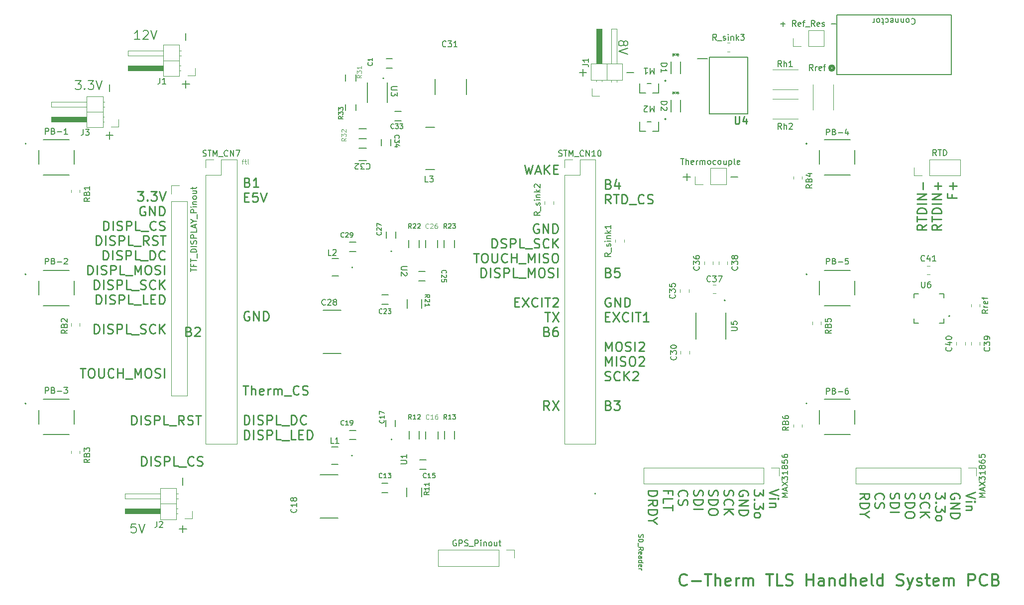
<source format=gbr>
%TF.GenerationSoftware,KiCad,Pcbnew,9.0.7*%
%TF.CreationDate,2026-02-03T11:04:19-04:00*%
%TF.ProjectId,power regulation,706f7765-7220-4726-9567-756c6174696f,1*%
%TF.SameCoordinates,Original*%
%TF.FileFunction,Legend,Top*%
%TF.FilePolarity,Positive*%
%FSLAX46Y46*%
G04 Gerber Fmt 4.6, Leading zero omitted, Abs format (unit mm)*
G04 Created by KiCad (PCBNEW 9.0.7) date 2026-02-03 11:04:19*
%MOMM*%
%LPD*%
G01*
G04 APERTURE LIST*
%ADD10C,0.177800*%
%ADD11C,0.200000*%
%ADD12C,0.250000*%
%ADD13C,0.100000*%
%ADD14C,0.300000*%
%ADD15C,0.150000*%
%ADD16C,0.125000*%
%ADD17C,0.098425*%
%ADD18C,0.254000*%
%ADD19C,0.152400*%
%ADD20C,0.120000*%
%ADD21C,0.127000*%
%ADD22C,0.508000*%
G04 APERTURE END LIST*
D10*
X79334687Y-53671785D02*
X80278115Y-53671785D01*
X80278115Y-53671785D02*
X79770115Y-54252356D01*
X79770115Y-54252356D02*
X79987830Y-54252356D01*
X79987830Y-54252356D02*
X80132973Y-54324928D01*
X80132973Y-54324928D02*
X80205544Y-54397499D01*
X80205544Y-54397499D02*
X80278115Y-54542642D01*
X80278115Y-54542642D02*
X80278115Y-54905499D01*
X80278115Y-54905499D02*
X80205544Y-55050642D01*
X80205544Y-55050642D02*
X80132973Y-55123214D01*
X80132973Y-55123214D02*
X79987830Y-55195785D01*
X79987830Y-55195785D02*
X79552401Y-55195785D01*
X79552401Y-55195785D02*
X79407258Y-55123214D01*
X79407258Y-55123214D02*
X79334687Y-55050642D01*
X80931259Y-55050642D02*
X81003830Y-55123214D01*
X81003830Y-55123214D02*
X80931259Y-55195785D01*
X80931259Y-55195785D02*
X80858687Y-55123214D01*
X80858687Y-55123214D02*
X80931259Y-55050642D01*
X80931259Y-55050642D02*
X80931259Y-55195785D01*
X81511830Y-53671785D02*
X82455258Y-53671785D01*
X82455258Y-53671785D02*
X81947258Y-54252356D01*
X81947258Y-54252356D02*
X82164973Y-54252356D01*
X82164973Y-54252356D02*
X82310116Y-54324928D01*
X82310116Y-54324928D02*
X82382687Y-54397499D01*
X82382687Y-54397499D02*
X82455258Y-54542642D01*
X82455258Y-54542642D02*
X82455258Y-54905499D01*
X82455258Y-54905499D02*
X82382687Y-55050642D01*
X82382687Y-55050642D02*
X82310116Y-55123214D01*
X82310116Y-55123214D02*
X82164973Y-55195785D01*
X82164973Y-55195785D02*
X81729544Y-55195785D01*
X81729544Y-55195785D02*
X81584401Y-55123214D01*
X81584401Y-55123214D02*
X81511830Y-55050642D01*
X82890687Y-53671785D02*
X83398687Y-55195785D01*
X83398687Y-55195785D02*
X83906687Y-53671785D01*
D11*
X98120266Y-54917619D02*
X98120266Y-53698572D01*
X98729790Y-54308095D02*
X97510742Y-54308095D01*
X98120266Y-46841427D02*
X98120266Y-45622380D01*
D12*
X108578758Y-71003076D02*
X108807330Y-71077838D01*
X108807330Y-71077838D02*
X108883520Y-71152600D01*
X108883520Y-71152600D02*
X108959711Y-71302124D01*
X108959711Y-71302124D02*
X108959711Y-71526410D01*
X108959711Y-71526410D02*
X108883520Y-71675934D01*
X108883520Y-71675934D02*
X108807330Y-71750696D01*
X108807330Y-71750696D02*
X108654949Y-71825457D01*
X108654949Y-71825457D02*
X108045425Y-71825457D01*
X108045425Y-71825457D02*
X108045425Y-70255457D01*
X108045425Y-70255457D02*
X108578758Y-70255457D01*
X108578758Y-70255457D02*
X108731139Y-70330219D01*
X108731139Y-70330219D02*
X108807330Y-70404981D01*
X108807330Y-70404981D02*
X108883520Y-70554505D01*
X108883520Y-70554505D02*
X108883520Y-70704029D01*
X108883520Y-70704029D02*
X108807330Y-70853553D01*
X108807330Y-70853553D02*
X108731139Y-70928315D01*
X108731139Y-70928315D02*
X108578758Y-71003076D01*
X108578758Y-71003076D02*
X108045425Y-71003076D01*
X110483520Y-71825457D02*
X109569234Y-71825457D01*
X110026377Y-71825457D02*
X110026377Y-70255457D01*
X110026377Y-70255457D02*
X109873996Y-70479743D01*
X109873996Y-70479743D02*
X109721615Y-70629267D01*
X109721615Y-70629267D02*
X109569234Y-70704029D01*
X108045425Y-73530688D02*
X108578758Y-73530688D01*
X108807330Y-74353069D02*
X108045425Y-74353069D01*
X108045425Y-74353069D02*
X108045425Y-72783069D01*
X108045425Y-72783069D02*
X108807330Y-72783069D01*
X110254949Y-72783069D02*
X109493044Y-72783069D01*
X109493044Y-72783069D02*
X109416853Y-73530688D01*
X109416853Y-73530688D02*
X109493044Y-73455927D01*
X109493044Y-73455927D02*
X109645425Y-73381165D01*
X109645425Y-73381165D02*
X110026377Y-73381165D01*
X110026377Y-73381165D02*
X110178758Y-73455927D01*
X110178758Y-73455927D02*
X110254949Y-73530688D01*
X110254949Y-73530688D02*
X110331139Y-73680212D01*
X110331139Y-73680212D02*
X110331139Y-74054022D01*
X110331139Y-74054022D02*
X110254949Y-74203546D01*
X110254949Y-74203546D02*
X110178758Y-74278308D01*
X110178758Y-74278308D02*
X110026377Y-74353069D01*
X110026377Y-74353069D02*
X109645425Y-74353069D01*
X109645425Y-74353069D02*
X109493044Y-74278308D01*
X109493044Y-74278308D02*
X109416853Y-74203546D01*
X110788282Y-72783069D02*
X111321616Y-74353069D01*
X111321616Y-74353069D02*
X111854949Y-72783069D01*
X108883520Y-93078727D02*
X108731139Y-93003965D01*
X108731139Y-93003965D02*
X108502568Y-93003965D01*
X108502568Y-93003965D02*
X108273996Y-93078727D01*
X108273996Y-93078727D02*
X108121615Y-93228251D01*
X108121615Y-93228251D02*
X108045425Y-93377775D01*
X108045425Y-93377775D02*
X107969234Y-93676823D01*
X107969234Y-93676823D02*
X107969234Y-93901108D01*
X107969234Y-93901108D02*
X108045425Y-94200156D01*
X108045425Y-94200156D02*
X108121615Y-94349680D01*
X108121615Y-94349680D02*
X108273996Y-94499204D01*
X108273996Y-94499204D02*
X108502568Y-94573965D01*
X108502568Y-94573965D02*
X108654949Y-94573965D01*
X108654949Y-94573965D02*
X108883520Y-94499204D01*
X108883520Y-94499204D02*
X108959711Y-94424442D01*
X108959711Y-94424442D02*
X108959711Y-93901108D01*
X108959711Y-93901108D02*
X108654949Y-93901108D01*
X109645425Y-94573965D02*
X109645425Y-93003965D01*
X109645425Y-93003965D02*
X110559711Y-94573965D01*
X110559711Y-94573965D02*
X110559711Y-93003965D01*
X111321615Y-94573965D02*
X111321615Y-93003965D01*
X111321615Y-93003965D02*
X111702567Y-93003965D01*
X111702567Y-93003965D02*
X111931139Y-93078727D01*
X111931139Y-93078727D02*
X112083520Y-93228251D01*
X112083520Y-93228251D02*
X112159710Y-93377775D01*
X112159710Y-93377775D02*
X112235901Y-93676823D01*
X112235901Y-93676823D02*
X112235901Y-93901108D01*
X112235901Y-93901108D02*
X112159710Y-94200156D01*
X112159710Y-94200156D02*
X112083520Y-94349680D01*
X112083520Y-94349680D02*
X111931139Y-94499204D01*
X111931139Y-94499204D02*
X111702567Y-94573965D01*
X111702567Y-94573965D02*
X111321615Y-94573965D01*
X107816853Y-105642025D02*
X108731139Y-105642025D01*
X108273996Y-107212025D02*
X108273996Y-105642025D01*
X109264473Y-107212025D02*
X109264473Y-105642025D01*
X109950187Y-107212025D02*
X109950187Y-106389644D01*
X109950187Y-106389644D02*
X109873997Y-106240121D01*
X109873997Y-106240121D02*
X109721616Y-106165359D01*
X109721616Y-106165359D02*
X109493044Y-106165359D01*
X109493044Y-106165359D02*
X109340663Y-106240121D01*
X109340663Y-106240121D02*
X109264473Y-106314883D01*
X111321616Y-107137264D02*
X111169235Y-107212025D01*
X111169235Y-107212025D02*
X110864473Y-107212025D01*
X110864473Y-107212025D02*
X110712092Y-107137264D01*
X110712092Y-107137264D02*
X110635901Y-106987740D01*
X110635901Y-106987740D02*
X110635901Y-106389644D01*
X110635901Y-106389644D02*
X110712092Y-106240121D01*
X110712092Y-106240121D02*
X110864473Y-106165359D01*
X110864473Y-106165359D02*
X111169235Y-106165359D01*
X111169235Y-106165359D02*
X111321616Y-106240121D01*
X111321616Y-106240121D02*
X111397806Y-106389644D01*
X111397806Y-106389644D02*
X111397806Y-106539168D01*
X111397806Y-106539168D02*
X110635901Y-106688692D01*
X112083521Y-107212025D02*
X112083521Y-106165359D01*
X112083521Y-106464406D02*
X112159711Y-106314883D01*
X112159711Y-106314883D02*
X112235902Y-106240121D01*
X112235902Y-106240121D02*
X112388283Y-106165359D01*
X112388283Y-106165359D02*
X112540664Y-106165359D01*
X113073997Y-107212025D02*
X113073997Y-106165359D01*
X113073997Y-106314883D02*
X113150187Y-106240121D01*
X113150187Y-106240121D02*
X113302568Y-106165359D01*
X113302568Y-106165359D02*
X113531140Y-106165359D01*
X113531140Y-106165359D02*
X113683521Y-106240121D01*
X113683521Y-106240121D02*
X113759711Y-106389644D01*
X113759711Y-106389644D02*
X113759711Y-107212025D01*
X113759711Y-106389644D02*
X113835902Y-106240121D01*
X113835902Y-106240121D02*
X113988283Y-106165359D01*
X113988283Y-106165359D02*
X114216854Y-106165359D01*
X114216854Y-106165359D02*
X114369235Y-106240121D01*
X114369235Y-106240121D02*
X114445425Y-106389644D01*
X114445425Y-106389644D02*
X114445425Y-107212025D01*
X114826378Y-107361549D02*
X116045425Y-107361549D01*
X117340664Y-107062502D02*
X117264473Y-107137264D01*
X117264473Y-107137264D02*
X117035902Y-107212025D01*
X117035902Y-107212025D02*
X116883521Y-107212025D01*
X116883521Y-107212025D02*
X116654949Y-107137264D01*
X116654949Y-107137264D02*
X116502568Y-106987740D01*
X116502568Y-106987740D02*
X116426378Y-106838216D01*
X116426378Y-106838216D02*
X116350187Y-106539168D01*
X116350187Y-106539168D02*
X116350187Y-106314883D01*
X116350187Y-106314883D02*
X116426378Y-106015835D01*
X116426378Y-106015835D02*
X116502568Y-105866311D01*
X116502568Y-105866311D02*
X116654949Y-105716787D01*
X116654949Y-105716787D02*
X116883521Y-105642025D01*
X116883521Y-105642025D02*
X117035902Y-105642025D01*
X117035902Y-105642025D02*
X117264473Y-105716787D01*
X117264473Y-105716787D02*
X117340664Y-105791549D01*
X117950187Y-107137264D02*
X118178759Y-107212025D01*
X118178759Y-107212025D02*
X118559711Y-107212025D01*
X118559711Y-107212025D02*
X118712092Y-107137264D01*
X118712092Y-107137264D02*
X118788283Y-107062502D01*
X118788283Y-107062502D02*
X118864473Y-106912978D01*
X118864473Y-106912978D02*
X118864473Y-106763454D01*
X118864473Y-106763454D02*
X118788283Y-106613930D01*
X118788283Y-106613930D02*
X118712092Y-106539168D01*
X118712092Y-106539168D02*
X118559711Y-106464406D01*
X118559711Y-106464406D02*
X118254949Y-106389644D01*
X118254949Y-106389644D02*
X118102568Y-106314883D01*
X118102568Y-106314883D02*
X118026378Y-106240121D01*
X118026378Y-106240121D02*
X117950187Y-106090597D01*
X117950187Y-106090597D02*
X117950187Y-105941073D01*
X117950187Y-105941073D02*
X118026378Y-105791549D01*
X118026378Y-105791549D02*
X118102568Y-105716787D01*
X118102568Y-105716787D02*
X118254949Y-105642025D01*
X118254949Y-105642025D02*
X118635902Y-105642025D01*
X118635902Y-105642025D02*
X118864473Y-105716787D01*
X108045425Y-112267249D02*
X108045425Y-110697249D01*
X108045425Y-110697249D02*
X108426377Y-110697249D01*
X108426377Y-110697249D02*
X108654949Y-110772011D01*
X108654949Y-110772011D02*
X108807330Y-110921535D01*
X108807330Y-110921535D02*
X108883520Y-111071059D01*
X108883520Y-111071059D02*
X108959711Y-111370107D01*
X108959711Y-111370107D02*
X108959711Y-111594392D01*
X108959711Y-111594392D02*
X108883520Y-111893440D01*
X108883520Y-111893440D02*
X108807330Y-112042964D01*
X108807330Y-112042964D02*
X108654949Y-112192488D01*
X108654949Y-112192488D02*
X108426377Y-112267249D01*
X108426377Y-112267249D02*
X108045425Y-112267249D01*
X109645425Y-112267249D02*
X109645425Y-110697249D01*
X110331139Y-112192488D02*
X110559711Y-112267249D01*
X110559711Y-112267249D02*
X110940663Y-112267249D01*
X110940663Y-112267249D02*
X111093044Y-112192488D01*
X111093044Y-112192488D02*
X111169235Y-112117726D01*
X111169235Y-112117726D02*
X111245425Y-111968202D01*
X111245425Y-111968202D02*
X111245425Y-111818678D01*
X111245425Y-111818678D02*
X111169235Y-111669154D01*
X111169235Y-111669154D02*
X111093044Y-111594392D01*
X111093044Y-111594392D02*
X110940663Y-111519630D01*
X110940663Y-111519630D02*
X110635901Y-111444868D01*
X110635901Y-111444868D02*
X110483520Y-111370107D01*
X110483520Y-111370107D02*
X110407330Y-111295345D01*
X110407330Y-111295345D02*
X110331139Y-111145821D01*
X110331139Y-111145821D02*
X110331139Y-110996297D01*
X110331139Y-110996297D02*
X110407330Y-110846773D01*
X110407330Y-110846773D02*
X110483520Y-110772011D01*
X110483520Y-110772011D02*
X110635901Y-110697249D01*
X110635901Y-110697249D02*
X111016854Y-110697249D01*
X111016854Y-110697249D02*
X111245425Y-110772011D01*
X111931140Y-112267249D02*
X111931140Y-110697249D01*
X111931140Y-110697249D02*
X112540664Y-110697249D01*
X112540664Y-110697249D02*
X112693045Y-110772011D01*
X112693045Y-110772011D02*
X112769235Y-110846773D01*
X112769235Y-110846773D02*
X112845426Y-110996297D01*
X112845426Y-110996297D02*
X112845426Y-111220583D01*
X112845426Y-111220583D02*
X112769235Y-111370107D01*
X112769235Y-111370107D02*
X112693045Y-111444868D01*
X112693045Y-111444868D02*
X112540664Y-111519630D01*
X112540664Y-111519630D02*
X111931140Y-111519630D01*
X114293045Y-112267249D02*
X113531140Y-112267249D01*
X113531140Y-112267249D02*
X113531140Y-110697249D01*
X114445426Y-112416773D02*
X115664473Y-112416773D01*
X116045426Y-112267249D02*
X116045426Y-110697249D01*
X116045426Y-110697249D02*
X116426378Y-110697249D01*
X116426378Y-110697249D02*
X116654950Y-110772011D01*
X116654950Y-110772011D02*
X116807331Y-110921535D01*
X116807331Y-110921535D02*
X116883521Y-111071059D01*
X116883521Y-111071059D02*
X116959712Y-111370107D01*
X116959712Y-111370107D02*
X116959712Y-111594392D01*
X116959712Y-111594392D02*
X116883521Y-111893440D01*
X116883521Y-111893440D02*
X116807331Y-112042964D01*
X116807331Y-112042964D02*
X116654950Y-112192488D01*
X116654950Y-112192488D02*
X116426378Y-112267249D01*
X116426378Y-112267249D02*
X116045426Y-112267249D01*
X118559712Y-112117726D02*
X118483521Y-112192488D01*
X118483521Y-112192488D02*
X118254950Y-112267249D01*
X118254950Y-112267249D02*
X118102569Y-112267249D01*
X118102569Y-112267249D02*
X117873997Y-112192488D01*
X117873997Y-112192488D02*
X117721616Y-112042964D01*
X117721616Y-112042964D02*
X117645426Y-111893440D01*
X117645426Y-111893440D02*
X117569235Y-111594392D01*
X117569235Y-111594392D02*
X117569235Y-111370107D01*
X117569235Y-111370107D02*
X117645426Y-111071059D01*
X117645426Y-111071059D02*
X117721616Y-110921535D01*
X117721616Y-110921535D02*
X117873997Y-110772011D01*
X117873997Y-110772011D02*
X118102569Y-110697249D01*
X118102569Y-110697249D02*
X118254950Y-110697249D01*
X118254950Y-110697249D02*
X118483521Y-110772011D01*
X118483521Y-110772011D02*
X118559712Y-110846773D01*
X108045425Y-114794861D02*
X108045425Y-113224861D01*
X108045425Y-113224861D02*
X108426377Y-113224861D01*
X108426377Y-113224861D02*
X108654949Y-113299623D01*
X108654949Y-113299623D02*
X108807330Y-113449147D01*
X108807330Y-113449147D02*
X108883520Y-113598671D01*
X108883520Y-113598671D02*
X108959711Y-113897719D01*
X108959711Y-113897719D02*
X108959711Y-114122004D01*
X108959711Y-114122004D02*
X108883520Y-114421052D01*
X108883520Y-114421052D02*
X108807330Y-114570576D01*
X108807330Y-114570576D02*
X108654949Y-114720100D01*
X108654949Y-114720100D02*
X108426377Y-114794861D01*
X108426377Y-114794861D02*
X108045425Y-114794861D01*
X109645425Y-114794861D02*
X109645425Y-113224861D01*
X110331139Y-114720100D02*
X110559711Y-114794861D01*
X110559711Y-114794861D02*
X110940663Y-114794861D01*
X110940663Y-114794861D02*
X111093044Y-114720100D01*
X111093044Y-114720100D02*
X111169235Y-114645338D01*
X111169235Y-114645338D02*
X111245425Y-114495814D01*
X111245425Y-114495814D02*
X111245425Y-114346290D01*
X111245425Y-114346290D02*
X111169235Y-114196766D01*
X111169235Y-114196766D02*
X111093044Y-114122004D01*
X111093044Y-114122004D02*
X110940663Y-114047242D01*
X110940663Y-114047242D02*
X110635901Y-113972480D01*
X110635901Y-113972480D02*
X110483520Y-113897719D01*
X110483520Y-113897719D02*
X110407330Y-113822957D01*
X110407330Y-113822957D02*
X110331139Y-113673433D01*
X110331139Y-113673433D02*
X110331139Y-113523909D01*
X110331139Y-113523909D02*
X110407330Y-113374385D01*
X110407330Y-113374385D02*
X110483520Y-113299623D01*
X110483520Y-113299623D02*
X110635901Y-113224861D01*
X110635901Y-113224861D02*
X111016854Y-113224861D01*
X111016854Y-113224861D02*
X111245425Y-113299623D01*
X111931140Y-114794861D02*
X111931140Y-113224861D01*
X111931140Y-113224861D02*
X112540664Y-113224861D01*
X112540664Y-113224861D02*
X112693045Y-113299623D01*
X112693045Y-113299623D02*
X112769235Y-113374385D01*
X112769235Y-113374385D02*
X112845426Y-113523909D01*
X112845426Y-113523909D02*
X112845426Y-113748195D01*
X112845426Y-113748195D02*
X112769235Y-113897719D01*
X112769235Y-113897719D02*
X112693045Y-113972480D01*
X112693045Y-113972480D02*
X112540664Y-114047242D01*
X112540664Y-114047242D02*
X111931140Y-114047242D01*
X114293045Y-114794861D02*
X113531140Y-114794861D01*
X113531140Y-114794861D02*
X113531140Y-113224861D01*
X114445426Y-114944385D02*
X115664473Y-114944385D01*
X116807331Y-114794861D02*
X116045426Y-114794861D01*
X116045426Y-114794861D02*
X116045426Y-113224861D01*
X117340664Y-113972480D02*
X117873997Y-113972480D01*
X118102569Y-114794861D02*
X117340664Y-114794861D01*
X117340664Y-114794861D02*
X117340664Y-113224861D01*
X117340664Y-113224861D02*
X118102569Y-113224861D01*
X118788283Y-114794861D02*
X118788283Y-113224861D01*
X118788283Y-113224861D02*
X119169235Y-113224861D01*
X119169235Y-113224861D02*
X119397807Y-113299623D01*
X119397807Y-113299623D02*
X119550188Y-113449147D01*
X119550188Y-113449147D02*
X119626378Y-113598671D01*
X119626378Y-113598671D02*
X119702569Y-113897719D01*
X119702569Y-113897719D02*
X119702569Y-114122004D01*
X119702569Y-114122004D02*
X119626378Y-114421052D01*
X119626378Y-114421052D02*
X119550188Y-114570576D01*
X119550188Y-114570576D02*
X119397807Y-114720100D01*
X119397807Y-114720100D02*
X119169235Y-114794861D01*
X119169235Y-114794861D02*
X118788283Y-114794861D01*
X198916089Y-123316853D02*
X197316089Y-123850187D01*
X197316089Y-123850187D02*
X198916089Y-124383520D01*
X197316089Y-124916854D02*
X198382756Y-124916854D01*
X198916089Y-124916854D02*
X198839899Y-124840663D01*
X198839899Y-124840663D02*
X198763708Y-124916854D01*
X198763708Y-124916854D02*
X198839899Y-124993044D01*
X198839899Y-124993044D02*
X198916089Y-124916854D01*
X198916089Y-124916854D02*
X198763708Y-124916854D01*
X198382756Y-125678759D02*
X197316089Y-125678759D01*
X198230375Y-125678759D02*
X198306565Y-125754949D01*
X198306565Y-125754949D02*
X198382756Y-125907330D01*
X198382756Y-125907330D02*
X198382756Y-126135902D01*
X198382756Y-126135902D02*
X198306565Y-126288283D01*
X198306565Y-126288283D02*
X198154184Y-126364473D01*
X198154184Y-126364473D02*
X197316089Y-126364473D01*
X196340179Y-123393044D02*
X196340179Y-124383520D01*
X196340179Y-124383520D02*
X195730655Y-123850187D01*
X195730655Y-123850187D02*
X195730655Y-124078758D01*
X195730655Y-124078758D02*
X195654465Y-124231139D01*
X195654465Y-124231139D02*
X195578274Y-124307330D01*
X195578274Y-124307330D02*
X195425893Y-124383520D01*
X195425893Y-124383520D02*
X195044941Y-124383520D01*
X195044941Y-124383520D02*
X194892560Y-124307330D01*
X194892560Y-124307330D02*
X194816370Y-124231139D01*
X194816370Y-124231139D02*
X194740179Y-124078758D01*
X194740179Y-124078758D02*
X194740179Y-123621615D01*
X194740179Y-123621615D02*
X194816370Y-123469234D01*
X194816370Y-123469234D02*
X194892560Y-123393044D01*
X194892560Y-125069235D02*
X194816370Y-125145425D01*
X194816370Y-125145425D02*
X194740179Y-125069235D01*
X194740179Y-125069235D02*
X194816370Y-124993044D01*
X194816370Y-124993044D02*
X194892560Y-125069235D01*
X194892560Y-125069235D02*
X194740179Y-125069235D01*
X196340179Y-125678759D02*
X196340179Y-126669235D01*
X196340179Y-126669235D02*
X195730655Y-126135902D01*
X195730655Y-126135902D02*
X195730655Y-126364473D01*
X195730655Y-126364473D02*
X195654465Y-126516854D01*
X195654465Y-126516854D02*
X195578274Y-126593045D01*
X195578274Y-126593045D02*
X195425893Y-126669235D01*
X195425893Y-126669235D02*
X195044941Y-126669235D01*
X195044941Y-126669235D02*
X194892560Y-126593045D01*
X194892560Y-126593045D02*
X194816370Y-126516854D01*
X194816370Y-126516854D02*
X194740179Y-126364473D01*
X194740179Y-126364473D02*
X194740179Y-125907330D01*
X194740179Y-125907330D02*
X194816370Y-125754949D01*
X194816370Y-125754949D02*
X194892560Y-125678759D01*
X194740179Y-127583521D02*
X194816370Y-127431140D01*
X194816370Y-127431140D02*
X194892560Y-127354950D01*
X194892560Y-127354950D02*
X195044941Y-127278759D01*
X195044941Y-127278759D02*
X195502084Y-127278759D01*
X195502084Y-127278759D02*
X195654465Y-127354950D01*
X195654465Y-127354950D02*
X195730655Y-127431140D01*
X195730655Y-127431140D02*
X195806846Y-127583521D01*
X195806846Y-127583521D02*
X195806846Y-127812093D01*
X195806846Y-127812093D02*
X195730655Y-127964474D01*
X195730655Y-127964474D02*
X195654465Y-128040664D01*
X195654465Y-128040664D02*
X195502084Y-128116855D01*
X195502084Y-128116855D02*
X195044941Y-128116855D01*
X195044941Y-128116855D02*
X194892560Y-128040664D01*
X194892560Y-128040664D02*
X194816370Y-127964474D01*
X194816370Y-127964474D02*
X194740179Y-127812093D01*
X194740179Y-127812093D02*
X194740179Y-127583521D01*
X193688079Y-124383520D02*
X193764269Y-124231139D01*
X193764269Y-124231139D02*
X193764269Y-124002568D01*
X193764269Y-124002568D02*
X193688079Y-123773996D01*
X193688079Y-123773996D02*
X193535698Y-123621615D01*
X193535698Y-123621615D02*
X193383317Y-123545425D01*
X193383317Y-123545425D02*
X193078555Y-123469234D01*
X193078555Y-123469234D02*
X192849983Y-123469234D01*
X192849983Y-123469234D02*
X192545221Y-123545425D01*
X192545221Y-123545425D02*
X192392840Y-123621615D01*
X192392840Y-123621615D02*
X192240460Y-123773996D01*
X192240460Y-123773996D02*
X192164269Y-124002568D01*
X192164269Y-124002568D02*
X192164269Y-124154949D01*
X192164269Y-124154949D02*
X192240460Y-124383520D01*
X192240460Y-124383520D02*
X192316650Y-124459711D01*
X192316650Y-124459711D02*
X192849983Y-124459711D01*
X192849983Y-124459711D02*
X192849983Y-124154949D01*
X192164269Y-125145425D02*
X193764269Y-125145425D01*
X193764269Y-125145425D02*
X192164269Y-126059711D01*
X192164269Y-126059711D02*
X193764269Y-126059711D01*
X192164269Y-126821615D02*
X193764269Y-126821615D01*
X193764269Y-126821615D02*
X193764269Y-127202567D01*
X193764269Y-127202567D02*
X193688079Y-127431139D01*
X193688079Y-127431139D02*
X193535698Y-127583520D01*
X193535698Y-127583520D02*
X193383317Y-127659710D01*
X193383317Y-127659710D02*
X193078555Y-127735901D01*
X193078555Y-127735901D02*
X192849983Y-127735901D01*
X192849983Y-127735901D02*
X192545221Y-127659710D01*
X192545221Y-127659710D02*
X192392840Y-127583520D01*
X192392840Y-127583520D02*
X192240460Y-127431139D01*
X192240460Y-127431139D02*
X192164269Y-127202567D01*
X192164269Y-127202567D02*
X192164269Y-126821615D01*
X189664550Y-123469234D02*
X189588359Y-123697806D01*
X189588359Y-123697806D02*
X189588359Y-124078758D01*
X189588359Y-124078758D02*
X189664550Y-124231139D01*
X189664550Y-124231139D02*
X189740740Y-124307330D01*
X189740740Y-124307330D02*
X189893121Y-124383520D01*
X189893121Y-124383520D02*
X190045502Y-124383520D01*
X190045502Y-124383520D02*
X190197883Y-124307330D01*
X190197883Y-124307330D02*
X190274073Y-124231139D01*
X190274073Y-124231139D02*
X190350264Y-124078758D01*
X190350264Y-124078758D02*
X190426454Y-123773996D01*
X190426454Y-123773996D02*
X190502645Y-123621615D01*
X190502645Y-123621615D02*
X190578835Y-123545425D01*
X190578835Y-123545425D02*
X190731216Y-123469234D01*
X190731216Y-123469234D02*
X190883597Y-123469234D01*
X190883597Y-123469234D02*
X191035978Y-123545425D01*
X191035978Y-123545425D02*
X191112169Y-123621615D01*
X191112169Y-123621615D02*
X191188359Y-123773996D01*
X191188359Y-123773996D02*
X191188359Y-124154949D01*
X191188359Y-124154949D02*
X191112169Y-124383520D01*
X189740740Y-125983521D02*
X189664550Y-125907330D01*
X189664550Y-125907330D02*
X189588359Y-125678759D01*
X189588359Y-125678759D02*
X189588359Y-125526378D01*
X189588359Y-125526378D02*
X189664550Y-125297806D01*
X189664550Y-125297806D02*
X189816930Y-125145425D01*
X189816930Y-125145425D02*
X189969311Y-125069235D01*
X189969311Y-125069235D02*
X190274073Y-124993044D01*
X190274073Y-124993044D02*
X190502645Y-124993044D01*
X190502645Y-124993044D02*
X190807407Y-125069235D01*
X190807407Y-125069235D02*
X190959788Y-125145425D01*
X190959788Y-125145425D02*
X191112169Y-125297806D01*
X191112169Y-125297806D02*
X191188359Y-125526378D01*
X191188359Y-125526378D02*
X191188359Y-125678759D01*
X191188359Y-125678759D02*
X191112169Y-125907330D01*
X191112169Y-125907330D02*
X191035978Y-125983521D01*
X189588359Y-126669235D02*
X191188359Y-126669235D01*
X189588359Y-127583521D02*
X190502645Y-126897806D01*
X191188359Y-127583521D02*
X190274073Y-126669235D01*
X187088640Y-123469234D02*
X187012449Y-123697806D01*
X187012449Y-123697806D02*
X187012449Y-124078758D01*
X187012449Y-124078758D02*
X187088640Y-124231139D01*
X187088640Y-124231139D02*
X187164830Y-124307330D01*
X187164830Y-124307330D02*
X187317211Y-124383520D01*
X187317211Y-124383520D02*
X187469592Y-124383520D01*
X187469592Y-124383520D02*
X187621973Y-124307330D01*
X187621973Y-124307330D02*
X187698163Y-124231139D01*
X187698163Y-124231139D02*
X187774354Y-124078758D01*
X187774354Y-124078758D02*
X187850544Y-123773996D01*
X187850544Y-123773996D02*
X187926735Y-123621615D01*
X187926735Y-123621615D02*
X188002925Y-123545425D01*
X188002925Y-123545425D02*
X188155306Y-123469234D01*
X188155306Y-123469234D02*
X188307687Y-123469234D01*
X188307687Y-123469234D02*
X188460068Y-123545425D01*
X188460068Y-123545425D02*
X188536259Y-123621615D01*
X188536259Y-123621615D02*
X188612449Y-123773996D01*
X188612449Y-123773996D02*
X188612449Y-124154949D01*
X188612449Y-124154949D02*
X188536259Y-124383520D01*
X187012449Y-125069235D02*
X188612449Y-125069235D01*
X188612449Y-125069235D02*
X188612449Y-125450187D01*
X188612449Y-125450187D02*
X188536259Y-125678759D01*
X188536259Y-125678759D02*
X188383878Y-125831140D01*
X188383878Y-125831140D02*
X188231497Y-125907330D01*
X188231497Y-125907330D02*
X187926735Y-125983521D01*
X187926735Y-125983521D02*
X187698163Y-125983521D01*
X187698163Y-125983521D02*
X187393401Y-125907330D01*
X187393401Y-125907330D02*
X187241020Y-125831140D01*
X187241020Y-125831140D02*
X187088640Y-125678759D01*
X187088640Y-125678759D02*
X187012449Y-125450187D01*
X187012449Y-125450187D02*
X187012449Y-125069235D01*
X188612449Y-126973997D02*
X188612449Y-127278759D01*
X188612449Y-127278759D02*
X188536259Y-127431140D01*
X188536259Y-127431140D02*
X188383878Y-127583521D01*
X188383878Y-127583521D02*
X188079116Y-127659711D01*
X188079116Y-127659711D02*
X187545782Y-127659711D01*
X187545782Y-127659711D02*
X187241020Y-127583521D01*
X187241020Y-127583521D02*
X187088640Y-127431140D01*
X187088640Y-127431140D02*
X187012449Y-127278759D01*
X187012449Y-127278759D02*
X187012449Y-126973997D01*
X187012449Y-126973997D02*
X187088640Y-126821616D01*
X187088640Y-126821616D02*
X187241020Y-126669235D01*
X187241020Y-126669235D02*
X187545782Y-126593044D01*
X187545782Y-126593044D02*
X188079116Y-126593044D01*
X188079116Y-126593044D02*
X188383878Y-126669235D01*
X188383878Y-126669235D02*
X188536259Y-126821616D01*
X188536259Y-126821616D02*
X188612449Y-126973997D01*
X184512730Y-123469234D02*
X184436539Y-123697806D01*
X184436539Y-123697806D02*
X184436539Y-124078758D01*
X184436539Y-124078758D02*
X184512730Y-124231139D01*
X184512730Y-124231139D02*
X184588920Y-124307330D01*
X184588920Y-124307330D02*
X184741301Y-124383520D01*
X184741301Y-124383520D02*
X184893682Y-124383520D01*
X184893682Y-124383520D02*
X185046063Y-124307330D01*
X185046063Y-124307330D02*
X185122253Y-124231139D01*
X185122253Y-124231139D02*
X185198444Y-124078758D01*
X185198444Y-124078758D02*
X185274634Y-123773996D01*
X185274634Y-123773996D02*
X185350825Y-123621615D01*
X185350825Y-123621615D02*
X185427015Y-123545425D01*
X185427015Y-123545425D02*
X185579396Y-123469234D01*
X185579396Y-123469234D02*
X185731777Y-123469234D01*
X185731777Y-123469234D02*
X185884158Y-123545425D01*
X185884158Y-123545425D02*
X185960349Y-123621615D01*
X185960349Y-123621615D02*
X186036539Y-123773996D01*
X186036539Y-123773996D02*
X186036539Y-124154949D01*
X186036539Y-124154949D02*
X185960349Y-124383520D01*
X184436539Y-125069235D02*
X186036539Y-125069235D01*
X186036539Y-125069235D02*
X186036539Y-125450187D01*
X186036539Y-125450187D02*
X185960349Y-125678759D01*
X185960349Y-125678759D02*
X185807968Y-125831140D01*
X185807968Y-125831140D02*
X185655587Y-125907330D01*
X185655587Y-125907330D02*
X185350825Y-125983521D01*
X185350825Y-125983521D02*
X185122253Y-125983521D01*
X185122253Y-125983521D02*
X184817491Y-125907330D01*
X184817491Y-125907330D02*
X184665110Y-125831140D01*
X184665110Y-125831140D02*
X184512730Y-125678759D01*
X184512730Y-125678759D02*
X184436539Y-125450187D01*
X184436539Y-125450187D02*
X184436539Y-125069235D01*
X184436539Y-126669235D02*
X186036539Y-126669235D01*
X182013010Y-124459711D02*
X181936820Y-124383520D01*
X181936820Y-124383520D02*
X181860629Y-124154949D01*
X181860629Y-124154949D02*
X181860629Y-124002568D01*
X181860629Y-124002568D02*
X181936820Y-123773996D01*
X181936820Y-123773996D02*
X182089200Y-123621615D01*
X182089200Y-123621615D02*
X182241581Y-123545425D01*
X182241581Y-123545425D02*
X182546343Y-123469234D01*
X182546343Y-123469234D02*
X182774915Y-123469234D01*
X182774915Y-123469234D02*
X183079677Y-123545425D01*
X183079677Y-123545425D02*
X183232058Y-123621615D01*
X183232058Y-123621615D02*
X183384439Y-123773996D01*
X183384439Y-123773996D02*
X183460629Y-124002568D01*
X183460629Y-124002568D02*
X183460629Y-124154949D01*
X183460629Y-124154949D02*
X183384439Y-124383520D01*
X183384439Y-124383520D02*
X183308248Y-124459711D01*
X181936820Y-125069234D02*
X181860629Y-125297806D01*
X181860629Y-125297806D02*
X181860629Y-125678758D01*
X181860629Y-125678758D02*
X181936820Y-125831139D01*
X181936820Y-125831139D02*
X182013010Y-125907330D01*
X182013010Y-125907330D02*
X182165391Y-125983520D01*
X182165391Y-125983520D02*
X182317772Y-125983520D01*
X182317772Y-125983520D02*
X182470153Y-125907330D01*
X182470153Y-125907330D02*
X182546343Y-125831139D01*
X182546343Y-125831139D02*
X182622534Y-125678758D01*
X182622534Y-125678758D02*
X182698724Y-125373996D01*
X182698724Y-125373996D02*
X182774915Y-125221615D01*
X182774915Y-125221615D02*
X182851105Y-125145425D01*
X182851105Y-125145425D02*
X183003486Y-125069234D01*
X183003486Y-125069234D02*
X183155867Y-125069234D01*
X183155867Y-125069234D02*
X183308248Y-125145425D01*
X183308248Y-125145425D02*
X183384439Y-125221615D01*
X183384439Y-125221615D02*
X183460629Y-125373996D01*
X183460629Y-125373996D02*
X183460629Y-125754949D01*
X183460629Y-125754949D02*
X183384439Y-125983520D01*
X180122814Y-124078758D02*
X180122814Y-123545425D01*
X179284719Y-123545425D02*
X180884719Y-123545425D01*
X180884719Y-123545425D02*
X180884719Y-124307330D01*
X179284719Y-125678759D02*
X179284719Y-124916854D01*
X179284719Y-124916854D02*
X180884719Y-124916854D01*
X180884719Y-125983520D02*
X180884719Y-126897806D01*
X179284719Y-126440663D02*
X180884719Y-126440663D01*
X176708809Y-123545425D02*
X178308809Y-123545425D01*
X178308809Y-123545425D02*
X178308809Y-123926377D01*
X178308809Y-123926377D02*
X178232619Y-124154949D01*
X178232619Y-124154949D02*
X178080238Y-124307330D01*
X178080238Y-124307330D02*
X177927857Y-124383520D01*
X177927857Y-124383520D02*
X177623095Y-124459711D01*
X177623095Y-124459711D02*
X177394523Y-124459711D01*
X177394523Y-124459711D02*
X177089761Y-124383520D01*
X177089761Y-124383520D02*
X176937380Y-124307330D01*
X176937380Y-124307330D02*
X176785000Y-124154949D01*
X176785000Y-124154949D02*
X176708809Y-123926377D01*
X176708809Y-123926377D02*
X176708809Y-123545425D01*
X176708809Y-126059711D02*
X177470714Y-125526377D01*
X176708809Y-125145425D02*
X178308809Y-125145425D01*
X178308809Y-125145425D02*
X178308809Y-125754949D01*
X178308809Y-125754949D02*
X178232619Y-125907330D01*
X178232619Y-125907330D02*
X178156428Y-125983520D01*
X178156428Y-125983520D02*
X178004047Y-126059711D01*
X178004047Y-126059711D02*
X177775476Y-126059711D01*
X177775476Y-126059711D02*
X177623095Y-125983520D01*
X177623095Y-125983520D02*
X177546904Y-125907330D01*
X177546904Y-125907330D02*
X177470714Y-125754949D01*
X177470714Y-125754949D02*
X177470714Y-125145425D01*
X176708809Y-126745425D02*
X178308809Y-126745425D01*
X178308809Y-126745425D02*
X178308809Y-127126377D01*
X178308809Y-127126377D02*
X178232619Y-127354949D01*
X178232619Y-127354949D02*
X178080238Y-127507330D01*
X178080238Y-127507330D02*
X177927857Y-127583520D01*
X177927857Y-127583520D02*
X177623095Y-127659711D01*
X177623095Y-127659711D02*
X177394523Y-127659711D01*
X177394523Y-127659711D02*
X177089761Y-127583520D01*
X177089761Y-127583520D02*
X176937380Y-127507330D01*
X176937380Y-127507330D02*
X176785000Y-127354949D01*
X176785000Y-127354949D02*
X176708809Y-127126377D01*
X176708809Y-127126377D02*
X176708809Y-126745425D01*
X177470714Y-128650187D02*
X176708809Y-128650187D01*
X178308809Y-128116853D02*
X177470714Y-128650187D01*
X177470714Y-128650187D02*
X178308809Y-129183520D01*
X232340179Y-123816853D02*
X230740179Y-124350187D01*
X230740179Y-124350187D02*
X232340179Y-124883520D01*
X230740179Y-125416854D02*
X231806846Y-125416854D01*
X232340179Y-125416854D02*
X232263989Y-125340663D01*
X232263989Y-125340663D02*
X232187798Y-125416854D01*
X232187798Y-125416854D02*
X232263989Y-125493044D01*
X232263989Y-125493044D02*
X232340179Y-125416854D01*
X232340179Y-125416854D02*
X232187798Y-125416854D01*
X231806846Y-126178759D02*
X230740179Y-126178759D01*
X231654465Y-126178759D02*
X231730655Y-126254949D01*
X231730655Y-126254949D02*
X231806846Y-126407330D01*
X231806846Y-126407330D02*
X231806846Y-126635902D01*
X231806846Y-126635902D02*
X231730655Y-126788283D01*
X231730655Y-126788283D02*
X231578274Y-126864473D01*
X231578274Y-126864473D02*
X230740179Y-126864473D01*
X229688079Y-124883520D02*
X229764269Y-124731139D01*
X229764269Y-124731139D02*
X229764269Y-124502568D01*
X229764269Y-124502568D02*
X229688079Y-124273996D01*
X229688079Y-124273996D02*
X229535698Y-124121615D01*
X229535698Y-124121615D02*
X229383317Y-124045425D01*
X229383317Y-124045425D02*
X229078555Y-123969234D01*
X229078555Y-123969234D02*
X228849983Y-123969234D01*
X228849983Y-123969234D02*
X228545221Y-124045425D01*
X228545221Y-124045425D02*
X228392840Y-124121615D01*
X228392840Y-124121615D02*
X228240460Y-124273996D01*
X228240460Y-124273996D02*
X228164269Y-124502568D01*
X228164269Y-124502568D02*
X228164269Y-124654949D01*
X228164269Y-124654949D02*
X228240460Y-124883520D01*
X228240460Y-124883520D02*
X228316650Y-124959711D01*
X228316650Y-124959711D02*
X228849983Y-124959711D01*
X228849983Y-124959711D02*
X228849983Y-124654949D01*
X228164269Y-125645425D02*
X229764269Y-125645425D01*
X229764269Y-125645425D02*
X228164269Y-126559711D01*
X228164269Y-126559711D02*
X229764269Y-126559711D01*
X228164269Y-127321615D02*
X229764269Y-127321615D01*
X229764269Y-127321615D02*
X229764269Y-127702567D01*
X229764269Y-127702567D02*
X229688079Y-127931139D01*
X229688079Y-127931139D02*
X229535698Y-128083520D01*
X229535698Y-128083520D02*
X229383317Y-128159710D01*
X229383317Y-128159710D02*
X229078555Y-128235901D01*
X229078555Y-128235901D02*
X228849983Y-128235901D01*
X228849983Y-128235901D02*
X228545221Y-128159710D01*
X228545221Y-128159710D02*
X228392840Y-128083520D01*
X228392840Y-128083520D02*
X228240460Y-127931139D01*
X228240460Y-127931139D02*
X228164269Y-127702567D01*
X228164269Y-127702567D02*
X228164269Y-127321615D01*
X227188359Y-123893044D02*
X227188359Y-124883520D01*
X227188359Y-124883520D02*
X226578835Y-124350187D01*
X226578835Y-124350187D02*
X226578835Y-124578758D01*
X226578835Y-124578758D02*
X226502645Y-124731139D01*
X226502645Y-124731139D02*
X226426454Y-124807330D01*
X226426454Y-124807330D02*
X226274073Y-124883520D01*
X226274073Y-124883520D02*
X225893121Y-124883520D01*
X225893121Y-124883520D02*
X225740740Y-124807330D01*
X225740740Y-124807330D02*
X225664550Y-124731139D01*
X225664550Y-124731139D02*
X225588359Y-124578758D01*
X225588359Y-124578758D02*
X225588359Y-124121615D01*
X225588359Y-124121615D02*
X225664550Y-123969234D01*
X225664550Y-123969234D02*
X225740740Y-123893044D01*
X225740740Y-125569235D02*
X225664550Y-125645425D01*
X225664550Y-125645425D02*
X225588359Y-125569235D01*
X225588359Y-125569235D02*
X225664550Y-125493044D01*
X225664550Y-125493044D02*
X225740740Y-125569235D01*
X225740740Y-125569235D02*
X225588359Y-125569235D01*
X227188359Y-126178759D02*
X227188359Y-127169235D01*
X227188359Y-127169235D02*
X226578835Y-126635902D01*
X226578835Y-126635902D02*
X226578835Y-126864473D01*
X226578835Y-126864473D02*
X226502645Y-127016854D01*
X226502645Y-127016854D02*
X226426454Y-127093045D01*
X226426454Y-127093045D02*
X226274073Y-127169235D01*
X226274073Y-127169235D02*
X225893121Y-127169235D01*
X225893121Y-127169235D02*
X225740740Y-127093045D01*
X225740740Y-127093045D02*
X225664550Y-127016854D01*
X225664550Y-127016854D02*
X225588359Y-126864473D01*
X225588359Y-126864473D02*
X225588359Y-126407330D01*
X225588359Y-126407330D02*
X225664550Y-126254949D01*
X225664550Y-126254949D02*
X225740740Y-126178759D01*
X225588359Y-128083521D02*
X225664550Y-127931140D01*
X225664550Y-127931140D02*
X225740740Y-127854950D01*
X225740740Y-127854950D02*
X225893121Y-127778759D01*
X225893121Y-127778759D02*
X226350264Y-127778759D01*
X226350264Y-127778759D02*
X226502645Y-127854950D01*
X226502645Y-127854950D02*
X226578835Y-127931140D01*
X226578835Y-127931140D02*
X226655026Y-128083521D01*
X226655026Y-128083521D02*
X226655026Y-128312093D01*
X226655026Y-128312093D02*
X226578835Y-128464474D01*
X226578835Y-128464474D02*
X226502645Y-128540664D01*
X226502645Y-128540664D02*
X226350264Y-128616855D01*
X226350264Y-128616855D02*
X225893121Y-128616855D01*
X225893121Y-128616855D02*
X225740740Y-128540664D01*
X225740740Y-128540664D02*
X225664550Y-128464474D01*
X225664550Y-128464474D02*
X225588359Y-128312093D01*
X225588359Y-128312093D02*
X225588359Y-128083521D01*
X223088640Y-123969234D02*
X223012449Y-124197806D01*
X223012449Y-124197806D02*
X223012449Y-124578758D01*
X223012449Y-124578758D02*
X223088640Y-124731139D01*
X223088640Y-124731139D02*
X223164830Y-124807330D01*
X223164830Y-124807330D02*
X223317211Y-124883520D01*
X223317211Y-124883520D02*
X223469592Y-124883520D01*
X223469592Y-124883520D02*
X223621973Y-124807330D01*
X223621973Y-124807330D02*
X223698163Y-124731139D01*
X223698163Y-124731139D02*
X223774354Y-124578758D01*
X223774354Y-124578758D02*
X223850544Y-124273996D01*
X223850544Y-124273996D02*
X223926735Y-124121615D01*
X223926735Y-124121615D02*
X224002925Y-124045425D01*
X224002925Y-124045425D02*
X224155306Y-123969234D01*
X224155306Y-123969234D02*
X224307687Y-123969234D01*
X224307687Y-123969234D02*
X224460068Y-124045425D01*
X224460068Y-124045425D02*
X224536259Y-124121615D01*
X224536259Y-124121615D02*
X224612449Y-124273996D01*
X224612449Y-124273996D02*
X224612449Y-124654949D01*
X224612449Y-124654949D02*
X224536259Y-124883520D01*
X223164830Y-126483521D02*
X223088640Y-126407330D01*
X223088640Y-126407330D02*
X223012449Y-126178759D01*
X223012449Y-126178759D02*
X223012449Y-126026378D01*
X223012449Y-126026378D02*
X223088640Y-125797806D01*
X223088640Y-125797806D02*
X223241020Y-125645425D01*
X223241020Y-125645425D02*
X223393401Y-125569235D01*
X223393401Y-125569235D02*
X223698163Y-125493044D01*
X223698163Y-125493044D02*
X223926735Y-125493044D01*
X223926735Y-125493044D02*
X224231497Y-125569235D01*
X224231497Y-125569235D02*
X224383878Y-125645425D01*
X224383878Y-125645425D02*
X224536259Y-125797806D01*
X224536259Y-125797806D02*
X224612449Y-126026378D01*
X224612449Y-126026378D02*
X224612449Y-126178759D01*
X224612449Y-126178759D02*
X224536259Y-126407330D01*
X224536259Y-126407330D02*
X224460068Y-126483521D01*
X223012449Y-127169235D02*
X224612449Y-127169235D01*
X223012449Y-128083521D02*
X223926735Y-127397806D01*
X224612449Y-128083521D02*
X223698163Y-127169235D01*
X220512730Y-123969234D02*
X220436539Y-124197806D01*
X220436539Y-124197806D02*
X220436539Y-124578758D01*
X220436539Y-124578758D02*
X220512730Y-124731139D01*
X220512730Y-124731139D02*
X220588920Y-124807330D01*
X220588920Y-124807330D02*
X220741301Y-124883520D01*
X220741301Y-124883520D02*
X220893682Y-124883520D01*
X220893682Y-124883520D02*
X221046063Y-124807330D01*
X221046063Y-124807330D02*
X221122253Y-124731139D01*
X221122253Y-124731139D02*
X221198444Y-124578758D01*
X221198444Y-124578758D02*
X221274634Y-124273996D01*
X221274634Y-124273996D02*
X221350825Y-124121615D01*
X221350825Y-124121615D02*
X221427015Y-124045425D01*
X221427015Y-124045425D02*
X221579396Y-123969234D01*
X221579396Y-123969234D02*
X221731777Y-123969234D01*
X221731777Y-123969234D02*
X221884158Y-124045425D01*
X221884158Y-124045425D02*
X221960349Y-124121615D01*
X221960349Y-124121615D02*
X222036539Y-124273996D01*
X222036539Y-124273996D02*
X222036539Y-124654949D01*
X222036539Y-124654949D02*
X221960349Y-124883520D01*
X220436539Y-125569235D02*
X222036539Y-125569235D01*
X222036539Y-125569235D02*
X222036539Y-125950187D01*
X222036539Y-125950187D02*
X221960349Y-126178759D01*
X221960349Y-126178759D02*
X221807968Y-126331140D01*
X221807968Y-126331140D02*
X221655587Y-126407330D01*
X221655587Y-126407330D02*
X221350825Y-126483521D01*
X221350825Y-126483521D02*
X221122253Y-126483521D01*
X221122253Y-126483521D02*
X220817491Y-126407330D01*
X220817491Y-126407330D02*
X220665110Y-126331140D01*
X220665110Y-126331140D02*
X220512730Y-126178759D01*
X220512730Y-126178759D02*
X220436539Y-125950187D01*
X220436539Y-125950187D02*
X220436539Y-125569235D01*
X222036539Y-127473997D02*
X222036539Y-127778759D01*
X222036539Y-127778759D02*
X221960349Y-127931140D01*
X221960349Y-127931140D02*
X221807968Y-128083521D01*
X221807968Y-128083521D02*
X221503206Y-128159711D01*
X221503206Y-128159711D02*
X220969872Y-128159711D01*
X220969872Y-128159711D02*
X220665110Y-128083521D01*
X220665110Y-128083521D02*
X220512730Y-127931140D01*
X220512730Y-127931140D02*
X220436539Y-127778759D01*
X220436539Y-127778759D02*
X220436539Y-127473997D01*
X220436539Y-127473997D02*
X220512730Y-127321616D01*
X220512730Y-127321616D02*
X220665110Y-127169235D01*
X220665110Y-127169235D02*
X220969872Y-127093044D01*
X220969872Y-127093044D02*
X221503206Y-127093044D01*
X221503206Y-127093044D02*
X221807968Y-127169235D01*
X221807968Y-127169235D02*
X221960349Y-127321616D01*
X221960349Y-127321616D02*
X222036539Y-127473997D01*
X217936820Y-123969234D02*
X217860629Y-124197806D01*
X217860629Y-124197806D02*
X217860629Y-124578758D01*
X217860629Y-124578758D02*
X217936820Y-124731139D01*
X217936820Y-124731139D02*
X218013010Y-124807330D01*
X218013010Y-124807330D02*
X218165391Y-124883520D01*
X218165391Y-124883520D02*
X218317772Y-124883520D01*
X218317772Y-124883520D02*
X218470153Y-124807330D01*
X218470153Y-124807330D02*
X218546343Y-124731139D01*
X218546343Y-124731139D02*
X218622534Y-124578758D01*
X218622534Y-124578758D02*
X218698724Y-124273996D01*
X218698724Y-124273996D02*
X218774915Y-124121615D01*
X218774915Y-124121615D02*
X218851105Y-124045425D01*
X218851105Y-124045425D02*
X219003486Y-123969234D01*
X219003486Y-123969234D02*
X219155867Y-123969234D01*
X219155867Y-123969234D02*
X219308248Y-124045425D01*
X219308248Y-124045425D02*
X219384439Y-124121615D01*
X219384439Y-124121615D02*
X219460629Y-124273996D01*
X219460629Y-124273996D02*
X219460629Y-124654949D01*
X219460629Y-124654949D02*
X219384439Y-124883520D01*
X217860629Y-125569235D02*
X219460629Y-125569235D01*
X219460629Y-125569235D02*
X219460629Y-125950187D01*
X219460629Y-125950187D02*
X219384439Y-126178759D01*
X219384439Y-126178759D02*
X219232058Y-126331140D01*
X219232058Y-126331140D02*
X219079677Y-126407330D01*
X219079677Y-126407330D02*
X218774915Y-126483521D01*
X218774915Y-126483521D02*
X218546343Y-126483521D01*
X218546343Y-126483521D02*
X218241581Y-126407330D01*
X218241581Y-126407330D02*
X218089200Y-126331140D01*
X218089200Y-126331140D02*
X217936820Y-126178759D01*
X217936820Y-126178759D02*
X217860629Y-125950187D01*
X217860629Y-125950187D02*
X217860629Y-125569235D01*
X217860629Y-127169235D02*
X219460629Y-127169235D01*
X215437100Y-124959711D02*
X215360910Y-124883520D01*
X215360910Y-124883520D02*
X215284719Y-124654949D01*
X215284719Y-124654949D02*
X215284719Y-124502568D01*
X215284719Y-124502568D02*
X215360910Y-124273996D01*
X215360910Y-124273996D02*
X215513290Y-124121615D01*
X215513290Y-124121615D02*
X215665671Y-124045425D01*
X215665671Y-124045425D02*
X215970433Y-123969234D01*
X215970433Y-123969234D02*
X216199005Y-123969234D01*
X216199005Y-123969234D02*
X216503767Y-124045425D01*
X216503767Y-124045425D02*
X216656148Y-124121615D01*
X216656148Y-124121615D02*
X216808529Y-124273996D01*
X216808529Y-124273996D02*
X216884719Y-124502568D01*
X216884719Y-124502568D02*
X216884719Y-124654949D01*
X216884719Y-124654949D02*
X216808529Y-124883520D01*
X216808529Y-124883520D02*
X216732338Y-124959711D01*
X215360910Y-125569234D02*
X215284719Y-125797806D01*
X215284719Y-125797806D02*
X215284719Y-126178758D01*
X215284719Y-126178758D02*
X215360910Y-126331139D01*
X215360910Y-126331139D02*
X215437100Y-126407330D01*
X215437100Y-126407330D02*
X215589481Y-126483520D01*
X215589481Y-126483520D02*
X215741862Y-126483520D01*
X215741862Y-126483520D02*
X215894243Y-126407330D01*
X215894243Y-126407330D02*
X215970433Y-126331139D01*
X215970433Y-126331139D02*
X216046624Y-126178758D01*
X216046624Y-126178758D02*
X216122814Y-125873996D01*
X216122814Y-125873996D02*
X216199005Y-125721615D01*
X216199005Y-125721615D02*
X216275195Y-125645425D01*
X216275195Y-125645425D02*
X216427576Y-125569234D01*
X216427576Y-125569234D02*
X216579957Y-125569234D01*
X216579957Y-125569234D02*
X216732338Y-125645425D01*
X216732338Y-125645425D02*
X216808529Y-125721615D01*
X216808529Y-125721615D02*
X216884719Y-125873996D01*
X216884719Y-125873996D02*
X216884719Y-126254949D01*
X216884719Y-126254949D02*
X216808529Y-126483520D01*
X212708809Y-124959711D02*
X213470714Y-124426377D01*
X212708809Y-124045425D02*
X214308809Y-124045425D01*
X214308809Y-124045425D02*
X214308809Y-124654949D01*
X214308809Y-124654949D02*
X214232619Y-124807330D01*
X214232619Y-124807330D02*
X214156428Y-124883520D01*
X214156428Y-124883520D02*
X214004047Y-124959711D01*
X214004047Y-124959711D02*
X213775476Y-124959711D01*
X213775476Y-124959711D02*
X213623095Y-124883520D01*
X213623095Y-124883520D02*
X213546904Y-124807330D01*
X213546904Y-124807330D02*
X213470714Y-124654949D01*
X213470714Y-124654949D02*
X213470714Y-124045425D01*
X212708809Y-125645425D02*
X214308809Y-125645425D01*
X214308809Y-125645425D02*
X214308809Y-126026377D01*
X214308809Y-126026377D02*
X214232619Y-126254949D01*
X214232619Y-126254949D02*
X214080238Y-126407330D01*
X214080238Y-126407330D02*
X213927857Y-126483520D01*
X213927857Y-126483520D02*
X213623095Y-126559711D01*
X213623095Y-126559711D02*
X213394523Y-126559711D01*
X213394523Y-126559711D02*
X213089761Y-126483520D01*
X213089761Y-126483520D02*
X212937380Y-126407330D01*
X212937380Y-126407330D02*
X212785000Y-126254949D01*
X212785000Y-126254949D02*
X212708809Y-126026377D01*
X212708809Y-126026377D02*
X212708809Y-125645425D01*
X213470714Y-127550187D02*
X212708809Y-127550187D01*
X214308809Y-127016853D02*
X213470714Y-127550187D01*
X213470714Y-127550187D02*
X214308809Y-128083520D01*
D11*
X165034880Y-52350266D02*
X166253928Y-52350266D01*
X165644404Y-52959790D02*
X165644404Y-51740742D01*
X173111072Y-52350266D02*
X174330120Y-52350266D01*
D12*
X169991258Y-71306247D02*
X170219830Y-71380533D01*
X170219830Y-71380533D02*
X170296020Y-71454819D01*
X170296020Y-71454819D02*
X170372211Y-71603390D01*
X170372211Y-71603390D02*
X170372211Y-71826247D01*
X170372211Y-71826247D02*
X170296020Y-71974819D01*
X170296020Y-71974819D02*
X170219830Y-72049105D01*
X170219830Y-72049105D02*
X170067449Y-72123390D01*
X170067449Y-72123390D02*
X169457925Y-72123390D01*
X169457925Y-72123390D02*
X169457925Y-70563390D01*
X169457925Y-70563390D02*
X169991258Y-70563390D01*
X169991258Y-70563390D02*
X170143639Y-70637676D01*
X170143639Y-70637676D02*
X170219830Y-70711962D01*
X170219830Y-70711962D02*
X170296020Y-70860533D01*
X170296020Y-70860533D02*
X170296020Y-71009105D01*
X170296020Y-71009105D02*
X170219830Y-71157676D01*
X170219830Y-71157676D02*
X170143639Y-71231962D01*
X170143639Y-71231962D02*
X169991258Y-71306247D01*
X169991258Y-71306247D02*
X169457925Y-71306247D01*
X171743639Y-71083390D02*
X171743639Y-72123390D01*
X171362687Y-70489105D02*
X170981734Y-71603390D01*
X170981734Y-71603390D02*
X171972211Y-71603390D01*
X170372211Y-74634903D02*
X169838877Y-73892046D01*
X169457925Y-74634903D02*
X169457925Y-73074903D01*
X169457925Y-73074903D02*
X170067449Y-73074903D01*
X170067449Y-73074903D02*
X170219830Y-73149189D01*
X170219830Y-73149189D02*
X170296020Y-73223475D01*
X170296020Y-73223475D02*
X170372211Y-73372046D01*
X170372211Y-73372046D02*
X170372211Y-73594903D01*
X170372211Y-73594903D02*
X170296020Y-73743475D01*
X170296020Y-73743475D02*
X170219830Y-73817760D01*
X170219830Y-73817760D02*
X170067449Y-73892046D01*
X170067449Y-73892046D02*
X169457925Y-73892046D01*
X170829353Y-73074903D02*
X171743639Y-73074903D01*
X171286496Y-74634903D02*
X171286496Y-73074903D01*
X172276973Y-74634903D02*
X172276973Y-73074903D01*
X172276973Y-73074903D02*
X172657925Y-73074903D01*
X172657925Y-73074903D02*
X172886497Y-73149189D01*
X172886497Y-73149189D02*
X173038878Y-73297760D01*
X173038878Y-73297760D02*
X173115068Y-73446332D01*
X173115068Y-73446332D02*
X173191259Y-73743475D01*
X173191259Y-73743475D02*
X173191259Y-73966332D01*
X173191259Y-73966332D02*
X173115068Y-74263475D01*
X173115068Y-74263475D02*
X173038878Y-74412046D01*
X173038878Y-74412046D02*
X172886497Y-74560618D01*
X172886497Y-74560618D02*
X172657925Y-74634903D01*
X172657925Y-74634903D02*
X172276973Y-74634903D01*
X173496021Y-74783475D02*
X174715068Y-74783475D01*
X176010307Y-74486332D02*
X175934116Y-74560618D01*
X175934116Y-74560618D02*
X175705545Y-74634903D01*
X175705545Y-74634903D02*
X175553164Y-74634903D01*
X175553164Y-74634903D02*
X175324592Y-74560618D01*
X175324592Y-74560618D02*
X175172211Y-74412046D01*
X175172211Y-74412046D02*
X175096021Y-74263475D01*
X175096021Y-74263475D02*
X175019830Y-73966332D01*
X175019830Y-73966332D02*
X175019830Y-73743475D01*
X175019830Y-73743475D02*
X175096021Y-73446332D01*
X175096021Y-73446332D02*
X175172211Y-73297760D01*
X175172211Y-73297760D02*
X175324592Y-73149189D01*
X175324592Y-73149189D02*
X175553164Y-73074903D01*
X175553164Y-73074903D02*
X175705545Y-73074903D01*
X175705545Y-73074903D02*
X175934116Y-73149189D01*
X175934116Y-73149189D02*
X176010307Y-73223475D01*
X176619830Y-74560618D02*
X176848402Y-74634903D01*
X176848402Y-74634903D02*
X177229354Y-74634903D01*
X177229354Y-74634903D02*
X177381735Y-74560618D01*
X177381735Y-74560618D02*
X177457926Y-74486332D01*
X177457926Y-74486332D02*
X177534116Y-74337760D01*
X177534116Y-74337760D02*
X177534116Y-74189189D01*
X177534116Y-74189189D02*
X177457926Y-74040618D01*
X177457926Y-74040618D02*
X177381735Y-73966332D01*
X177381735Y-73966332D02*
X177229354Y-73892046D01*
X177229354Y-73892046D02*
X176924592Y-73817760D01*
X176924592Y-73817760D02*
X176772211Y-73743475D01*
X176772211Y-73743475D02*
X176696021Y-73669189D01*
X176696021Y-73669189D02*
X176619830Y-73520618D01*
X176619830Y-73520618D02*
X176619830Y-73372046D01*
X176619830Y-73372046D02*
X176696021Y-73223475D01*
X176696021Y-73223475D02*
X176772211Y-73149189D01*
X176772211Y-73149189D02*
X176924592Y-73074903D01*
X176924592Y-73074903D02*
X177305545Y-73074903D01*
X177305545Y-73074903D02*
X177534116Y-73149189D01*
X169991258Y-86375325D02*
X170219830Y-86449611D01*
X170219830Y-86449611D02*
X170296020Y-86523897D01*
X170296020Y-86523897D02*
X170372211Y-86672468D01*
X170372211Y-86672468D02*
X170372211Y-86895325D01*
X170372211Y-86895325D02*
X170296020Y-87043897D01*
X170296020Y-87043897D02*
X170219830Y-87118183D01*
X170219830Y-87118183D02*
X170067449Y-87192468D01*
X170067449Y-87192468D02*
X169457925Y-87192468D01*
X169457925Y-87192468D02*
X169457925Y-85632468D01*
X169457925Y-85632468D02*
X169991258Y-85632468D01*
X169991258Y-85632468D02*
X170143639Y-85706754D01*
X170143639Y-85706754D02*
X170219830Y-85781040D01*
X170219830Y-85781040D02*
X170296020Y-85929611D01*
X170296020Y-85929611D02*
X170296020Y-86078183D01*
X170296020Y-86078183D02*
X170219830Y-86226754D01*
X170219830Y-86226754D02*
X170143639Y-86301040D01*
X170143639Y-86301040D02*
X169991258Y-86375325D01*
X169991258Y-86375325D02*
X169457925Y-86375325D01*
X171819830Y-85632468D02*
X171057925Y-85632468D01*
X171057925Y-85632468D02*
X170981734Y-86375325D01*
X170981734Y-86375325D02*
X171057925Y-86301040D01*
X171057925Y-86301040D02*
X171210306Y-86226754D01*
X171210306Y-86226754D02*
X171591258Y-86226754D01*
X171591258Y-86226754D02*
X171743639Y-86301040D01*
X171743639Y-86301040D02*
X171819830Y-86375325D01*
X171819830Y-86375325D02*
X171896020Y-86523897D01*
X171896020Y-86523897D02*
X171896020Y-86895325D01*
X171896020Y-86895325D02*
X171819830Y-87043897D01*
X171819830Y-87043897D02*
X171743639Y-87118183D01*
X171743639Y-87118183D02*
X171591258Y-87192468D01*
X171591258Y-87192468D02*
X171210306Y-87192468D01*
X171210306Y-87192468D02*
X171057925Y-87118183D01*
X171057925Y-87118183D02*
X170981734Y-87043897D01*
X170296020Y-90729780D02*
X170143639Y-90655494D01*
X170143639Y-90655494D02*
X169915068Y-90655494D01*
X169915068Y-90655494D02*
X169686496Y-90729780D01*
X169686496Y-90729780D02*
X169534115Y-90878351D01*
X169534115Y-90878351D02*
X169457925Y-91026923D01*
X169457925Y-91026923D02*
X169381734Y-91324066D01*
X169381734Y-91324066D02*
X169381734Y-91546923D01*
X169381734Y-91546923D02*
X169457925Y-91844066D01*
X169457925Y-91844066D02*
X169534115Y-91992637D01*
X169534115Y-91992637D02*
X169686496Y-92141209D01*
X169686496Y-92141209D02*
X169915068Y-92215494D01*
X169915068Y-92215494D02*
X170067449Y-92215494D01*
X170067449Y-92215494D02*
X170296020Y-92141209D01*
X170296020Y-92141209D02*
X170372211Y-92066923D01*
X170372211Y-92066923D02*
X170372211Y-91546923D01*
X170372211Y-91546923D02*
X170067449Y-91546923D01*
X171057925Y-92215494D02*
X171057925Y-90655494D01*
X171057925Y-90655494D02*
X171972211Y-92215494D01*
X171972211Y-92215494D02*
X171972211Y-90655494D01*
X172734115Y-92215494D02*
X172734115Y-90655494D01*
X172734115Y-90655494D02*
X173115067Y-90655494D01*
X173115067Y-90655494D02*
X173343639Y-90729780D01*
X173343639Y-90729780D02*
X173496020Y-90878351D01*
X173496020Y-90878351D02*
X173572210Y-91026923D01*
X173572210Y-91026923D02*
X173648401Y-91324066D01*
X173648401Y-91324066D02*
X173648401Y-91546923D01*
X173648401Y-91546923D02*
X173572210Y-91844066D01*
X173572210Y-91844066D02*
X173496020Y-91992637D01*
X173496020Y-91992637D02*
X173343639Y-92141209D01*
X173343639Y-92141209D02*
X173115067Y-92215494D01*
X173115067Y-92215494D02*
X172734115Y-92215494D01*
X169457925Y-93909864D02*
X169991258Y-93909864D01*
X170219830Y-94727007D02*
X169457925Y-94727007D01*
X169457925Y-94727007D02*
X169457925Y-93167007D01*
X169457925Y-93167007D02*
X170219830Y-93167007D01*
X170753163Y-93167007D02*
X171819830Y-94727007D01*
X171819830Y-93167007D02*
X170753163Y-94727007D01*
X173343640Y-94578436D02*
X173267449Y-94652722D01*
X173267449Y-94652722D02*
X173038878Y-94727007D01*
X173038878Y-94727007D02*
X172886497Y-94727007D01*
X172886497Y-94727007D02*
X172657925Y-94652722D01*
X172657925Y-94652722D02*
X172505544Y-94504150D01*
X172505544Y-94504150D02*
X172429354Y-94355579D01*
X172429354Y-94355579D02*
X172353163Y-94058436D01*
X172353163Y-94058436D02*
X172353163Y-93835579D01*
X172353163Y-93835579D02*
X172429354Y-93538436D01*
X172429354Y-93538436D02*
X172505544Y-93389864D01*
X172505544Y-93389864D02*
X172657925Y-93241293D01*
X172657925Y-93241293D02*
X172886497Y-93167007D01*
X172886497Y-93167007D02*
X173038878Y-93167007D01*
X173038878Y-93167007D02*
X173267449Y-93241293D01*
X173267449Y-93241293D02*
X173343640Y-93315579D01*
X174029354Y-94727007D02*
X174029354Y-93167007D01*
X174562687Y-93167007D02*
X175476973Y-93167007D01*
X175019830Y-94727007D02*
X175019830Y-93167007D01*
X176848402Y-94727007D02*
X175934116Y-94727007D01*
X176391259Y-94727007D02*
X176391259Y-93167007D01*
X176391259Y-93167007D02*
X176238878Y-93389864D01*
X176238878Y-93389864D02*
X176086497Y-93538436D01*
X176086497Y-93538436D02*
X175934116Y-93612722D01*
X169457925Y-99750033D02*
X169457925Y-98190033D01*
X169457925Y-98190033D02*
X169991258Y-99304319D01*
X169991258Y-99304319D02*
X170524592Y-98190033D01*
X170524592Y-98190033D02*
X170524592Y-99750033D01*
X171591258Y-98190033D02*
X171896020Y-98190033D01*
X171896020Y-98190033D02*
X172048401Y-98264319D01*
X172048401Y-98264319D02*
X172200782Y-98412890D01*
X172200782Y-98412890D02*
X172276972Y-98710033D01*
X172276972Y-98710033D02*
X172276972Y-99230033D01*
X172276972Y-99230033D02*
X172200782Y-99527176D01*
X172200782Y-99527176D02*
X172048401Y-99675748D01*
X172048401Y-99675748D02*
X171896020Y-99750033D01*
X171896020Y-99750033D02*
X171591258Y-99750033D01*
X171591258Y-99750033D02*
X171438877Y-99675748D01*
X171438877Y-99675748D02*
X171286496Y-99527176D01*
X171286496Y-99527176D02*
X171210305Y-99230033D01*
X171210305Y-99230033D02*
X171210305Y-98710033D01*
X171210305Y-98710033D02*
X171286496Y-98412890D01*
X171286496Y-98412890D02*
X171438877Y-98264319D01*
X171438877Y-98264319D02*
X171591258Y-98190033D01*
X172886495Y-99675748D02*
X173115067Y-99750033D01*
X173115067Y-99750033D02*
X173496019Y-99750033D01*
X173496019Y-99750033D02*
X173648400Y-99675748D01*
X173648400Y-99675748D02*
X173724591Y-99601462D01*
X173724591Y-99601462D02*
X173800781Y-99452890D01*
X173800781Y-99452890D02*
X173800781Y-99304319D01*
X173800781Y-99304319D02*
X173724591Y-99155748D01*
X173724591Y-99155748D02*
X173648400Y-99081462D01*
X173648400Y-99081462D02*
X173496019Y-99007176D01*
X173496019Y-99007176D02*
X173191257Y-98932890D01*
X173191257Y-98932890D02*
X173038876Y-98858605D01*
X173038876Y-98858605D02*
X172962686Y-98784319D01*
X172962686Y-98784319D02*
X172886495Y-98635748D01*
X172886495Y-98635748D02*
X172886495Y-98487176D01*
X172886495Y-98487176D02*
X172962686Y-98338605D01*
X172962686Y-98338605D02*
X173038876Y-98264319D01*
X173038876Y-98264319D02*
X173191257Y-98190033D01*
X173191257Y-98190033D02*
X173572210Y-98190033D01*
X173572210Y-98190033D02*
X173800781Y-98264319D01*
X174486496Y-99750033D02*
X174486496Y-98190033D01*
X175172210Y-98338605D02*
X175248401Y-98264319D01*
X175248401Y-98264319D02*
X175400782Y-98190033D01*
X175400782Y-98190033D02*
X175781734Y-98190033D01*
X175781734Y-98190033D02*
X175934115Y-98264319D01*
X175934115Y-98264319D02*
X176010306Y-98338605D01*
X176010306Y-98338605D02*
X176086496Y-98487176D01*
X176086496Y-98487176D02*
X176086496Y-98635748D01*
X176086496Y-98635748D02*
X176010306Y-98858605D01*
X176010306Y-98858605D02*
X175096020Y-99750033D01*
X175096020Y-99750033D02*
X176086496Y-99750033D01*
X169457925Y-102261546D02*
X169457925Y-100701546D01*
X169457925Y-100701546D02*
X169991258Y-101815832D01*
X169991258Y-101815832D02*
X170524592Y-100701546D01*
X170524592Y-100701546D02*
X170524592Y-102261546D01*
X171286496Y-102261546D02*
X171286496Y-100701546D01*
X171972210Y-102187261D02*
X172200782Y-102261546D01*
X172200782Y-102261546D02*
X172581734Y-102261546D01*
X172581734Y-102261546D02*
X172734115Y-102187261D01*
X172734115Y-102187261D02*
X172810306Y-102112975D01*
X172810306Y-102112975D02*
X172886496Y-101964403D01*
X172886496Y-101964403D02*
X172886496Y-101815832D01*
X172886496Y-101815832D02*
X172810306Y-101667261D01*
X172810306Y-101667261D02*
X172734115Y-101592975D01*
X172734115Y-101592975D02*
X172581734Y-101518689D01*
X172581734Y-101518689D02*
X172276972Y-101444403D01*
X172276972Y-101444403D02*
X172124591Y-101370118D01*
X172124591Y-101370118D02*
X172048401Y-101295832D01*
X172048401Y-101295832D02*
X171972210Y-101147261D01*
X171972210Y-101147261D02*
X171972210Y-100998689D01*
X171972210Y-100998689D02*
X172048401Y-100850118D01*
X172048401Y-100850118D02*
X172124591Y-100775832D01*
X172124591Y-100775832D02*
X172276972Y-100701546D01*
X172276972Y-100701546D02*
X172657925Y-100701546D01*
X172657925Y-100701546D02*
X172886496Y-100775832D01*
X173876973Y-100701546D02*
X174181735Y-100701546D01*
X174181735Y-100701546D02*
X174334116Y-100775832D01*
X174334116Y-100775832D02*
X174486497Y-100924403D01*
X174486497Y-100924403D02*
X174562687Y-101221546D01*
X174562687Y-101221546D02*
X174562687Y-101741546D01*
X174562687Y-101741546D02*
X174486497Y-102038689D01*
X174486497Y-102038689D02*
X174334116Y-102187261D01*
X174334116Y-102187261D02*
X174181735Y-102261546D01*
X174181735Y-102261546D02*
X173876973Y-102261546D01*
X173876973Y-102261546D02*
X173724592Y-102187261D01*
X173724592Y-102187261D02*
X173572211Y-102038689D01*
X173572211Y-102038689D02*
X173496020Y-101741546D01*
X173496020Y-101741546D02*
X173496020Y-101221546D01*
X173496020Y-101221546D02*
X173572211Y-100924403D01*
X173572211Y-100924403D02*
X173724592Y-100775832D01*
X173724592Y-100775832D02*
X173876973Y-100701546D01*
X175172210Y-100850118D02*
X175248401Y-100775832D01*
X175248401Y-100775832D02*
X175400782Y-100701546D01*
X175400782Y-100701546D02*
X175781734Y-100701546D01*
X175781734Y-100701546D02*
X175934115Y-100775832D01*
X175934115Y-100775832D02*
X176010306Y-100850118D01*
X176010306Y-100850118D02*
X176086496Y-100998689D01*
X176086496Y-100998689D02*
X176086496Y-101147261D01*
X176086496Y-101147261D02*
X176010306Y-101370118D01*
X176010306Y-101370118D02*
X175096020Y-102261546D01*
X175096020Y-102261546D02*
X176086496Y-102261546D01*
X169381734Y-104698774D02*
X169610306Y-104773059D01*
X169610306Y-104773059D02*
X169991258Y-104773059D01*
X169991258Y-104773059D02*
X170143639Y-104698774D01*
X170143639Y-104698774D02*
X170219830Y-104624488D01*
X170219830Y-104624488D02*
X170296020Y-104475916D01*
X170296020Y-104475916D02*
X170296020Y-104327345D01*
X170296020Y-104327345D02*
X170219830Y-104178774D01*
X170219830Y-104178774D02*
X170143639Y-104104488D01*
X170143639Y-104104488D02*
X169991258Y-104030202D01*
X169991258Y-104030202D02*
X169686496Y-103955916D01*
X169686496Y-103955916D02*
X169534115Y-103881631D01*
X169534115Y-103881631D02*
X169457925Y-103807345D01*
X169457925Y-103807345D02*
X169381734Y-103658774D01*
X169381734Y-103658774D02*
X169381734Y-103510202D01*
X169381734Y-103510202D02*
X169457925Y-103361631D01*
X169457925Y-103361631D02*
X169534115Y-103287345D01*
X169534115Y-103287345D02*
X169686496Y-103213059D01*
X169686496Y-103213059D02*
X170067449Y-103213059D01*
X170067449Y-103213059D02*
X170296020Y-103287345D01*
X171896021Y-104624488D02*
X171819830Y-104698774D01*
X171819830Y-104698774D02*
X171591259Y-104773059D01*
X171591259Y-104773059D02*
X171438878Y-104773059D01*
X171438878Y-104773059D02*
X171210306Y-104698774D01*
X171210306Y-104698774D02*
X171057925Y-104550202D01*
X171057925Y-104550202D02*
X170981735Y-104401631D01*
X170981735Y-104401631D02*
X170905544Y-104104488D01*
X170905544Y-104104488D02*
X170905544Y-103881631D01*
X170905544Y-103881631D02*
X170981735Y-103584488D01*
X170981735Y-103584488D02*
X171057925Y-103435916D01*
X171057925Y-103435916D02*
X171210306Y-103287345D01*
X171210306Y-103287345D02*
X171438878Y-103213059D01*
X171438878Y-103213059D02*
X171591259Y-103213059D01*
X171591259Y-103213059D02*
X171819830Y-103287345D01*
X171819830Y-103287345D02*
X171896021Y-103361631D01*
X172581735Y-104773059D02*
X172581735Y-103213059D01*
X173496021Y-104773059D02*
X172810306Y-103881631D01*
X173496021Y-103213059D02*
X172581735Y-104104488D01*
X174105544Y-103361631D02*
X174181735Y-103287345D01*
X174181735Y-103287345D02*
X174334116Y-103213059D01*
X174334116Y-103213059D02*
X174715068Y-103213059D01*
X174715068Y-103213059D02*
X174867449Y-103287345D01*
X174867449Y-103287345D02*
X174943640Y-103361631D01*
X174943640Y-103361631D02*
X175019830Y-103510202D01*
X175019830Y-103510202D02*
X175019830Y-103658774D01*
X175019830Y-103658774D02*
X174943640Y-103881631D01*
X174943640Y-103881631D02*
X174029354Y-104773059D01*
X174029354Y-104773059D02*
X175019830Y-104773059D01*
X169991258Y-108978942D02*
X170219830Y-109053228D01*
X170219830Y-109053228D02*
X170296020Y-109127514D01*
X170296020Y-109127514D02*
X170372211Y-109276085D01*
X170372211Y-109276085D02*
X170372211Y-109498942D01*
X170372211Y-109498942D02*
X170296020Y-109647514D01*
X170296020Y-109647514D02*
X170219830Y-109721800D01*
X170219830Y-109721800D02*
X170067449Y-109796085D01*
X170067449Y-109796085D02*
X169457925Y-109796085D01*
X169457925Y-109796085D02*
X169457925Y-108236085D01*
X169457925Y-108236085D02*
X169991258Y-108236085D01*
X169991258Y-108236085D02*
X170143639Y-108310371D01*
X170143639Y-108310371D02*
X170219830Y-108384657D01*
X170219830Y-108384657D02*
X170296020Y-108533228D01*
X170296020Y-108533228D02*
X170296020Y-108681800D01*
X170296020Y-108681800D02*
X170219830Y-108830371D01*
X170219830Y-108830371D02*
X170143639Y-108904657D01*
X170143639Y-108904657D02*
X169991258Y-108978942D01*
X169991258Y-108978942D02*
X169457925Y-108978942D01*
X170905544Y-108236085D02*
X171896020Y-108236085D01*
X171896020Y-108236085D02*
X171362687Y-108830371D01*
X171362687Y-108830371D02*
X171591258Y-108830371D01*
X171591258Y-108830371D02*
X171743639Y-108904657D01*
X171743639Y-108904657D02*
X171819830Y-108978942D01*
X171819830Y-108978942D02*
X171896020Y-109127514D01*
X171896020Y-109127514D02*
X171896020Y-109498942D01*
X171896020Y-109498942D02*
X171819830Y-109647514D01*
X171819830Y-109647514D02*
X171743639Y-109721800D01*
X171743639Y-109721800D02*
X171591258Y-109796085D01*
X171591258Y-109796085D02*
X171134115Y-109796085D01*
X171134115Y-109796085D02*
X170981734Y-109721800D01*
X170981734Y-109721800D02*
X170905544Y-109647514D01*
D13*
X107641979Y-67363561D02*
X107946741Y-67363561D01*
X107756265Y-67896895D02*
X107756265Y-67211180D01*
X107756265Y-67211180D02*
X107794360Y-67134990D01*
X107794360Y-67134990D02*
X107870550Y-67096895D01*
X107870550Y-67096895D02*
X107946741Y-67096895D01*
X108099122Y-67363561D02*
X108403884Y-67363561D01*
X108213408Y-67096895D02*
X108213408Y-67782609D01*
X108213408Y-67782609D02*
X108251503Y-67858800D01*
X108251503Y-67858800D02*
X108327693Y-67896895D01*
X108327693Y-67896895D02*
X108403884Y-67896895D01*
X108784836Y-67896895D02*
X108708646Y-67858800D01*
X108708646Y-67858800D02*
X108670551Y-67782609D01*
X108670551Y-67782609D02*
X108670551Y-67096895D01*
D12*
X90545425Y-119296085D02*
X90545425Y-117736085D01*
X90545425Y-117736085D02*
X90926377Y-117736085D01*
X90926377Y-117736085D02*
X91154949Y-117810371D01*
X91154949Y-117810371D02*
X91307330Y-117958942D01*
X91307330Y-117958942D02*
X91383520Y-118107514D01*
X91383520Y-118107514D02*
X91459711Y-118404657D01*
X91459711Y-118404657D02*
X91459711Y-118627514D01*
X91459711Y-118627514D02*
X91383520Y-118924657D01*
X91383520Y-118924657D02*
X91307330Y-119073228D01*
X91307330Y-119073228D02*
X91154949Y-119221800D01*
X91154949Y-119221800D02*
X90926377Y-119296085D01*
X90926377Y-119296085D02*
X90545425Y-119296085D01*
X92145425Y-119296085D02*
X92145425Y-117736085D01*
X92831139Y-119221800D02*
X93059711Y-119296085D01*
X93059711Y-119296085D02*
X93440663Y-119296085D01*
X93440663Y-119296085D02*
X93593044Y-119221800D01*
X93593044Y-119221800D02*
X93669235Y-119147514D01*
X93669235Y-119147514D02*
X93745425Y-118998942D01*
X93745425Y-118998942D02*
X93745425Y-118850371D01*
X93745425Y-118850371D02*
X93669235Y-118701800D01*
X93669235Y-118701800D02*
X93593044Y-118627514D01*
X93593044Y-118627514D02*
X93440663Y-118553228D01*
X93440663Y-118553228D02*
X93135901Y-118478942D01*
X93135901Y-118478942D02*
X92983520Y-118404657D01*
X92983520Y-118404657D02*
X92907330Y-118330371D01*
X92907330Y-118330371D02*
X92831139Y-118181800D01*
X92831139Y-118181800D02*
X92831139Y-118033228D01*
X92831139Y-118033228D02*
X92907330Y-117884657D01*
X92907330Y-117884657D02*
X92983520Y-117810371D01*
X92983520Y-117810371D02*
X93135901Y-117736085D01*
X93135901Y-117736085D02*
X93516854Y-117736085D01*
X93516854Y-117736085D02*
X93745425Y-117810371D01*
X94431140Y-119296085D02*
X94431140Y-117736085D01*
X94431140Y-117736085D02*
X95040664Y-117736085D01*
X95040664Y-117736085D02*
X95193045Y-117810371D01*
X95193045Y-117810371D02*
X95269235Y-117884657D01*
X95269235Y-117884657D02*
X95345426Y-118033228D01*
X95345426Y-118033228D02*
X95345426Y-118256085D01*
X95345426Y-118256085D02*
X95269235Y-118404657D01*
X95269235Y-118404657D02*
X95193045Y-118478942D01*
X95193045Y-118478942D02*
X95040664Y-118553228D01*
X95040664Y-118553228D02*
X94431140Y-118553228D01*
X96793045Y-119296085D02*
X96031140Y-119296085D01*
X96031140Y-119296085D02*
X96031140Y-117736085D01*
X96945426Y-119444657D02*
X98164473Y-119444657D01*
X99459712Y-119147514D02*
X99383521Y-119221800D01*
X99383521Y-119221800D02*
X99154950Y-119296085D01*
X99154950Y-119296085D02*
X99002569Y-119296085D01*
X99002569Y-119296085D02*
X98773997Y-119221800D01*
X98773997Y-119221800D02*
X98621616Y-119073228D01*
X98621616Y-119073228D02*
X98545426Y-118924657D01*
X98545426Y-118924657D02*
X98469235Y-118627514D01*
X98469235Y-118627514D02*
X98469235Y-118404657D01*
X98469235Y-118404657D02*
X98545426Y-118107514D01*
X98545426Y-118107514D02*
X98621616Y-117958942D01*
X98621616Y-117958942D02*
X98773997Y-117810371D01*
X98773997Y-117810371D02*
X99002569Y-117736085D01*
X99002569Y-117736085D02*
X99154950Y-117736085D01*
X99154950Y-117736085D02*
X99383521Y-117810371D01*
X99383521Y-117810371D02*
X99459712Y-117884657D01*
X100069235Y-119221800D02*
X100297807Y-119296085D01*
X100297807Y-119296085D02*
X100678759Y-119296085D01*
X100678759Y-119296085D02*
X100831140Y-119221800D01*
X100831140Y-119221800D02*
X100907331Y-119147514D01*
X100907331Y-119147514D02*
X100983521Y-118998942D01*
X100983521Y-118998942D02*
X100983521Y-118850371D01*
X100983521Y-118850371D02*
X100907331Y-118701800D01*
X100907331Y-118701800D02*
X100831140Y-118627514D01*
X100831140Y-118627514D02*
X100678759Y-118553228D01*
X100678759Y-118553228D02*
X100373997Y-118478942D01*
X100373997Y-118478942D02*
X100221616Y-118404657D01*
X100221616Y-118404657D02*
X100145426Y-118330371D01*
X100145426Y-118330371D02*
X100069235Y-118181800D01*
X100069235Y-118181800D02*
X100069235Y-118033228D01*
X100069235Y-118033228D02*
X100145426Y-117884657D01*
X100145426Y-117884657D02*
X100221616Y-117810371D01*
X100221616Y-117810371D02*
X100373997Y-117736085D01*
X100373997Y-117736085D02*
X100754950Y-117736085D01*
X100754950Y-117736085D02*
X100983521Y-117810371D01*
X89883144Y-72597929D02*
X90873620Y-72597929D01*
X90873620Y-72597929D02*
X90340287Y-73192215D01*
X90340287Y-73192215D02*
X90568858Y-73192215D01*
X90568858Y-73192215D02*
X90721239Y-73266501D01*
X90721239Y-73266501D02*
X90797430Y-73340786D01*
X90797430Y-73340786D02*
X90873620Y-73489358D01*
X90873620Y-73489358D02*
X90873620Y-73860786D01*
X90873620Y-73860786D02*
X90797430Y-74009358D01*
X90797430Y-74009358D02*
X90721239Y-74083644D01*
X90721239Y-74083644D02*
X90568858Y-74157929D01*
X90568858Y-74157929D02*
X90111715Y-74157929D01*
X90111715Y-74157929D02*
X89959334Y-74083644D01*
X89959334Y-74083644D02*
X89883144Y-74009358D01*
X91559335Y-74009358D02*
X91635525Y-74083644D01*
X91635525Y-74083644D02*
X91559335Y-74157929D01*
X91559335Y-74157929D02*
X91483144Y-74083644D01*
X91483144Y-74083644D02*
X91559335Y-74009358D01*
X91559335Y-74009358D02*
X91559335Y-74157929D01*
X92168859Y-72597929D02*
X93159335Y-72597929D01*
X93159335Y-72597929D02*
X92626002Y-73192215D01*
X92626002Y-73192215D02*
X92854573Y-73192215D01*
X92854573Y-73192215D02*
X93006954Y-73266501D01*
X93006954Y-73266501D02*
X93083145Y-73340786D01*
X93083145Y-73340786D02*
X93159335Y-73489358D01*
X93159335Y-73489358D02*
X93159335Y-73860786D01*
X93159335Y-73860786D02*
X93083145Y-74009358D01*
X93083145Y-74009358D02*
X93006954Y-74083644D01*
X93006954Y-74083644D02*
X92854573Y-74157929D01*
X92854573Y-74157929D02*
X92397430Y-74157929D01*
X92397430Y-74157929D02*
X92245049Y-74083644D01*
X92245049Y-74083644D02*
X92168859Y-74009358D01*
X93616478Y-72597929D02*
X94149812Y-74157929D01*
X94149812Y-74157929D02*
X94683145Y-72597929D01*
X91178384Y-75183728D02*
X91026003Y-75109442D01*
X91026003Y-75109442D02*
X90797432Y-75109442D01*
X90797432Y-75109442D02*
X90568860Y-75183728D01*
X90568860Y-75183728D02*
X90416479Y-75332299D01*
X90416479Y-75332299D02*
X90340289Y-75480871D01*
X90340289Y-75480871D02*
X90264098Y-75778014D01*
X90264098Y-75778014D02*
X90264098Y-76000871D01*
X90264098Y-76000871D02*
X90340289Y-76298014D01*
X90340289Y-76298014D02*
X90416479Y-76446585D01*
X90416479Y-76446585D02*
X90568860Y-76595157D01*
X90568860Y-76595157D02*
X90797432Y-76669442D01*
X90797432Y-76669442D02*
X90949813Y-76669442D01*
X90949813Y-76669442D02*
X91178384Y-76595157D01*
X91178384Y-76595157D02*
X91254575Y-76520871D01*
X91254575Y-76520871D02*
X91254575Y-76000871D01*
X91254575Y-76000871D02*
X90949813Y-76000871D01*
X91940289Y-76669442D02*
X91940289Y-75109442D01*
X91940289Y-75109442D02*
X92854575Y-76669442D01*
X92854575Y-76669442D02*
X92854575Y-75109442D01*
X93616479Y-76669442D02*
X93616479Y-75109442D01*
X93616479Y-75109442D02*
X93997431Y-75109442D01*
X93997431Y-75109442D02*
X94226003Y-75183728D01*
X94226003Y-75183728D02*
X94378384Y-75332299D01*
X94378384Y-75332299D02*
X94454574Y-75480871D01*
X94454574Y-75480871D02*
X94530765Y-75778014D01*
X94530765Y-75778014D02*
X94530765Y-76000871D01*
X94530765Y-76000871D02*
X94454574Y-76298014D01*
X94454574Y-76298014D02*
X94378384Y-76446585D01*
X94378384Y-76446585D02*
X94226003Y-76595157D01*
X94226003Y-76595157D02*
X93997431Y-76669442D01*
X93997431Y-76669442D02*
X93616479Y-76669442D01*
X84092668Y-79180955D02*
X84092668Y-77620955D01*
X84092668Y-77620955D02*
X84473620Y-77620955D01*
X84473620Y-77620955D02*
X84702192Y-77695241D01*
X84702192Y-77695241D02*
X84854573Y-77843812D01*
X84854573Y-77843812D02*
X84930763Y-77992384D01*
X84930763Y-77992384D02*
X85006954Y-78289527D01*
X85006954Y-78289527D02*
X85006954Y-78512384D01*
X85006954Y-78512384D02*
X84930763Y-78809527D01*
X84930763Y-78809527D02*
X84854573Y-78958098D01*
X84854573Y-78958098D02*
X84702192Y-79106670D01*
X84702192Y-79106670D02*
X84473620Y-79180955D01*
X84473620Y-79180955D02*
X84092668Y-79180955D01*
X85692668Y-79180955D02*
X85692668Y-77620955D01*
X86378382Y-79106670D02*
X86606954Y-79180955D01*
X86606954Y-79180955D02*
X86987906Y-79180955D01*
X86987906Y-79180955D02*
X87140287Y-79106670D01*
X87140287Y-79106670D02*
X87216478Y-79032384D01*
X87216478Y-79032384D02*
X87292668Y-78883812D01*
X87292668Y-78883812D02*
X87292668Y-78735241D01*
X87292668Y-78735241D02*
X87216478Y-78586670D01*
X87216478Y-78586670D02*
X87140287Y-78512384D01*
X87140287Y-78512384D02*
X86987906Y-78438098D01*
X86987906Y-78438098D02*
X86683144Y-78363812D01*
X86683144Y-78363812D02*
X86530763Y-78289527D01*
X86530763Y-78289527D02*
X86454573Y-78215241D01*
X86454573Y-78215241D02*
X86378382Y-78066670D01*
X86378382Y-78066670D02*
X86378382Y-77918098D01*
X86378382Y-77918098D02*
X86454573Y-77769527D01*
X86454573Y-77769527D02*
X86530763Y-77695241D01*
X86530763Y-77695241D02*
X86683144Y-77620955D01*
X86683144Y-77620955D02*
X87064097Y-77620955D01*
X87064097Y-77620955D02*
X87292668Y-77695241D01*
X87978383Y-79180955D02*
X87978383Y-77620955D01*
X87978383Y-77620955D02*
X88587907Y-77620955D01*
X88587907Y-77620955D02*
X88740288Y-77695241D01*
X88740288Y-77695241D02*
X88816478Y-77769527D01*
X88816478Y-77769527D02*
X88892669Y-77918098D01*
X88892669Y-77918098D02*
X88892669Y-78140955D01*
X88892669Y-78140955D02*
X88816478Y-78289527D01*
X88816478Y-78289527D02*
X88740288Y-78363812D01*
X88740288Y-78363812D02*
X88587907Y-78438098D01*
X88587907Y-78438098D02*
X87978383Y-78438098D01*
X90340288Y-79180955D02*
X89578383Y-79180955D01*
X89578383Y-79180955D02*
X89578383Y-77620955D01*
X90492669Y-79329527D02*
X91711716Y-79329527D01*
X93006955Y-79032384D02*
X92930764Y-79106670D01*
X92930764Y-79106670D02*
X92702193Y-79180955D01*
X92702193Y-79180955D02*
X92549812Y-79180955D01*
X92549812Y-79180955D02*
X92321240Y-79106670D01*
X92321240Y-79106670D02*
X92168859Y-78958098D01*
X92168859Y-78958098D02*
X92092669Y-78809527D01*
X92092669Y-78809527D02*
X92016478Y-78512384D01*
X92016478Y-78512384D02*
X92016478Y-78289527D01*
X92016478Y-78289527D02*
X92092669Y-77992384D01*
X92092669Y-77992384D02*
X92168859Y-77843812D01*
X92168859Y-77843812D02*
X92321240Y-77695241D01*
X92321240Y-77695241D02*
X92549812Y-77620955D01*
X92549812Y-77620955D02*
X92702193Y-77620955D01*
X92702193Y-77620955D02*
X92930764Y-77695241D01*
X92930764Y-77695241D02*
X93006955Y-77769527D01*
X93616478Y-79106670D02*
X93845050Y-79180955D01*
X93845050Y-79180955D02*
X94226002Y-79180955D01*
X94226002Y-79180955D02*
X94378383Y-79106670D01*
X94378383Y-79106670D02*
X94454574Y-79032384D01*
X94454574Y-79032384D02*
X94530764Y-78883812D01*
X94530764Y-78883812D02*
X94530764Y-78735241D01*
X94530764Y-78735241D02*
X94454574Y-78586670D01*
X94454574Y-78586670D02*
X94378383Y-78512384D01*
X94378383Y-78512384D02*
X94226002Y-78438098D01*
X94226002Y-78438098D02*
X93921240Y-78363812D01*
X93921240Y-78363812D02*
X93768859Y-78289527D01*
X93768859Y-78289527D02*
X93692669Y-78215241D01*
X93692669Y-78215241D02*
X93616478Y-78066670D01*
X93616478Y-78066670D02*
X93616478Y-77918098D01*
X93616478Y-77918098D02*
X93692669Y-77769527D01*
X93692669Y-77769527D02*
X93768859Y-77695241D01*
X93768859Y-77695241D02*
X93921240Y-77620955D01*
X93921240Y-77620955D02*
X94302193Y-77620955D01*
X94302193Y-77620955D02*
X94530764Y-77695241D01*
X82873620Y-81692468D02*
X82873620Y-80132468D01*
X82873620Y-80132468D02*
X83254572Y-80132468D01*
X83254572Y-80132468D02*
X83483144Y-80206754D01*
X83483144Y-80206754D02*
X83635525Y-80355325D01*
X83635525Y-80355325D02*
X83711715Y-80503897D01*
X83711715Y-80503897D02*
X83787906Y-80801040D01*
X83787906Y-80801040D02*
X83787906Y-81023897D01*
X83787906Y-81023897D02*
X83711715Y-81321040D01*
X83711715Y-81321040D02*
X83635525Y-81469611D01*
X83635525Y-81469611D02*
X83483144Y-81618183D01*
X83483144Y-81618183D02*
X83254572Y-81692468D01*
X83254572Y-81692468D02*
X82873620Y-81692468D01*
X84473620Y-81692468D02*
X84473620Y-80132468D01*
X85159334Y-81618183D02*
X85387906Y-81692468D01*
X85387906Y-81692468D02*
X85768858Y-81692468D01*
X85768858Y-81692468D02*
X85921239Y-81618183D01*
X85921239Y-81618183D02*
X85997430Y-81543897D01*
X85997430Y-81543897D02*
X86073620Y-81395325D01*
X86073620Y-81395325D02*
X86073620Y-81246754D01*
X86073620Y-81246754D02*
X85997430Y-81098183D01*
X85997430Y-81098183D02*
X85921239Y-81023897D01*
X85921239Y-81023897D02*
X85768858Y-80949611D01*
X85768858Y-80949611D02*
X85464096Y-80875325D01*
X85464096Y-80875325D02*
X85311715Y-80801040D01*
X85311715Y-80801040D02*
X85235525Y-80726754D01*
X85235525Y-80726754D02*
X85159334Y-80578183D01*
X85159334Y-80578183D02*
X85159334Y-80429611D01*
X85159334Y-80429611D02*
X85235525Y-80281040D01*
X85235525Y-80281040D02*
X85311715Y-80206754D01*
X85311715Y-80206754D02*
X85464096Y-80132468D01*
X85464096Y-80132468D02*
X85845049Y-80132468D01*
X85845049Y-80132468D02*
X86073620Y-80206754D01*
X86759335Y-81692468D02*
X86759335Y-80132468D01*
X86759335Y-80132468D02*
X87368859Y-80132468D01*
X87368859Y-80132468D02*
X87521240Y-80206754D01*
X87521240Y-80206754D02*
X87597430Y-80281040D01*
X87597430Y-80281040D02*
X87673621Y-80429611D01*
X87673621Y-80429611D02*
X87673621Y-80652468D01*
X87673621Y-80652468D02*
X87597430Y-80801040D01*
X87597430Y-80801040D02*
X87521240Y-80875325D01*
X87521240Y-80875325D02*
X87368859Y-80949611D01*
X87368859Y-80949611D02*
X86759335Y-80949611D01*
X89121240Y-81692468D02*
X88359335Y-81692468D01*
X88359335Y-81692468D02*
X88359335Y-80132468D01*
X89273621Y-81841040D02*
X90492668Y-81841040D01*
X91787907Y-81692468D02*
X91254573Y-80949611D01*
X90873621Y-81692468D02*
X90873621Y-80132468D01*
X90873621Y-80132468D02*
X91483145Y-80132468D01*
X91483145Y-80132468D02*
X91635526Y-80206754D01*
X91635526Y-80206754D02*
X91711716Y-80281040D01*
X91711716Y-80281040D02*
X91787907Y-80429611D01*
X91787907Y-80429611D02*
X91787907Y-80652468D01*
X91787907Y-80652468D02*
X91711716Y-80801040D01*
X91711716Y-80801040D02*
X91635526Y-80875325D01*
X91635526Y-80875325D02*
X91483145Y-80949611D01*
X91483145Y-80949611D02*
X90873621Y-80949611D01*
X92397430Y-81618183D02*
X92626002Y-81692468D01*
X92626002Y-81692468D02*
X93006954Y-81692468D01*
X93006954Y-81692468D02*
X93159335Y-81618183D01*
X93159335Y-81618183D02*
X93235526Y-81543897D01*
X93235526Y-81543897D02*
X93311716Y-81395325D01*
X93311716Y-81395325D02*
X93311716Y-81246754D01*
X93311716Y-81246754D02*
X93235526Y-81098183D01*
X93235526Y-81098183D02*
X93159335Y-81023897D01*
X93159335Y-81023897D02*
X93006954Y-80949611D01*
X93006954Y-80949611D02*
X92702192Y-80875325D01*
X92702192Y-80875325D02*
X92549811Y-80801040D01*
X92549811Y-80801040D02*
X92473621Y-80726754D01*
X92473621Y-80726754D02*
X92397430Y-80578183D01*
X92397430Y-80578183D02*
X92397430Y-80429611D01*
X92397430Y-80429611D02*
X92473621Y-80281040D01*
X92473621Y-80281040D02*
X92549811Y-80206754D01*
X92549811Y-80206754D02*
X92702192Y-80132468D01*
X92702192Y-80132468D02*
X93083145Y-80132468D01*
X93083145Y-80132468D02*
X93311716Y-80206754D01*
X93768859Y-80132468D02*
X94683145Y-80132468D01*
X94226002Y-81692468D02*
X94226002Y-80132468D01*
X84016478Y-84203981D02*
X84016478Y-82643981D01*
X84016478Y-82643981D02*
X84397430Y-82643981D01*
X84397430Y-82643981D02*
X84626002Y-82718267D01*
X84626002Y-82718267D02*
X84778383Y-82866838D01*
X84778383Y-82866838D02*
X84854573Y-83015410D01*
X84854573Y-83015410D02*
X84930764Y-83312553D01*
X84930764Y-83312553D02*
X84930764Y-83535410D01*
X84930764Y-83535410D02*
X84854573Y-83832553D01*
X84854573Y-83832553D02*
X84778383Y-83981124D01*
X84778383Y-83981124D02*
X84626002Y-84129696D01*
X84626002Y-84129696D02*
X84397430Y-84203981D01*
X84397430Y-84203981D02*
X84016478Y-84203981D01*
X85616478Y-84203981D02*
X85616478Y-82643981D01*
X86302192Y-84129696D02*
X86530764Y-84203981D01*
X86530764Y-84203981D02*
X86911716Y-84203981D01*
X86911716Y-84203981D02*
X87064097Y-84129696D01*
X87064097Y-84129696D02*
X87140288Y-84055410D01*
X87140288Y-84055410D02*
X87216478Y-83906838D01*
X87216478Y-83906838D02*
X87216478Y-83758267D01*
X87216478Y-83758267D02*
X87140288Y-83609696D01*
X87140288Y-83609696D02*
X87064097Y-83535410D01*
X87064097Y-83535410D02*
X86911716Y-83461124D01*
X86911716Y-83461124D02*
X86606954Y-83386838D01*
X86606954Y-83386838D02*
X86454573Y-83312553D01*
X86454573Y-83312553D02*
X86378383Y-83238267D01*
X86378383Y-83238267D02*
X86302192Y-83089696D01*
X86302192Y-83089696D02*
X86302192Y-82941124D01*
X86302192Y-82941124D02*
X86378383Y-82792553D01*
X86378383Y-82792553D02*
X86454573Y-82718267D01*
X86454573Y-82718267D02*
X86606954Y-82643981D01*
X86606954Y-82643981D02*
X86987907Y-82643981D01*
X86987907Y-82643981D02*
X87216478Y-82718267D01*
X87902193Y-84203981D02*
X87902193Y-82643981D01*
X87902193Y-82643981D02*
X88511717Y-82643981D01*
X88511717Y-82643981D02*
X88664098Y-82718267D01*
X88664098Y-82718267D02*
X88740288Y-82792553D01*
X88740288Y-82792553D02*
X88816479Y-82941124D01*
X88816479Y-82941124D02*
X88816479Y-83163981D01*
X88816479Y-83163981D02*
X88740288Y-83312553D01*
X88740288Y-83312553D02*
X88664098Y-83386838D01*
X88664098Y-83386838D02*
X88511717Y-83461124D01*
X88511717Y-83461124D02*
X87902193Y-83461124D01*
X90264098Y-84203981D02*
X89502193Y-84203981D01*
X89502193Y-84203981D02*
X89502193Y-82643981D01*
X90416479Y-84352553D02*
X91635526Y-84352553D01*
X92016479Y-84203981D02*
X92016479Y-82643981D01*
X92016479Y-82643981D02*
X92397431Y-82643981D01*
X92397431Y-82643981D02*
X92626003Y-82718267D01*
X92626003Y-82718267D02*
X92778384Y-82866838D01*
X92778384Y-82866838D02*
X92854574Y-83015410D01*
X92854574Y-83015410D02*
X92930765Y-83312553D01*
X92930765Y-83312553D02*
X92930765Y-83535410D01*
X92930765Y-83535410D02*
X92854574Y-83832553D01*
X92854574Y-83832553D02*
X92778384Y-83981124D01*
X92778384Y-83981124D02*
X92626003Y-84129696D01*
X92626003Y-84129696D02*
X92397431Y-84203981D01*
X92397431Y-84203981D02*
X92016479Y-84203981D01*
X94530765Y-84055410D02*
X94454574Y-84129696D01*
X94454574Y-84129696D02*
X94226003Y-84203981D01*
X94226003Y-84203981D02*
X94073622Y-84203981D01*
X94073622Y-84203981D02*
X93845050Y-84129696D01*
X93845050Y-84129696D02*
X93692669Y-83981124D01*
X93692669Y-83981124D02*
X93616479Y-83832553D01*
X93616479Y-83832553D02*
X93540288Y-83535410D01*
X93540288Y-83535410D02*
X93540288Y-83312553D01*
X93540288Y-83312553D02*
X93616479Y-83015410D01*
X93616479Y-83015410D02*
X93692669Y-82866838D01*
X93692669Y-82866838D02*
X93845050Y-82718267D01*
X93845050Y-82718267D02*
X94073622Y-82643981D01*
X94073622Y-82643981D02*
X94226003Y-82643981D01*
X94226003Y-82643981D02*
X94454574Y-82718267D01*
X94454574Y-82718267D02*
X94530765Y-82792553D01*
X81426002Y-86715494D02*
X81426002Y-85155494D01*
X81426002Y-85155494D02*
X81806954Y-85155494D01*
X81806954Y-85155494D02*
X82035526Y-85229780D01*
X82035526Y-85229780D02*
X82187907Y-85378351D01*
X82187907Y-85378351D02*
X82264097Y-85526923D01*
X82264097Y-85526923D02*
X82340288Y-85824066D01*
X82340288Y-85824066D02*
X82340288Y-86046923D01*
X82340288Y-86046923D02*
X82264097Y-86344066D01*
X82264097Y-86344066D02*
X82187907Y-86492637D01*
X82187907Y-86492637D02*
X82035526Y-86641209D01*
X82035526Y-86641209D02*
X81806954Y-86715494D01*
X81806954Y-86715494D02*
X81426002Y-86715494D01*
X83026002Y-86715494D02*
X83026002Y-85155494D01*
X83711716Y-86641209D02*
X83940288Y-86715494D01*
X83940288Y-86715494D02*
X84321240Y-86715494D01*
X84321240Y-86715494D02*
X84473621Y-86641209D01*
X84473621Y-86641209D02*
X84549812Y-86566923D01*
X84549812Y-86566923D02*
X84626002Y-86418351D01*
X84626002Y-86418351D02*
X84626002Y-86269780D01*
X84626002Y-86269780D02*
X84549812Y-86121209D01*
X84549812Y-86121209D02*
X84473621Y-86046923D01*
X84473621Y-86046923D02*
X84321240Y-85972637D01*
X84321240Y-85972637D02*
X84016478Y-85898351D01*
X84016478Y-85898351D02*
X83864097Y-85824066D01*
X83864097Y-85824066D02*
X83787907Y-85749780D01*
X83787907Y-85749780D02*
X83711716Y-85601209D01*
X83711716Y-85601209D02*
X83711716Y-85452637D01*
X83711716Y-85452637D02*
X83787907Y-85304066D01*
X83787907Y-85304066D02*
X83864097Y-85229780D01*
X83864097Y-85229780D02*
X84016478Y-85155494D01*
X84016478Y-85155494D02*
X84397431Y-85155494D01*
X84397431Y-85155494D02*
X84626002Y-85229780D01*
X85311717Y-86715494D02*
X85311717Y-85155494D01*
X85311717Y-85155494D02*
X85921241Y-85155494D01*
X85921241Y-85155494D02*
X86073622Y-85229780D01*
X86073622Y-85229780D02*
X86149812Y-85304066D01*
X86149812Y-85304066D02*
X86226003Y-85452637D01*
X86226003Y-85452637D02*
X86226003Y-85675494D01*
X86226003Y-85675494D02*
X86149812Y-85824066D01*
X86149812Y-85824066D02*
X86073622Y-85898351D01*
X86073622Y-85898351D02*
X85921241Y-85972637D01*
X85921241Y-85972637D02*
X85311717Y-85972637D01*
X87673622Y-86715494D02*
X86911717Y-86715494D01*
X86911717Y-86715494D02*
X86911717Y-85155494D01*
X87826003Y-86864066D02*
X89045050Y-86864066D01*
X89426003Y-86715494D02*
X89426003Y-85155494D01*
X89426003Y-85155494D02*
X89959336Y-86269780D01*
X89959336Y-86269780D02*
X90492670Y-85155494D01*
X90492670Y-85155494D02*
X90492670Y-86715494D01*
X91559336Y-85155494D02*
X91864098Y-85155494D01*
X91864098Y-85155494D02*
X92016479Y-85229780D01*
X92016479Y-85229780D02*
X92168860Y-85378351D01*
X92168860Y-85378351D02*
X92245050Y-85675494D01*
X92245050Y-85675494D02*
X92245050Y-86195494D01*
X92245050Y-86195494D02*
X92168860Y-86492637D01*
X92168860Y-86492637D02*
X92016479Y-86641209D01*
X92016479Y-86641209D02*
X91864098Y-86715494D01*
X91864098Y-86715494D02*
X91559336Y-86715494D01*
X91559336Y-86715494D02*
X91406955Y-86641209D01*
X91406955Y-86641209D02*
X91254574Y-86492637D01*
X91254574Y-86492637D02*
X91178383Y-86195494D01*
X91178383Y-86195494D02*
X91178383Y-85675494D01*
X91178383Y-85675494D02*
X91254574Y-85378351D01*
X91254574Y-85378351D02*
X91406955Y-85229780D01*
X91406955Y-85229780D02*
X91559336Y-85155494D01*
X92854573Y-86641209D02*
X93083145Y-86715494D01*
X93083145Y-86715494D02*
X93464097Y-86715494D01*
X93464097Y-86715494D02*
X93616478Y-86641209D01*
X93616478Y-86641209D02*
X93692669Y-86566923D01*
X93692669Y-86566923D02*
X93768859Y-86418351D01*
X93768859Y-86418351D02*
X93768859Y-86269780D01*
X93768859Y-86269780D02*
X93692669Y-86121209D01*
X93692669Y-86121209D02*
X93616478Y-86046923D01*
X93616478Y-86046923D02*
X93464097Y-85972637D01*
X93464097Y-85972637D02*
X93159335Y-85898351D01*
X93159335Y-85898351D02*
X93006954Y-85824066D01*
X93006954Y-85824066D02*
X92930764Y-85749780D01*
X92930764Y-85749780D02*
X92854573Y-85601209D01*
X92854573Y-85601209D02*
X92854573Y-85452637D01*
X92854573Y-85452637D02*
X92930764Y-85304066D01*
X92930764Y-85304066D02*
X93006954Y-85229780D01*
X93006954Y-85229780D02*
X93159335Y-85155494D01*
X93159335Y-85155494D02*
X93540288Y-85155494D01*
X93540288Y-85155494D02*
X93768859Y-85229780D01*
X94454574Y-86715494D02*
X94454574Y-85155494D01*
X82492668Y-89227007D02*
X82492668Y-87667007D01*
X82492668Y-87667007D02*
X82873620Y-87667007D01*
X82873620Y-87667007D02*
X83102192Y-87741293D01*
X83102192Y-87741293D02*
X83254573Y-87889864D01*
X83254573Y-87889864D02*
X83330763Y-88038436D01*
X83330763Y-88038436D02*
X83406954Y-88335579D01*
X83406954Y-88335579D02*
X83406954Y-88558436D01*
X83406954Y-88558436D02*
X83330763Y-88855579D01*
X83330763Y-88855579D02*
X83254573Y-89004150D01*
X83254573Y-89004150D02*
X83102192Y-89152722D01*
X83102192Y-89152722D02*
X82873620Y-89227007D01*
X82873620Y-89227007D02*
X82492668Y-89227007D01*
X84092668Y-89227007D02*
X84092668Y-87667007D01*
X84778382Y-89152722D02*
X85006954Y-89227007D01*
X85006954Y-89227007D02*
X85387906Y-89227007D01*
X85387906Y-89227007D02*
X85540287Y-89152722D01*
X85540287Y-89152722D02*
X85616478Y-89078436D01*
X85616478Y-89078436D02*
X85692668Y-88929864D01*
X85692668Y-88929864D02*
X85692668Y-88781293D01*
X85692668Y-88781293D02*
X85616478Y-88632722D01*
X85616478Y-88632722D02*
X85540287Y-88558436D01*
X85540287Y-88558436D02*
X85387906Y-88484150D01*
X85387906Y-88484150D02*
X85083144Y-88409864D01*
X85083144Y-88409864D02*
X84930763Y-88335579D01*
X84930763Y-88335579D02*
X84854573Y-88261293D01*
X84854573Y-88261293D02*
X84778382Y-88112722D01*
X84778382Y-88112722D02*
X84778382Y-87964150D01*
X84778382Y-87964150D02*
X84854573Y-87815579D01*
X84854573Y-87815579D02*
X84930763Y-87741293D01*
X84930763Y-87741293D02*
X85083144Y-87667007D01*
X85083144Y-87667007D02*
X85464097Y-87667007D01*
X85464097Y-87667007D02*
X85692668Y-87741293D01*
X86378383Y-89227007D02*
X86378383Y-87667007D01*
X86378383Y-87667007D02*
X86987907Y-87667007D01*
X86987907Y-87667007D02*
X87140288Y-87741293D01*
X87140288Y-87741293D02*
X87216478Y-87815579D01*
X87216478Y-87815579D02*
X87292669Y-87964150D01*
X87292669Y-87964150D02*
X87292669Y-88187007D01*
X87292669Y-88187007D02*
X87216478Y-88335579D01*
X87216478Y-88335579D02*
X87140288Y-88409864D01*
X87140288Y-88409864D02*
X86987907Y-88484150D01*
X86987907Y-88484150D02*
X86378383Y-88484150D01*
X88740288Y-89227007D02*
X87978383Y-89227007D01*
X87978383Y-89227007D02*
X87978383Y-87667007D01*
X88892669Y-89375579D02*
X90111716Y-89375579D01*
X90416478Y-89152722D02*
X90645050Y-89227007D01*
X90645050Y-89227007D02*
X91026002Y-89227007D01*
X91026002Y-89227007D02*
X91178383Y-89152722D01*
X91178383Y-89152722D02*
X91254574Y-89078436D01*
X91254574Y-89078436D02*
X91330764Y-88929864D01*
X91330764Y-88929864D02*
X91330764Y-88781293D01*
X91330764Y-88781293D02*
X91254574Y-88632722D01*
X91254574Y-88632722D02*
X91178383Y-88558436D01*
X91178383Y-88558436D02*
X91026002Y-88484150D01*
X91026002Y-88484150D02*
X90721240Y-88409864D01*
X90721240Y-88409864D02*
X90568859Y-88335579D01*
X90568859Y-88335579D02*
X90492669Y-88261293D01*
X90492669Y-88261293D02*
X90416478Y-88112722D01*
X90416478Y-88112722D02*
X90416478Y-87964150D01*
X90416478Y-87964150D02*
X90492669Y-87815579D01*
X90492669Y-87815579D02*
X90568859Y-87741293D01*
X90568859Y-87741293D02*
X90721240Y-87667007D01*
X90721240Y-87667007D02*
X91102193Y-87667007D01*
X91102193Y-87667007D02*
X91330764Y-87741293D01*
X92930765Y-89078436D02*
X92854574Y-89152722D01*
X92854574Y-89152722D02*
X92626003Y-89227007D01*
X92626003Y-89227007D02*
X92473622Y-89227007D01*
X92473622Y-89227007D02*
X92245050Y-89152722D01*
X92245050Y-89152722D02*
X92092669Y-89004150D01*
X92092669Y-89004150D02*
X92016479Y-88855579D01*
X92016479Y-88855579D02*
X91940288Y-88558436D01*
X91940288Y-88558436D02*
X91940288Y-88335579D01*
X91940288Y-88335579D02*
X92016479Y-88038436D01*
X92016479Y-88038436D02*
X92092669Y-87889864D01*
X92092669Y-87889864D02*
X92245050Y-87741293D01*
X92245050Y-87741293D02*
X92473622Y-87667007D01*
X92473622Y-87667007D02*
X92626003Y-87667007D01*
X92626003Y-87667007D02*
X92854574Y-87741293D01*
X92854574Y-87741293D02*
X92930765Y-87815579D01*
X93616479Y-89227007D02*
X93616479Y-87667007D01*
X94530765Y-89227007D02*
X93845050Y-88335579D01*
X94530765Y-87667007D02*
X93616479Y-88558436D01*
X82873621Y-91738520D02*
X82873621Y-90178520D01*
X82873621Y-90178520D02*
X83254573Y-90178520D01*
X83254573Y-90178520D02*
X83483145Y-90252806D01*
X83483145Y-90252806D02*
X83635526Y-90401377D01*
X83635526Y-90401377D02*
X83711716Y-90549949D01*
X83711716Y-90549949D02*
X83787907Y-90847092D01*
X83787907Y-90847092D02*
X83787907Y-91069949D01*
X83787907Y-91069949D02*
X83711716Y-91367092D01*
X83711716Y-91367092D02*
X83635526Y-91515663D01*
X83635526Y-91515663D02*
X83483145Y-91664235D01*
X83483145Y-91664235D02*
X83254573Y-91738520D01*
X83254573Y-91738520D02*
X82873621Y-91738520D01*
X84473621Y-91738520D02*
X84473621Y-90178520D01*
X85159335Y-91664235D02*
X85387907Y-91738520D01*
X85387907Y-91738520D02*
X85768859Y-91738520D01*
X85768859Y-91738520D02*
X85921240Y-91664235D01*
X85921240Y-91664235D02*
X85997431Y-91589949D01*
X85997431Y-91589949D02*
X86073621Y-91441377D01*
X86073621Y-91441377D02*
X86073621Y-91292806D01*
X86073621Y-91292806D02*
X85997431Y-91144235D01*
X85997431Y-91144235D02*
X85921240Y-91069949D01*
X85921240Y-91069949D02*
X85768859Y-90995663D01*
X85768859Y-90995663D02*
X85464097Y-90921377D01*
X85464097Y-90921377D02*
X85311716Y-90847092D01*
X85311716Y-90847092D02*
X85235526Y-90772806D01*
X85235526Y-90772806D02*
X85159335Y-90624235D01*
X85159335Y-90624235D02*
X85159335Y-90475663D01*
X85159335Y-90475663D02*
X85235526Y-90327092D01*
X85235526Y-90327092D02*
X85311716Y-90252806D01*
X85311716Y-90252806D02*
X85464097Y-90178520D01*
X85464097Y-90178520D02*
X85845050Y-90178520D01*
X85845050Y-90178520D02*
X86073621Y-90252806D01*
X86759336Y-91738520D02*
X86759336Y-90178520D01*
X86759336Y-90178520D02*
X87368860Y-90178520D01*
X87368860Y-90178520D02*
X87521241Y-90252806D01*
X87521241Y-90252806D02*
X87597431Y-90327092D01*
X87597431Y-90327092D02*
X87673622Y-90475663D01*
X87673622Y-90475663D02*
X87673622Y-90698520D01*
X87673622Y-90698520D02*
X87597431Y-90847092D01*
X87597431Y-90847092D02*
X87521241Y-90921377D01*
X87521241Y-90921377D02*
X87368860Y-90995663D01*
X87368860Y-90995663D02*
X86759336Y-90995663D01*
X89121241Y-91738520D02*
X88359336Y-91738520D01*
X88359336Y-91738520D02*
X88359336Y-90178520D01*
X89273622Y-91887092D02*
X90492669Y-91887092D01*
X91635527Y-91738520D02*
X90873622Y-91738520D01*
X90873622Y-91738520D02*
X90873622Y-90178520D01*
X92168860Y-90921377D02*
X92702193Y-90921377D01*
X92930765Y-91738520D02*
X92168860Y-91738520D01*
X92168860Y-91738520D02*
X92168860Y-90178520D01*
X92168860Y-90178520D02*
X92930765Y-90178520D01*
X93616479Y-91738520D02*
X93616479Y-90178520D01*
X93616479Y-90178520D02*
X93997431Y-90178520D01*
X93997431Y-90178520D02*
X94226003Y-90252806D01*
X94226003Y-90252806D02*
X94378384Y-90401377D01*
X94378384Y-90401377D02*
X94454574Y-90549949D01*
X94454574Y-90549949D02*
X94530765Y-90847092D01*
X94530765Y-90847092D02*
X94530765Y-91069949D01*
X94530765Y-91069949D02*
X94454574Y-91367092D01*
X94454574Y-91367092D02*
X94378384Y-91515663D01*
X94378384Y-91515663D02*
X94226003Y-91664235D01*
X94226003Y-91664235D02*
X93997431Y-91738520D01*
X93997431Y-91738520D02*
X93616479Y-91738520D01*
X82492668Y-96761546D02*
X82492668Y-95201546D01*
X82492668Y-95201546D02*
X82873620Y-95201546D01*
X82873620Y-95201546D02*
X83102192Y-95275832D01*
X83102192Y-95275832D02*
X83254573Y-95424403D01*
X83254573Y-95424403D02*
X83330763Y-95572975D01*
X83330763Y-95572975D02*
X83406954Y-95870118D01*
X83406954Y-95870118D02*
X83406954Y-96092975D01*
X83406954Y-96092975D02*
X83330763Y-96390118D01*
X83330763Y-96390118D02*
X83254573Y-96538689D01*
X83254573Y-96538689D02*
X83102192Y-96687261D01*
X83102192Y-96687261D02*
X82873620Y-96761546D01*
X82873620Y-96761546D02*
X82492668Y-96761546D01*
X84092668Y-96761546D02*
X84092668Y-95201546D01*
X84778382Y-96687261D02*
X85006954Y-96761546D01*
X85006954Y-96761546D02*
X85387906Y-96761546D01*
X85387906Y-96761546D02*
X85540287Y-96687261D01*
X85540287Y-96687261D02*
X85616478Y-96612975D01*
X85616478Y-96612975D02*
X85692668Y-96464403D01*
X85692668Y-96464403D02*
X85692668Y-96315832D01*
X85692668Y-96315832D02*
X85616478Y-96167261D01*
X85616478Y-96167261D02*
X85540287Y-96092975D01*
X85540287Y-96092975D02*
X85387906Y-96018689D01*
X85387906Y-96018689D02*
X85083144Y-95944403D01*
X85083144Y-95944403D02*
X84930763Y-95870118D01*
X84930763Y-95870118D02*
X84854573Y-95795832D01*
X84854573Y-95795832D02*
X84778382Y-95647261D01*
X84778382Y-95647261D02*
X84778382Y-95498689D01*
X84778382Y-95498689D02*
X84854573Y-95350118D01*
X84854573Y-95350118D02*
X84930763Y-95275832D01*
X84930763Y-95275832D02*
X85083144Y-95201546D01*
X85083144Y-95201546D02*
X85464097Y-95201546D01*
X85464097Y-95201546D02*
X85692668Y-95275832D01*
X86378383Y-96761546D02*
X86378383Y-95201546D01*
X86378383Y-95201546D02*
X86987907Y-95201546D01*
X86987907Y-95201546D02*
X87140288Y-95275832D01*
X87140288Y-95275832D02*
X87216478Y-95350118D01*
X87216478Y-95350118D02*
X87292669Y-95498689D01*
X87292669Y-95498689D02*
X87292669Y-95721546D01*
X87292669Y-95721546D02*
X87216478Y-95870118D01*
X87216478Y-95870118D02*
X87140288Y-95944403D01*
X87140288Y-95944403D02*
X86987907Y-96018689D01*
X86987907Y-96018689D02*
X86378383Y-96018689D01*
X88740288Y-96761546D02*
X87978383Y-96761546D01*
X87978383Y-96761546D02*
X87978383Y-95201546D01*
X88892669Y-96910118D02*
X90111716Y-96910118D01*
X90416478Y-96687261D02*
X90645050Y-96761546D01*
X90645050Y-96761546D02*
X91026002Y-96761546D01*
X91026002Y-96761546D02*
X91178383Y-96687261D01*
X91178383Y-96687261D02*
X91254574Y-96612975D01*
X91254574Y-96612975D02*
X91330764Y-96464403D01*
X91330764Y-96464403D02*
X91330764Y-96315832D01*
X91330764Y-96315832D02*
X91254574Y-96167261D01*
X91254574Y-96167261D02*
X91178383Y-96092975D01*
X91178383Y-96092975D02*
X91026002Y-96018689D01*
X91026002Y-96018689D02*
X90721240Y-95944403D01*
X90721240Y-95944403D02*
X90568859Y-95870118D01*
X90568859Y-95870118D02*
X90492669Y-95795832D01*
X90492669Y-95795832D02*
X90416478Y-95647261D01*
X90416478Y-95647261D02*
X90416478Y-95498689D01*
X90416478Y-95498689D02*
X90492669Y-95350118D01*
X90492669Y-95350118D02*
X90568859Y-95275832D01*
X90568859Y-95275832D02*
X90721240Y-95201546D01*
X90721240Y-95201546D02*
X91102193Y-95201546D01*
X91102193Y-95201546D02*
X91330764Y-95275832D01*
X92930765Y-96612975D02*
X92854574Y-96687261D01*
X92854574Y-96687261D02*
X92626003Y-96761546D01*
X92626003Y-96761546D02*
X92473622Y-96761546D01*
X92473622Y-96761546D02*
X92245050Y-96687261D01*
X92245050Y-96687261D02*
X92092669Y-96538689D01*
X92092669Y-96538689D02*
X92016479Y-96390118D01*
X92016479Y-96390118D02*
X91940288Y-96092975D01*
X91940288Y-96092975D02*
X91940288Y-95870118D01*
X91940288Y-95870118D02*
X92016479Y-95572975D01*
X92016479Y-95572975D02*
X92092669Y-95424403D01*
X92092669Y-95424403D02*
X92245050Y-95275832D01*
X92245050Y-95275832D02*
X92473622Y-95201546D01*
X92473622Y-95201546D02*
X92626003Y-95201546D01*
X92626003Y-95201546D02*
X92854574Y-95275832D01*
X92854574Y-95275832D02*
X92930765Y-95350118D01*
X93616479Y-96761546D02*
X93616479Y-95201546D01*
X94530765Y-96761546D02*
X93845050Y-95870118D01*
X94530765Y-95201546D02*
X93616479Y-96092975D01*
X80130765Y-102736085D02*
X81045051Y-102736085D01*
X80587908Y-104296085D02*
X80587908Y-102736085D01*
X81883147Y-102736085D02*
X82187909Y-102736085D01*
X82187909Y-102736085D02*
X82340290Y-102810371D01*
X82340290Y-102810371D02*
X82492671Y-102958942D01*
X82492671Y-102958942D02*
X82568861Y-103256085D01*
X82568861Y-103256085D02*
X82568861Y-103776085D01*
X82568861Y-103776085D02*
X82492671Y-104073228D01*
X82492671Y-104073228D02*
X82340290Y-104221800D01*
X82340290Y-104221800D02*
X82187909Y-104296085D01*
X82187909Y-104296085D02*
X81883147Y-104296085D01*
X81883147Y-104296085D02*
X81730766Y-104221800D01*
X81730766Y-104221800D02*
X81578385Y-104073228D01*
X81578385Y-104073228D02*
X81502194Y-103776085D01*
X81502194Y-103776085D02*
X81502194Y-103256085D01*
X81502194Y-103256085D02*
X81578385Y-102958942D01*
X81578385Y-102958942D02*
X81730766Y-102810371D01*
X81730766Y-102810371D02*
X81883147Y-102736085D01*
X83254575Y-102736085D02*
X83254575Y-103998942D01*
X83254575Y-103998942D02*
X83330765Y-104147514D01*
X83330765Y-104147514D02*
X83406956Y-104221800D01*
X83406956Y-104221800D02*
X83559337Y-104296085D01*
X83559337Y-104296085D02*
X83864099Y-104296085D01*
X83864099Y-104296085D02*
X84016480Y-104221800D01*
X84016480Y-104221800D02*
X84092670Y-104147514D01*
X84092670Y-104147514D02*
X84168861Y-103998942D01*
X84168861Y-103998942D02*
X84168861Y-102736085D01*
X85845051Y-104147514D02*
X85768860Y-104221800D01*
X85768860Y-104221800D02*
X85540289Y-104296085D01*
X85540289Y-104296085D02*
X85387908Y-104296085D01*
X85387908Y-104296085D02*
X85159336Y-104221800D01*
X85159336Y-104221800D02*
X85006955Y-104073228D01*
X85006955Y-104073228D02*
X84930765Y-103924657D01*
X84930765Y-103924657D02*
X84854574Y-103627514D01*
X84854574Y-103627514D02*
X84854574Y-103404657D01*
X84854574Y-103404657D02*
X84930765Y-103107514D01*
X84930765Y-103107514D02*
X85006955Y-102958942D01*
X85006955Y-102958942D02*
X85159336Y-102810371D01*
X85159336Y-102810371D02*
X85387908Y-102736085D01*
X85387908Y-102736085D02*
X85540289Y-102736085D01*
X85540289Y-102736085D02*
X85768860Y-102810371D01*
X85768860Y-102810371D02*
X85845051Y-102884657D01*
X86530765Y-104296085D02*
X86530765Y-102736085D01*
X86530765Y-103478942D02*
X87445051Y-103478942D01*
X87445051Y-104296085D02*
X87445051Y-102736085D01*
X87826003Y-104444657D02*
X89045050Y-104444657D01*
X89426003Y-104296085D02*
X89426003Y-102736085D01*
X89426003Y-102736085D02*
X89959336Y-103850371D01*
X89959336Y-103850371D02*
X90492670Y-102736085D01*
X90492670Y-102736085D02*
X90492670Y-104296085D01*
X91559336Y-102736085D02*
X91864098Y-102736085D01*
X91864098Y-102736085D02*
X92016479Y-102810371D01*
X92016479Y-102810371D02*
X92168860Y-102958942D01*
X92168860Y-102958942D02*
X92245050Y-103256085D01*
X92245050Y-103256085D02*
X92245050Y-103776085D01*
X92245050Y-103776085D02*
X92168860Y-104073228D01*
X92168860Y-104073228D02*
X92016479Y-104221800D01*
X92016479Y-104221800D02*
X91864098Y-104296085D01*
X91864098Y-104296085D02*
X91559336Y-104296085D01*
X91559336Y-104296085D02*
X91406955Y-104221800D01*
X91406955Y-104221800D02*
X91254574Y-104073228D01*
X91254574Y-104073228D02*
X91178383Y-103776085D01*
X91178383Y-103776085D02*
X91178383Y-103256085D01*
X91178383Y-103256085D02*
X91254574Y-102958942D01*
X91254574Y-102958942D02*
X91406955Y-102810371D01*
X91406955Y-102810371D02*
X91559336Y-102736085D01*
X92854573Y-104221800D02*
X93083145Y-104296085D01*
X93083145Y-104296085D02*
X93464097Y-104296085D01*
X93464097Y-104296085D02*
X93616478Y-104221800D01*
X93616478Y-104221800D02*
X93692669Y-104147514D01*
X93692669Y-104147514D02*
X93768859Y-103998942D01*
X93768859Y-103998942D02*
X93768859Y-103850371D01*
X93768859Y-103850371D02*
X93692669Y-103701800D01*
X93692669Y-103701800D02*
X93616478Y-103627514D01*
X93616478Y-103627514D02*
X93464097Y-103553228D01*
X93464097Y-103553228D02*
X93159335Y-103478942D01*
X93159335Y-103478942D02*
X93006954Y-103404657D01*
X93006954Y-103404657D02*
X92930764Y-103330371D01*
X92930764Y-103330371D02*
X92854573Y-103181800D01*
X92854573Y-103181800D02*
X92854573Y-103033228D01*
X92854573Y-103033228D02*
X92930764Y-102884657D01*
X92930764Y-102884657D02*
X93006954Y-102810371D01*
X93006954Y-102810371D02*
X93159335Y-102736085D01*
X93159335Y-102736085D02*
X93540288Y-102736085D01*
X93540288Y-102736085D02*
X93768859Y-102810371D01*
X94454574Y-104296085D02*
X94454574Y-102736085D01*
D11*
X85120266Y-63647619D02*
X85120266Y-62428572D01*
X85729790Y-63038095D02*
X84510742Y-63038095D01*
X85120266Y-55571427D02*
X85120266Y-54352380D01*
X182709880Y-70120266D02*
X183928928Y-70120266D01*
X183319404Y-70729790D02*
X183319404Y-69510742D01*
X190786072Y-70120266D02*
X192005120Y-70120266D01*
D10*
X90278115Y-46695785D02*
X89407258Y-46695785D01*
X89842687Y-46695785D02*
X89842687Y-45171785D01*
X89842687Y-45171785D02*
X89697544Y-45389499D01*
X89697544Y-45389499D02*
X89552401Y-45534642D01*
X89552401Y-45534642D02*
X89407258Y-45607214D01*
X90858687Y-45316928D02*
X90931259Y-45244356D01*
X90931259Y-45244356D02*
X91076402Y-45171785D01*
X91076402Y-45171785D02*
X91439259Y-45171785D01*
X91439259Y-45171785D02*
X91584402Y-45244356D01*
X91584402Y-45244356D02*
X91656973Y-45316928D01*
X91656973Y-45316928D02*
X91729544Y-45462071D01*
X91729544Y-45462071D02*
X91729544Y-45607214D01*
X91729544Y-45607214D02*
X91656973Y-45824928D01*
X91656973Y-45824928D02*
X90786116Y-46695785D01*
X90786116Y-46695785D02*
X91729544Y-46695785D01*
X92164973Y-45171785D02*
X92672973Y-46695785D01*
X92672973Y-46695785D02*
X93180973Y-45171785D01*
D12*
X155728979Y-68051877D02*
X156109931Y-69611877D01*
X156109931Y-69611877D02*
X156414693Y-68497592D01*
X156414693Y-68497592D02*
X156719455Y-69611877D01*
X156719455Y-69611877D02*
X157100408Y-68051877D01*
X157633740Y-69166163D02*
X158395645Y-69166163D01*
X157481359Y-69611877D02*
X158014693Y-68051877D01*
X158014693Y-68051877D02*
X158548026Y-69611877D01*
X159081360Y-69611877D02*
X159081360Y-68051877D01*
X159995646Y-69611877D02*
X159309931Y-68720449D01*
X159995646Y-68051877D02*
X159081360Y-68943306D01*
X160681360Y-68794734D02*
X161214693Y-68794734D01*
X161443265Y-69611877D02*
X160681360Y-69611877D01*
X160681360Y-69611877D02*
X160681360Y-68051877D01*
X160681360Y-68051877D02*
X161443265Y-68051877D01*
X158090884Y-78172215D02*
X157938503Y-78097929D01*
X157938503Y-78097929D02*
X157709932Y-78097929D01*
X157709932Y-78097929D02*
X157481360Y-78172215D01*
X157481360Y-78172215D02*
X157328979Y-78320786D01*
X157328979Y-78320786D02*
X157252789Y-78469358D01*
X157252789Y-78469358D02*
X157176598Y-78766501D01*
X157176598Y-78766501D02*
X157176598Y-78989358D01*
X157176598Y-78989358D02*
X157252789Y-79286501D01*
X157252789Y-79286501D02*
X157328979Y-79435072D01*
X157328979Y-79435072D02*
X157481360Y-79583644D01*
X157481360Y-79583644D02*
X157709932Y-79657929D01*
X157709932Y-79657929D02*
X157862313Y-79657929D01*
X157862313Y-79657929D02*
X158090884Y-79583644D01*
X158090884Y-79583644D02*
X158167075Y-79509358D01*
X158167075Y-79509358D02*
X158167075Y-78989358D01*
X158167075Y-78989358D02*
X157862313Y-78989358D01*
X158852789Y-79657929D02*
X158852789Y-78097929D01*
X158852789Y-78097929D02*
X159767075Y-79657929D01*
X159767075Y-79657929D02*
X159767075Y-78097929D01*
X160528979Y-79657929D02*
X160528979Y-78097929D01*
X160528979Y-78097929D02*
X160909931Y-78097929D01*
X160909931Y-78097929D02*
X161138503Y-78172215D01*
X161138503Y-78172215D02*
X161290884Y-78320786D01*
X161290884Y-78320786D02*
X161367074Y-78469358D01*
X161367074Y-78469358D02*
X161443265Y-78766501D01*
X161443265Y-78766501D02*
X161443265Y-78989358D01*
X161443265Y-78989358D02*
X161367074Y-79286501D01*
X161367074Y-79286501D02*
X161290884Y-79435072D01*
X161290884Y-79435072D02*
X161138503Y-79583644D01*
X161138503Y-79583644D02*
X160909931Y-79657929D01*
X160909931Y-79657929D02*
X160528979Y-79657929D01*
X150167073Y-82169442D02*
X150167073Y-80609442D01*
X150167073Y-80609442D02*
X150548025Y-80609442D01*
X150548025Y-80609442D02*
X150776597Y-80683728D01*
X150776597Y-80683728D02*
X150928978Y-80832299D01*
X150928978Y-80832299D02*
X151005168Y-80980871D01*
X151005168Y-80980871D02*
X151081359Y-81278014D01*
X151081359Y-81278014D02*
X151081359Y-81500871D01*
X151081359Y-81500871D02*
X151005168Y-81798014D01*
X151005168Y-81798014D02*
X150928978Y-81946585D01*
X150928978Y-81946585D02*
X150776597Y-82095157D01*
X150776597Y-82095157D02*
X150548025Y-82169442D01*
X150548025Y-82169442D02*
X150167073Y-82169442D01*
X151690882Y-82095157D02*
X151919454Y-82169442D01*
X151919454Y-82169442D02*
X152300406Y-82169442D01*
X152300406Y-82169442D02*
X152452787Y-82095157D01*
X152452787Y-82095157D02*
X152528978Y-82020871D01*
X152528978Y-82020871D02*
X152605168Y-81872299D01*
X152605168Y-81872299D02*
X152605168Y-81723728D01*
X152605168Y-81723728D02*
X152528978Y-81575157D01*
X152528978Y-81575157D02*
X152452787Y-81500871D01*
X152452787Y-81500871D02*
X152300406Y-81426585D01*
X152300406Y-81426585D02*
X151995644Y-81352299D01*
X151995644Y-81352299D02*
X151843263Y-81278014D01*
X151843263Y-81278014D02*
X151767073Y-81203728D01*
X151767073Y-81203728D02*
X151690882Y-81055157D01*
X151690882Y-81055157D02*
X151690882Y-80906585D01*
X151690882Y-80906585D02*
X151767073Y-80758014D01*
X151767073Y-80758014D02*
X151843263Y-80683728D01*
X151843263Y-80683728D02*
X151995644Y-80609442D01*
X151995644Y-80609442D02*
X152376597Y-80609442D01*
X152376597Y-80609442D02*
X152605168Y-80683728D01*
X153290883Y-82169442D02*
X153290883Y-80609442D01*
X153290883Y-80609442D02*
X153900407Y-80609442D01*
X153900407Y-80609442D02*
X154052788Y-80683728D01*
X154052788Y-80683728D02*
X154128978Y-80758014D01*
X154128978Y-80758014D02*
X154205169Y-80906585D01*
X154205169Y-80906585D02*
X154205169Y-81129442D01*
X154205169Y-81129442D02*
X154128978Y-81278014D01*
X154128978Y-81278014D02*
X154052788Y-81352299D01*
X154052788Y-81352299D02*
X153900407Y-81426585D01*
X153900407Y-81426585D02*
X153290883Y-81426585D01*
X155652788Y-82169442D02*
X154890883Y-82169442D01*
X154890883Y-82169442D02*
X154890883Y-80609442D01*
X155805169Y-82318014D02*
X157024216Y-82318014D01*
X157328978Y-82095157D02*
X157557550Y-82169442D01*
X157557550Y-82169442D02*
X157938502Y-82169442D01*
X157938502Y-82169442D02*
X158090883Y-82095157D01*
X158090883Y-82095157D02*
X158167074Y-82020871D01*
X158167074Y-82020871D02*
X158243264Y-81872299D01*
X158243264Y-81872299D02*
X158243264Y-81723728D01*
X158243264Y-81723728D02*
X158167074Y-81575157D01*
X158167074Y-81575157D02*
X158090883Y-81500871D01*
X158090883Y-81500871D02*
X157938502Y-81426585D01*
X157938502Y-81426585D02*
X157633740Y-81352299D01*
X157633740Y-81352299D02*
X157481359Y-81278014D01*
X157481359Y-81278014D02*
X157405169Y-81203728D01*
X157405169Y-81203728D02*
X157328978Y-81055157D01*
X157328978Y-81055157D02*
X157328978Y-80906585D01*
X157328978Y-80906585D02*
X157405169Y-80758014D01*
X157405169Y-80758014D02*
X157481359Y-80683728D01*
X157481359Y-80683728D02*
X157633740Y-80609442D01*
X157633740Y-80609442D02*
X158014693Y-80609442D01*
X158014693Y-80609442D02*
X158243264Y-80683728D01*
X159843265Y-82020871D02*
X159767074Y-82095157D01*
X159767074Y-82095157D02*
X159538503Y-82169442D01*
X159538503Y-82169442D02*
X159386122Y-82169442D01*
X159386122Y-82169442D02*
X159157550Y-82095157D01*
X159157550Y-82095157D02*
X159005169Y-81946585D01*
X159005169Y-81946585D02*
X158928979Y-81798014D01*
X158928979Y-81798014D02*
X158852788Y-81500871D01*
X158852788Y-81500871D02*
X158852788Y-81278014D01*
X158852788Y-81278014D02*
X158928979Y-80980871D01*
X158928979Y-80980871D02*
X159005169Y-80832299D01*
X159005169Y-80832299D02*
X159157550Y-80683728D01*
X159157550Y-80683728D02*
X159386122Y-80609442D01*
X159386122Y-80609442D02*
X159538503Y-80609442D01*
X159538503Y-80609442D02*
X159767074Y-80683728D01*
X159767074Y-80683728D02*
X159843265Y-80758014D01*
X160528979Y-82169442D02*
X160528979Y-80609442D01*
X161443265Y-82169442D02*
X160757550Y-81278014D01*
X161443265Y-80609442D02*
X160528979Y-81500871D01*
X147043265Y-83120955D02*
X147957551Y-83120955D01*
X147500408Y-84680955D02*
X147500408Y-83120955D01*
X148795647Y-83120955D02*
X149100409Y-83120955D01*
X149100409Y-83120955D02*
X149252790Y-83195241D01*
X149252790Y-83195241D02*
X149405171Y-83343812D01*
X149405171Y-83343812D02*
X149481361Y-83640955D01*
X149481361Y-83640955D02*
X149481361Y-84160955D01*
X149481361Y-84160955D02*
X149405171Y-84458098D01*
X149405171Y-84458098D02*
X149252790Y-84606670D01*
X149252790Y-84606670D02*
X149100409Y-84680955D01*
X149100409Y-84680955D02*
X148795647Y-84680955D01*
X148795647Y-84680955D02*
X148643266Y-84606670D01*
X148643266Y-84606670D02*
X148490885Y-84458098D01*
X148490885Y-84458098D02*
X148414694Y-84160955D01*
X148414694Y-84160955D02*
X148414694Y-83640955D01*
X148414694Y-83640955D02*
X148490885Y-83343812D01*
X148490885Y-83343812D02*
X148643266Y-83195241D01*
X148643266Y-83195241D02*
X148795647Y-83120955D01*
X150167075Y-83120955D02*
X150167075Y-84383812D01*
X150167075Y-84383812D02*
X150243265Y-84532384D01*
X150243265Y-84532384D02*
X150319456Y-84606670D01*
X150319456Y-84606670D02*
X150471837Y-84680955D01*
X150471837Y-84680955D02*
X150776599Y-84680955D01*
X150776599Y-84680955D02*
X150928980Y-84606670D01*
X150928980Y-84606670D02*
X151005170Y-84532384D01*
X151005170Y-84532384D02*
X151081361Y-84383812D01*
X151081361Y-84383812D02*
X151081361Y-83120955D01*
X152757551Y-84532384D02*
X152681360Y-84606670D01*
X152681360Y-84606670D02*
X152452789Y-84680955D01*
X152452789Y-84680955D02*
X152300408Y-84680955D01*
X152300408Y-84680955D02*
X152071836Y-84606670D01*
X152071836Y-84606670D02*
X151919455Y-84458098D01*
X151919455Y-84458098D02*
X151843265Y-84309527D01*
X151843265Y-84309527D02*
X151767074Y-84012384D01*
X151767074Y-84012384D02*
X151767074Y-83789527D01*
X151767074Y-83789527D02*
X151843265Y-83492384D01*
X151843265Y-83492384D02*
X151919455Y-83343812D01*
X151919455Y-83343812D02*
X152071836Y-83195241D01*
X152071836Y-83195241D02*
X152300408Y-83120955D01*
X152300408Y-83120955D02*
X152452789Y-83120955D01*
X152452789Y-83120955D02*
X152681360Y-83195241D01*
X152681360Y-83195241D02*
X152757551Y-83269527D01*
X153443265Y-84680955D02*
X153443265Y-83120955D01*
X153443265Y-83863812D02*
X154357551Y-83863812D01*
X154357551Y-84680955D02*
X154357551Y-83120955D01*
X154738503Y-84829527D02*
X155957550Y-84829527D01*
X156338503Y-84680955D02*
X156338503Y-83120955D01*
X156338503Y-83120955D02*
X156871836Y-84235241D01*
X156871836Y-84235241D02*
X157405170Y-83120955D01*
X157405170Y-83120955D02*
X157405170Y-84680955D01*
X158167074Y-84680955D02*
X158167074Y-83120955D01*
X158852788Y-84606670D02*
X159081360Y-84680955D01*
X159081360Y-84680955D02*
X159462312Y-84680955D01*
X159462312Y-84680955D02*
X159614693Y-84606670D01*
X159614693Y-84606670D02*
X159690884Y-84532384D01*
X159690884Y-84532384D02*
X159767074Y-84383812D01*
X159767074Y-84383812D02*
X159767074Y-84235241D01*
X159767074Y-84235241D02*
X159690884Y-84086670D01*
X159690884Y-84086670D02*
X159614693Y-84012384D01*
X159614693Y-84012384D02*
X159462312Y-83938098D01*
X159462312Y-83938098D02*
X159157550Y-83863812D01*
X159157550Y-83863812D02*
X159005169Y-83789527D01*
X159005169Y-83789527D02*
X158928979Y-83715241D01*
X158928979Y-83715241D02*
X158852788Y-83566670D01*
X158852788Y-83566670D02*
X158852788Y-83418098D01*
X158852788Y-83418098D02*
X158928979Y-83269527D01*
X158928979Y-83269527D02*
X159005169Y-83195241D01*
X159005169Y-83195241D02*
X159157550Y-83120955D01*
X159157550Y-83120955D02*
X159538503Y-83120955D01*
X159538503Y-83120955D02*
X159767074Y-83195241D01*
X160757551Y-83120955D02*
X161062313Y-83120955D01*
X161062313Y-83120955D02*
X161214694Y-83195241D01*
X161214694Y-83195241D02*
X161367075Y-83343812D01*
X161367075Y-83343812D02*
X161443265Y-83640955D01*
X161443265Y-83640955D02*
X161443265Y-84160955D01*
X161443265Y-84160955D02*
X161367075Y-84458098D01*
X161367075Y-84458098D02*
X161214694Y-84606670D01*
X161214694Y-84606670D02*
X161062313Y-84680955D01*
X161062313Y-84680955D02*
X160757551Y-84680955D01*
X160757551Y-84680955D02*
X160605170Y-84606670D01*
X160605170Y-84606670D02*
X160452789Y-84458098D01*
X160452789Y-84458098D02*
X160376598Y-84160955D01*
X160376598Y-84160955D02*
X160376598Y-83640955D01*
X160376598Y-83640955D02*
X160452789Y-83343812D01*
X160452789Y-83343812D02*
X160605170Y-83195241D01*
X160605170Y-83195241D02*
X160757551Y-83120955D01*
X148338502Y-87192468D02*
X148338502Y-85632468D01*
X148338502Y-85632468D02*
X148719454Y-85632468D01*
X148719454Y-85632468D02*
X148948026Y-85706754D01*
X148948026Y-85706754D02*
X149100407Y-85855325D01*
X149100407Y-85855325D02*
X149176597Y-86003897D01*
X149176597Y-86003897D02*
X149252788Y-86301040D01*
X149252788Y-86301040D02*
X149252788Y-86523897D01*
X149252788Y-86523897D02*
X149176597Y-86821040D01*
X149176597Y-86821040D02*
X149100407Y-86969611D01*
X149100407Y-86969611D02*
X148948026Y-87118183D01*
X148948026Y-87118183D02*
X148719454Y-87192468D01*
X148719454Y-87192468D02*
X148338502Y-87192468D01*
X149938502Y-87192468D02*
X149938502Y-85632468D01*
X150624216Y-87118183D02*
X150852788Y-87192468D01*
X150852788Y-87192468D02*
X151233740Y-87192468D01*
X151233740Y-87192468D02*
X151386121Y-87118183D01*
X151386121Y-87118183D02*
X151462312Y-87043897D01*
X151462312Y-87043897D02*
X151538502Y-86895325D01*
X151538502Y-86895325D02*
X151538502Y-86746754D01*
X151538502Y-86746754D02*
X151462312Y-86598183D01*
X151462312Y-86598183D02*
X151386121Y-86523897D01*
X151386121Y-86523897D02*
X151233740Y-86449611D01*
X151233740Y-86449611D02*
X150928978Y-86375325D01*
X150928978Y-86375325D02*
X150776597Y-86301040D01*
X150776597Y-86301040D02*
X150700407Y-86226754D01*
X150700407Y-86226754D02*
X150624216Y-86078183D01*
X150624216Y-86078183D02*
X150624216Y-85929611D01*
X150624216Y-85929611D02*
X150700407Y-85781040D01*
X150700407Y-85781040D02*
X150776597Y-85706754D01*
X150776597Y-85706754D02*
X150928978Y-85632468D01*
X150928978Y-85632468D02*
X151309931Y-85632468D01*
X151309931Y-85632468D02*
X151538502Y-85706754D01*
X152224217Y-87192468D02*
X152224217Y-85632468D01*
X152224217Y-85632468D02*
X152833741Y-85632468D01*
X152833741Y-85632468D02*
X152986122Y-85706754D01*
X152986122Y-85706754D02*
X153062312Y-85781040D01*
X153062312Y-85781040D02*
X153138503Y-85929611D01*
X153138503Y-85929611D02*
X153138503Y-86152468D01*
X153138503Y-86152468D02*
X153062312Y-86301040D01*
X153062312Y-86301040D02*
X152986122Y-86375325D01*
X152986122Y-86375325D02*
X152833741Y-86449611D01*
X152833741Y-86449611D02*
X152224217Y-86449611D01*
X154586122Y-87192468D02*
X153824217Y-87192468D01*
X153824217Y-87192468D02*
X153824217Y-85632468D01*
X154738503Y-87341040D02*
X155957550Y-87341040D01*
X156338503Y-87192468D02*
X156338503Y-85632468D01*
X156338503Y-85632468D02*
X156871836Y-86746754D01*
X156871836Y-86746754D02*
X157405170Y-85632468D01*
X157405170Y-85632468D02*
X157405170Y-87192468D01*
X158471836Y-85632468D02*
X158776598Y-85632468D01*
X158776598Y-85632468D02*
X158928979Y-85706754D01*
X158928979Y-85706754D02*
X159081360Y-85855325D01*
X159081360Y-85855325D02*
X159157550Y-86152468D01*
X159157550Y-86152468D02*
X159157550Y-86672468D01*
X159157550Y-86672468D02*
X159081360Y-86969611D01*
X159081360Y-86969611D02*
X158928979Y-87118183D01*
X158928979Y-87118183D02*
X158776598Y-87192468D01*
X158776598Y-87192468D02*
X158471836Y-87192468D01*
X158471836Y-87192468D02*
X158319455Y-87118183D01*
X158319455Y-87118183D02*
X158167074Y-86969611D01*
X158167074Y-86969611D02*
X158090883Y-86672468D01*
X158090883Y-86672468D02*
X158090883Y-86152468D01*
X158090883Y-86152468D02*
X158167074Y-85855325D01*
X158167074Y-85855325D02*
X158319455Y-85706754D01*
X158319455Y-85706754D02*
X158471836Y-85632468D01*
X159767073Y-87118183D02*
X159995645Y-87192468D01*
X159995645Y-87192468D02*
X160376597Y-87192468D01*
X160376597Y-87192468D02*
X160528978Y-87118183D01*
X160528978Y-87118183D02*
X160605169Y-87043897D01*
X160605169Y-87043897D02*
X160681359Y-86895325D01*
X160681359Y-86895325D02*
X160681359Y-86746754D01*
X160681359Y-86746754D02*
X160605169Y-86598183D01*
X160605169Y-86598183D02*
X160528978Y-86523897D01*
X160528978Y-86523897D02*
X160376597Y-86449611D01*
X160376597Y-86449611D02*
X160071835Y-86375325D01*
X160071835Y-86375325D02*
X159919454Y-86301040D01*
X159919454Y-86301040D02*
X159843264Y-86226754D01*
X159843264Y-86226754D02*
X159767073Y-86078183D01*
X159767073Y-86078183D02*
X159767073Y-85929611D01*
X159767073Y-85929611D02*
X159843264Y-85781040D01*
X159843264Y-85781040D02*
X159919454Y-85706754D01*
X159919454Y-85706754D02*
X160071835Y-85632468D01*
X160071835Y-85632468D02*
X160452788Y-85632468D01*
X160452788Y-85632468D02*
X160681359Y-85706754D01*
X161367074Y-87192468D02*
X161367074Y-85632468D01*
X154052787Y-91398351D02*
X154586120Y-91398351D01*
X154814692Y-92215494D02*
X154052787Y-92215494D01*
X154052787Y-92215494D02*
X154052787Y-90655494D01*
X154052787Y-90655494D02*
X154814692Y-90655494D01*
X155348025Y-90655494D02*
X156414692Y-92215494D01*
X156414692Y-90655494D02*
X155348025Y-92215494D01*
X157938502Y-92066923D02*
X157862311Y-92141209D01*
X157862311Y-92141209D02*
X157633740Y-92215494D01*
X157633740Y-92215494D02*
X157481359Y-92215494D01*
X157481359Y-92215494D02*
X157252787Y-92141209D01*
X157252787Y-92141209D02*
X157100406Y-91992637D01*
X157100406Y-91992637D02*
X157024216Y-91844066D01*
X157024216Y-91844066D02*
X156948025Y-91546923D01*
X156948025Y-91546923D02*
X156948025Y-91324066D01*
X156948025Y-91324066D02*
X157024216Y-91026923D01*
X157024216Y-91026923D02*
X157100406Y-90878351D01*
X157100406Y-90878351D02*
X157252787Y-90729780D01*
X157252787Y-90729780D02*
X157481359Y-90655494D01*
X157481359Y-90655494D02*
X157633740Y-90655494D01*
X157633740Y-90655494D02*
X157862311Y-90729780D01*
X157862311Y-90729780D02*
X157938502Y-90804066D01*
X158624216Y-92215494D02*
X158624216Y-90655494D01*
X159157549Y-90655494D02*
X160071835Y-90655494D01*
X159614692Y-92215494D02*
X159614692Y-90655494D01*
X160528978Y-90804066D02*
X160605169Y-90729780D01*
X160605169Y-90729780D02*
X160757550Y-90655494D01*
X160757550Y-90655494D02*
X161138502Y-90655494D01*
X161138502Y-90655494D02*
X161290883Y-90729780D01*
X161290883Y-90729780D02*
X161367074Y-90804066D01*
X161367074Y-90804066D02*
X161443264Y-90952637D01*
X161443264Y-90952637D02*
X161443264Y-91101209D01*
X161443264Y-91101209D02*
X161367074Y-91324066D01*
X161367074Y-91324066D02*
X160452788Y-92215494D01*
X160452788Y-92215494D02*
X161443264Y-92215494D01*
X159157549Y-93167007D02*
X160071835Y-93167007D01*
X159614692Y-94727007D02*
X159614692Y-93167007D01*
X160452788Y-93167007D02*
X161519455Y-94727007D01*
X161519455Y-93167007D02*
X160452788Y-94727007D01*
X159538502Y-96421377D02*
X159767074Y-96495663D01*
X159767074Y-96495663D02*
X159843264Y-96569949D01*
X159843264Y-96569949D02*
X159919455Y-96718520D01*
X159919455Y-96718520D02*
X159919455Y-96941377D01*
X159919455Y-96941377D02*
X159843264Y-97089949D01*
X159843264Y-97089949D02*
X159767074Y-97164235D01*
X159767074Y-97164235D02*
X159614693Y-97238520D01*
X159614693Y-97238520D02*
X159005169Y-97238520D01*
X159005169Y-97238520D02*
X159005169Y-95678520D01*
X159005169Y-95678520D02*
X159538502Y-95678520D01*
X159538502Y-95678520D02*
X159690883Y-95752806D01*
X159690883Y-95752806D02*
X159767074Y-95827092D01*
X159767074Y-95827092D02*
X159843264Y-95975663D01*
X159843264Y-95975663D02*
X159843264Y-96124235D01*
X159843264Y-96124235D02*
X159767074Y-96272806D01*
X159767074Y-96272806D02*
X159690883Y-96347092D01*
X159690883Y-96347092D02*
X159538502Y-96421377D01*
X159538502Y-96421377D02*
X159005169Y-96421377D01*
X161290883Y-95678520D02*
X160986121Y-95678520D01*
X160986121Y-95678520D02*
X160833740Y-95752806D01*
X160833740Y-95752806D02*
X160757550Y-95827092D01*
X160757550Y-95827092D02*
X160605169Y-96049949D01*
X160605169Y-96049949D02*
X160528978Y-96347092D01*
X160528978Y-96347092D02*
X160528978Y-96941377D01*
X160528978Y-96941377D02*
X160605169Y-97089949D01*
X160605169Y-97089949D02*
X160681359Y-97164235D01*
X160681359Y-97164235D02*
X160833740Y-97238520D01*
X160833740Y-97238520D02*
X161138502Y-97238520D01*
X161138502Y-97238520D02*
X161290883Y-97164235D01*
X161290883Y-97164235D02*
X161367074Y-97089949D01*
X161367074Y-97089949D02*
X161443264Y-96941377D01*
X161443264Y-96941377D02*
X161443264Y-96569949D01*
X161443264Y-96569949D02*
X161367074Y-96421377D01*
X161367074Y-96421377D02*
X161290883Y-96347092D01*
X161290883Y-96347092D02*
X161138502Y-96272806D01*
X161138502Y-96272806D02*
X160833740Y-96272806D01*
X160833740Y-96272806D02*
X160681359Y-96347092D01*
X160681359Y-96347092D02*
X160605169Y-96421377D01*
X160605169Y-96421377D02*
X160528978Y-96569949D01*
X159919455Y-109796085D02*
X159386121Y-109053228D01*
X159005169Y-109796085D02*
X159005169Y-108236085D01*
X159005169Y-108236085D02*
X159614693Y-108236085D01*
X159614693Y-108236085D02*
X159767074Y-108310371D01*
X159767074Y-108310371D02*
X159843264Y-108384657D01*
X159843264Y-108384657D02*
X159919455Y-108533228D01*
X159919455Y-108533228D02*
X159919455Y-108756085D01*
X159919455Y-108756085D02*
X159843264Y-108904657D01*
X159843264Y-108904657D02*
X159767074Y-108978942D01*
X159767074Y-108978942D02*
X159614693Y-109053228D01*
X159614693Y-109053228D02*
X159005169Y-109053228D01*
X160452788Y-108236085D02*
X161519455Y-109796085D01*
X161519455Y-108236085D02*
X160452788Y-109796085D01*
X98626002Y-96409864D02*
X98854574Y-96484150D01*
X98854574Y-96484150D02*
X98930764Y-96558436D01*
X98930764Y-96558436D02*
X99006955Y-96707007D01*
X99006955Y-96707007D02*
X99006955Y-96929864D01*
X99006955Y-96929864D02*
X98930764Y-97078436D01*
X98930764Y-97078436D02*
X98854574Y-97152722D01*
X98854574Y-97152722D02*
X98702193Y-97227007D01*
X98702193Y-97227007D02*
X98092669Y-97227007D01*
X98092669Y-97227007D02*
X98092669Y-95667007D01*
X98092669Y-95667007D02*
X98626002Y-95667007D01*
X98626002Y-95667007D02*
X98778383Y-95741293D01*
X98778383Y-95741293D02*
X98854574Y-95815579D01*
X98854574Y-95815579D02*
X98930764Y-95964150D01*
X98930764Y-95964150D02*
X98930764Y-96112722D01*
X98930764Y-96112722D02*
X98854574Y-96261293D01*
X98854574Y-96261293D02*
X98778383Y-96335579D01*
X98778383Y-96335579D02*
X98626002Y-96409864D01*
X98626002Y-96409864D02*
X98092669Y-96409864D01*
X99616478Y-95815579D02*
X99692669Y-95741293D01*
X99692669Y-95741293D02*
X99845050Y-95667007D01*
X99845050Y-95667007D02*
X100226002Y-95667007D01*
X100226002Y-95667007D02*
X100378383Y-95741293D01*
X100378383Y-95741293D02*
X100454574Y-95815579D01*
X100454574Y-95815579D02*
X100530764Y-95964150D01*
X100530764Y-95964150D02*
X100530764Y-96112722D01*
X100530764Y-96112722D02*
X100454574Y-96335579D01*
X100454574Y-96335579D02*
X99540288Y-97227007D01*
X99540288Y-97227007D02*
X100530764Y-97227007D01*
X88873620Y-112296085D02*
X88873620Y-110736085D01*
X88873620Y-110736085D02*
X89254572Y-110736085D01*
X89254572Y-110736085D02*
X89483144Y-110810371D01*
X89483144Y-110810371D02*
X89635525Y-110958942D01*
X89635525Y-110958942D02*
X89711715Y-111107514D01*
X89711715Y-111107514D02*
X89787906Y-111404657D01*
X89787906Y-111404657D02*
X89787906Y-111627514D01*
X89787906Y-111627514D02*
X89711715Y-111924657D01*
X89711715Y-111924657D02*
X89635525Y-112073228D01*
X89635525Y-112073228D02*
X89483144Y-112221800D01*
X89483144Y-112221800D02*
X89254572Y-112296085D01*
X89254572Y-112296085D02*
X88873620Y-112296085D01*
X90473620Y-112296085D02*
X90473620Y-110736085D01*
X91159334Y-112221800D02*
X91387906Y-112296085D01*
X91387906Y-112296085D02*
X91768858Y-112296085D01*
X91768858Y-112296085D02*
X91921239Y-112221800D01*
X91921239Y-112221800D02*
X91997430Y-112147514D01*
X91997430Y-112147514D02*
X92073620Y-111998942D01*
X92073620Y-111998942D02*
X92073620Y-111850371D01*
X92073620Y-111850371D02*
X91997430Y-111701800D01*
X91997430Y-111701800D02*
X91921239Y-111627514D01*
X91921239Y-111627514D02*
X91768858Y-111553228D01*
X91768858Y-111553228D02*
X91464096Y-111478942D01*
X91464096Y-111478942D02*
X91311715Y-111404657D01*
X91311715Y-111404657D02*
X91235525Y-111330371D01*
X91235525Y-111330371D02*
X91159334Y-111181800D01*
X91159334Y-111181800D02*
X91159334Y-111033228D01*
X91159334Y-111033228D02*
X91235525Y-110884657D01*
X91235525Y-110884657D02*
X91311715Y-110810371D01*
X91311715Y-110810371D02*
X91464096Y-110736085D01*
X91464096Y-110736085D02*
X91845049Y-110736085D01*
X91845049Y-110736085D02*
X92073620Y-110810371D01*
X92759335Y-112296085D02*
X92759335Y-110736085D01*
X92759335Y-110736085D02*
X93368859Y-110736085D01*
X93368859Y-110736085D02*
X93521240Y-110810371D01*
X93521240Y-110810371D02*
X93597430Y-110884657D01*
X93597430Y-110884657D02*
X93673621Y-111033228D01*
X93673621Y-111033228D02*
X93673621Y-111256085D01*
X93673621Y-111256085D02*
X93597430Y-111404657D01*
X93597430Y-111404657D02*
X93521240Y-111478942D01*
X93521240Y-111478942D02*
X93368859Y-111553228D01*
X93368859Y-111553228D02*
X92759335Y-111553228D01*
X95121240Y-112296085D02*
X94359335Y-112296085D01*
X94359335Y-112296085D02*
X94359335Y-110736085D01*
X95273621Y-112444657D02*
X96492668Y-112444657D01*
X97787907Y-112296085D02*
X97254573Y-111553228D01*
X96873621Y-112296085D02*
X96873621Y-110736085D01*
X96873621Y-110736085D02*
X97483145Y-110736085D01*
X97483145Y-110736085D02*
X97635526Y-110810371D01*
X97635526Y-110810371D02*
X97711716Y-110884657D01*
X97711716Y-110884657D02*
X97787907Y-111033228D01*
X97787907Y-111033228D02*
X97787907Y-111256085D01*
X97787907Y-111256085D02*
X97711716Y-111404657D01*
X97711716Y-111404657D02*
X97635526Y-111478942D01*
X97635526Y-111478942D02*
X97483145Y-111553228D01*
X97483145Y-111553228D02*
X96873621Y-111553228D01*
X98397430Y-112221800D02*
X98626002Y-112296085D01*
X98626002Y-112296085D02*
X99006954Y-112296085D01*
X99006954Y-112296085D02*
X99159335Y-112221800D01*
X99159335Y-112221800D02*
X99235526Y-112147514D01*
X99235526Y-112147514D02*
X99311716Y-111998942D01*
X99311716Y-111998942D02*
X99311716Y-111850371D01*
X99311716Y-111850371D02*
X99235526Y-111701800D01*
X99235526Y-111701800D02*
X99159335Y-111627514D01*
X99159335Y-111627514D02*
X99006954Y-111553228D01*
X99006954Y-111553228D02*
X98702192Y-111478942D01*
X98702192Y-111478942D02*
X98549811Y-111404657D01*
X98549811Y-111404657D02*
X98473621Y-111330371D01*
X98473621Y-111330371D02*
X98397430Y-111181800D01*
X98397430Y-111181800D02*
X98397430Y-111033228D01*
X98397430Y-111033228D02*
X98473621Y-110884657D01*
X98473621Y-110884657D02*
X98549811Y-110810371D01*
X98549811Y-110810371D02*
X98702192Y-110736085D01*
X98702192Y-110736085D02*
X99083145Y-110736085D01*
X99083145Y-110736085D02*
X99311716Y-110810371D01*
X99768859Y-110736085D02*
X100683145Y-110736085D01*
X100226002Y-112296085D02*
X100226002Y-110736085D01*
D10*
X89618044Y-129171785D02*
X88892330Y-129171785D01*
X88892330Y-129171785D02*
X88819758Y-129897499D01*
X88819758Y-129897499D02*
X88892330Y-129824928D01*
X88892330Y-129824928D02*
X89037473Y-129752356D01*
X89037473Y-129752356D02*
X89400330Y-129752356D01*
X89400330Y-129752356D02*
X89545473Y-129824928D01*
X89545473Y-129824928D02*
X89618044Y-129897499D01*
X89618044Y-129897499D02*
X89690615Y-130042642D01*
X89690615Y-130042642D02*
X89690615Y-130405499D01*
X89690615Y-130405499D02*
X89618044Y-130550642D01*
X89618044Y-130550642D02*
X89545473Y-130623214D01*
X89545473Y-130623214D02*
X89400330Y-130695785D01*
X89400330Y-130695785D02*
X89037473Y-130695785D01*
X89037473Y-130695785D02*
X88892330Y-130623214D01*
X88892330Y-130623214D02*
X88819758Y-130550642D01*
X90126044Y-129171785D02*
X90634044Y-130695785D01*
X90634044Y-130695785D02*
X91142044Y-129171785D01*
D12*
X224051870Y-78207329D02*
X223289965Y-78740663D01*
X224051870Y-79121615D02*
X222451870Y-79121615D01*
X222451870Y-79121615D02*
X222451870Y-78512091D01*
X222451870Y-78512091D02*
X222528060Y-78359710D01*
X222528060Y-78359710D02*
X222604251Y-78283520D01*
X222604251Y-78283520D02*
X222756632Y-78207329D01*
X222756632Y-78207329D02*
X222985203Y-78207329D01*
X222985203Y-78207329D02*
X223137584Y-78283520D01*
X223137584Y-78283520D02*
X223213775Y-78359710D01*
X223213775Y-78359710D02*
X223289965Y-78512091D01*
X223289965Y-78512091D02*
X223289965Y-79121615D01*
X222451870Y-77750187D02*
X222451870Y-76835901D01*
X224051870Y-77293044D02*
X222451870Y-77293044D01*
X224051870Y-76302567D02*
X222451870Y-76302567D01*
X222451870Y-76302567D02*
X222451870Y-75921615D01*
X222451870Y-75921615D02*
X222528060Y-75693043D01*
X222528060Y-75693043D02*
X222680441Y-75540662D01*
X222680441Y-75540662D02*
X222832822Y-75464472D01*
X222832822Y-75464472D02*
X223137584Y-75388281D01*
X223137584Y-75388281D02*
X223366156Y-75388281D01*
X223366156Y-75388281D02*
X223670918Y-75464472D01*
X223670918Y-75464472D02*
X223823299Y-75540662D01*
X223823299Y-75540662D02*
X223975680Y-75693043D01*
X223975680Y-75693043D02*
X224051870Y-75921615D01*
X224051870Y-75921615D02*
X224051870Y-76302567D01*
X224051870Y-74702567D02*
X222451870Y-74702567D01*
X224051870Y-73940662D02*
X222451870Y-73940662D01*
X222451870Y-73940662D02*
X224051870Y-73026376D01*
X224051870Y-73026376D02*
X222451870Y-73026376D01*
X223442346Y-72264472D02*
X223442346Y-71045425D01*
X226627780Y-78207329D02*
X225865875Y-78740663D01*
X226627780Y-79121615D02*
X225027780Y-79121615D01*
X225027780Y-79121615D02*
X225027780Y-78512091D01*
X225027780Y-78512091D02*
X225103970Y-78359710D01*
X225103970Y-78359710D02*
X225180161Y-78283520D01*
X225180161Y-78283520D02*
X225332542Y-78207329D01*
X225332542Y-78207329D02*
X225561113Y-78207329D01*
X225561113Y-78207329D02*
X225713494Y-78283520D01*
X225713494Y-78283520D02*
X225789685Y-78359710D01*
X225789685Y-78359710D02*
X225865875Y-78512091D01*
X225865875Y-78512091D02*
X225865875Y-79121615D01*
X225027780Y-77750187D02*
X225027780Y-76835901D01*
X226627780Y-77293044D02*
X225027780Y-77293044D01*
X226627780Y-76302567D02*
X225027780Y-76302567D01*
X225027780Y-76302567D02*
X225027780Y-75921615D01*
X225027780Y-75921615D02*
X225103970Y-75693043D01*
X225103970Y-75693043D02*
X225256351Y-75540662D01*
X225256351Y-75540662D02*
X225408732Y-75464472D01*
X225408732Y-75464472D02*
X225713494Y-75388281D01*
X225713494Y-75388281D02*
X225942066Y-75388281D01*
X225942066Y-75388281D02*
X226246828Y-75464472D01*
X226246828Y-75464472D02*
X226399209Y-75540662D01*
X226399209Y-75540662D02*
X226551590Y-75693043D01*
X226551590Y-75693043D02*
X226627780Y-75921615D01*
X226627780Y-75921615D02*
X226627780Y-76302567D01*
X226627780Y-74702567D02*
X225027780Y-74702567D01*
X226627780Y-73940662D02*
X225027780Y-73940662D01*
X225027780Y-73940662D02*
X226627780Y-73026376D01*
X226627780Y-73026376D02*
X225027780Y-73026376D01*
X226018256Y-72264472D02*
X226018256Y-71045425D01*
X226627780Y-71654948D02*
X225408732Y-71654948D01*
X228365595Y-73102568D02*
X228365595Y-73635901D01*
X229203690Y-73635901D02*
X227603690Y-73635901D01*
X227603690Y-73635901D02*
X227603690Y-72873996D01*
X228594166Y-72264472D02*
X228594166Y-71045425D01*
X229203690Y-71654948D02*
X227984642Y-71654948D01*
D10*
X172587571Y-47197544D02*
X172660143Y-47052401D01*
X172660143Y-47052401D02*
X172732714Y-46979830D01*
X172732714Y-46979830D02*
X172877857Y-46907258D01*
X172877857Y-46907258D02*
X172950428Y-46907258D01*
X172950428Y-46907258D02*
X173095571Y-46979830D01*
X173095571Y-46979830D02*
X173168143Y-47052401D01*
X173168143Y-47052401D02*
X173240714Y-47197544D01*
X173240714Y-47197544D02*
X173240714Y-47487830D01*
X173240714Y-47487830D02*
X173168143Y-47632973D01*
X173168143Y-47632973D02*
X173095571Y-47705544D01*
X173095571Y-47705544D02*
X172950428Y-47778115D01*
X172950428Y-47778115D02*
X172877857Y-47778115D01*
X172877857Y-47778115D02*
X172732714Y-47705544D01*
X172732714Y-47705544D02*
X172660143Y-47632973D01*
X172660143Y-47632973D02*
X172587571Y-47487830D01*
X172587571Y-47487830D02*
X172587571Y-47197544D01*
X172587571Y-47197544D02*
X172515000Y-47052401D01*
X172515000Y-47052401D02*
X172442428Y-46979830D01*
X172442428Y-46979830D02*
X172297286Y-46907258D01*
X172297286Y-46907258D02*
X172007000Y-46907258D01*
X172007000Y-46907258D02*
X171861857Y-46979830D01*
X171861857Y-46979830D02*
X171789286Y-47052401D01*
X171789286Y-47052401D02*
X171716714Y-47197544D01*
X171716714Y-47197544D02*
X171716714Y-47487830D01*
X171716714Y-47487830D02*
X171789286Y-47632973D01*
X171789286Y-47632973D02*
X171861857Y-47705544D01*
X171861857Y-47705544D02*
X172007000Y-47778115D01*
X172007000Y-47778115D02*
X172297286Y-47778115D01*
X172297286Y-47778115D02*
X172442428Y-47705544D01*
X172442428Y-47705544D02*
X172515000Y-47632973D01*
X172515000Y-47632973D02*
X172587571Y-47487830D01*
X173240714Y-48213544D02*
X171716714Y-48721544D01*
X171716714Y-48721544D02*
X173240714Y-49229544D01*
D11*
X97620266Y-130647619D02*
X97620266Y-129428572D01*
X98229790Y-130038095D02*
X97010742Y-130038095D01*
X97620266Y-122571427D02*
X97620266Y-121352380D01*
D14*
X183316415Y-139549161D02*
X183221177Y-139644400D01*
X183221177Y-139644400D02*
X182935463Y-139739638D01*
X182935463Y-139739638D02*
X182744987Y-139739638D01*
X182744987Y-139739638D02*
X182459272Y-139644400D01*
X182459272Y-139644400D02*
X182268796Y-139453923D01*
X182268796Y-139453923D02*
X182173558Y-139263447D01*
X182173558Y-139263447D02*
X182078320Y-138882495D01*
X182078320Y-138882495D02*
X182078320Y-138596780D01*
X182078320Y-138596780D02*
X182173558Y-138215828D01*
X182173558Y-138215828D02*
X182268796Y-138025352D01*
X182268796Y-138025352D02*
X182459272Y-137834876D01*
X182459272Y-137834876D02*
X182744987Y-137739638D01*
X182744987Y-137739638D02*
X182935463Y-137739638D01*
X182935463Y-137739638D02*
X183221177Y-137834876D01*
X183221177Y-137834876D02*
X183316415Y-137930114D01*
X184173558Y-138977733D02*
X185697368Y-138977733D01*
X186364034Y-137739638D02*
X187506891Y-137739638D01*
X186935462Y-139739638D02*
X186935462Y-137739638D01*
X188173558Y-139739638D02*
X188173558Y-137739638D01*
X189030701Y-139739638D02*
X189030701Y-138692019D01*
X189030701Y-138692019D02*
X188935463Y-138501542D01*
X188935463Y-138501542D02*
X188744987Y-138406304D01*
X188744987Y-138406304D02*
X188459272Y-138406304D01*
X188459272Y-138406304D02*
X188268796Y-138501542D01*
X188268796Y-138501542D02*
X188173558Y-138596780D01*
X190744987Y-139644400D02*
X190554511Y-139739638D01*
X190554511Y-139739638D02*
X190173558Y-139739638D01*
X190173558Y-139739638D02*
X189983082Y-139644400D01*
X189983082Y-139644400D02*
X189887844Y-139453923D01*
X189887844Y-139453923D02*
X189887844Y-138692019D01*
X189887844Y-138692019D02*
X189983082Y-138501542D01*
X189983082Y-138501542D02*
X190173558Y-138406304D01*
X190173558Y-138406304D02*
X190554511Y-138406304D01*
X190554511Y-138406304D02*
X190744987Y-138501542D01*
X190744987Y-138501542D02*
X190840225Y-138692019D01*
X190840225Y-138692019D02*
X190840225Y-138882495D01*
X190840225Y-138882495D02*
X189887844Y-139072971D01*
X191697368Y-139739638D02*
X191697368Y-138406304D01*
X191697368Y-138787257D02*
X191792606Y-138596780D01*
X191792606Y-138596780D02*
X191887844Y-138501542D01*
X191887844Y-138501542D02*
X192078320Y-138406304D01*
X192078320Y-138406304D02*
X192268797Y-138406304D01*
X192935463Y-139739638D02*
X192935463Y-138406304D01*
X192935463Y-138596780D02*
X193030701Y-138501542D01*
X193030701Y-138501542D02*
X193221177Y-138406304D01*
X193221177Y-138406304D02*
X193506892Y-138406304D01*
X193506892Y-138406304D02*
X193697368Y-138501542D01*
X193697368Y-138501542D02*
X193792606Y-138692019D01*
X193792606Y-138692019D02*
X193792606Y-139739638D01*
X193792606Y-138692019D02*
X193887844Y-138501542D01*
X193887844Y-138501542D02*
X194078320Y-138406304D01*
X194078320Y-138406304D02*
X194364034Y-138406304D01*
X194364034Y-138406304D02*
X194554511Y-138501542D01*
X194554511Y-138501542D02*
X194649749Y-138692019D01*
X194649749Y-138692019D02*
X194649749Y-139739638D01*
X196840226Y-137739638D02*
X197983083Y-137739638D01*
X197411654Y-139739638D02*
X197411654Y-137739638D01*
X199602131Y-139739638D02*
X198649750Y-139739638D01*
X198649750Y-139739638D02*
X198649750Y-137739638D01*
X200173560Y-139644400D02*
X200459274Y-139739638D01*
X200459274Y-139739638D02*
X200935465Y-139739638D01*
X200935465Y-139739638D02*
X201125941Y-139644400D01*
X201125941Y-139644400D02*
X201221179Y-139549161D01*
X201221179Y-139549161D02*
X201316417Y-139358685D01*
X201316417Y-139358685D02*
X201316417Y-139168209D01*
X201316417Y-139168209D02*
X201221179Y-138977733D01*
X201221179Y-138977733D02*
X201125941Y-138882495D01*
X201125941Y-138882495D02*
X200935465Y-138787257D01*
X200935465Y-138787257D02*
X200554512Y-138692019D01*
X200554512Y-138692019D02*
X200364036Y-138596780D01*
X200364036Y-138596780D02*
X200268798Y-138501542D01*
X200268798Y-138501542D02*
X200173560Y-138311066D01*
X200173560Y-138311066D02*
X200173560Y-138120590D01*
X200173560Y-138120590D02*
X200268798Y-137930114D01*
X200268798Y-137930114D02*
X200364036Y-137834876D01*
X200364036Y-137834876D02*
X200554512Y-137739638D01*
X200554512Y-137739638D02*
X201030703Y-137739638D01*
X201030703Y-137739638D02*
X201316417Y-137834876D01*
X203697370Y-139739638D02*
X203697370Y-137739638D01*
X203697370Y-138692019D02*
X204840227Y-138692019D01*
X204840227Y-139739638D02*
X204840227Y-137739638D01*
X206649751Y-139739638D02*
X206649751Y-138692019D01*
X206649751Y-138692019D02*
X206554513Y-138501542D01*
X206554513Y-138501542D02*
X206364037Y-138406304D01*
X206364037Y-138406304D02*
X205983084Y-138406304D01*
X205983084Y-138406304D02*
X205792608Y-138501542D01*
X206649751Y-139644400D02*
X206459275Y-139739638D01*
X206459275Y-139739638D02*
X205983084Y-139739638D01*
X205983084Y-139739638D02*
X205792608Y-139644400D01*
X205792608Y-139644400D02*
X205697370Y-139453923D01*
X205697370Y-139453923D02*
X205697370Y-139263447D01*
X205697370Y-139263447D02*
X205792608Y-139072971D01*
X205792608Y-139072971D02*
X205983084Y-138977733D01*
X205983084Y-138977733D02*
X206459275Y-138977733D01*
X206459275Y-138977733D02*
X206649751Y-138882495D01*
X207602132Y-138406304D02*
X207602132Y-139739638D01*
X207602132Y-138596780D02*
X207697370Y-138501542D01*
X207697370Y-138501542D02*
X207887846Y-138406304D01*
X207887846Y-138406304D02*
X208173561Y-138406304D01*
X208173561Y-138406304D02*
X208364037Y-138501542D01*
X208364037Y-138501542D02*
X208459275Y-138692019D01*
X208459275Y-138692019D02*
X208459275Y-139739638D01*
X210268799Y-139739638D02*
X210268799Y-137739638D01*
X210268799Y-139644400D02*
X210078323Y-139739638D01*
X210078323Y-139739638D02*
X209697370Y-139739638D01*
X209697370Y-139739638D02*
X209506894Y-139644400D01*
X209506894Y-139644400D02*
X209411656Y-139549161D01*
X209411656Y-139549161D02*
X209316418Y-139358685D01*
X209316418Y-139358685D02*
X209316418Y-138787257D01*
X209316418Y-138787257D02*
X209411656Y-138596780D01*
X209411656Y-138596780D02*
X209506894Y-138501542D01*
X209506894Y-138501542D02*
X209697370Y-138406304D01*
X209697370Y-138406304D02*
X210078323Y-138406304D01*
X210078323Y-138406304D02*
X210268799Y-138501542D01*
X211221180Y-139739638D02*
X211221180Y-137739638D01*
X212078323Y-139739638D02*
X212078323Y-138692019D01*
X212078323Y-138692019D02*
X211983085Y-138501542D01*
X211983085Y-138501542D02*
X211792609Y-138406304D01*
X211792609Y-138406304D02*
X211506894Y-138406304D01*
X211506894Y-138406304D02*
X211316418Y-138501542D01*
X211316418Y-138501542D02*
X211221180Y-138596780D01*
X213792609Y-139644400D02*
X213602133Y-139739638D01*
X213602133Y-139739638D02*
X213221180Y-139739638D01*
X213221180Y-139739638D02*
X213030704Y-139644400D01*
X213030704Y-139644400D02*
X212935466Y-139453923D01*
X212935466Y-139453923D02*
X212935466Y-138692019D01*
X212935466Y-138692019D02*
X213030704Y-138501542D01*
X213030704Y-138501542D02*
X213221180Y-138406304D01*
X213221180Y-138406304D02*
X213602133Y-138406304D01*
X213602133Y-138406304D02*
X213792609Y-138501542D01*
X213792609Y-138501542D02*
X213887847Y-138692019D01*
X213887847Y-138692019D02*
X213887847Y-138882495D01*
X213887847Y-138882495D02*
X212935466Y-139072971D01*
X215030704Y-139739638D02*
X214840228Y-139644400D01*
X214840228Y-139644400D02*
X214744990Y-139453923D01*
X214744990Y-139453923D02*
X214744990Y-137739638D01*
X216649752Y-139739638D02*
X216649752Y-137739638D01*
X216649752Y-139644400D02*
X216459276Y-139739638D01*
X216459276Y-139739638D02*
X216078323Y-139739638D01*
X216078323Y-139739638D02*
X215887847Y-139644400D01*
X215887847Y-139644400D02*
X215792609Y-139549161D01*
X215792609Y-139549161D02*
X215697371Y-139358685D01*
X215697371Y-139358685D02*
X215697371Y-138787257D01*
X215697371Y-138787257D02*
X215792609Y-138596780D01*
X215792609Y-138596780D02*
X215887847Y-138501542D01*
X215887847Y-138501542D02*
X216078323Y-138406304D01*
X216078323Y-138406304D02*
X216459276Y-138406304D01*
X216459276Y-138406304D02*
X216649752Y-138501542D01*
X219030705Y-139644400D02*
X219316419Y-139739638D01*
X219316419Y-139739638D02*
X219792610Y-139739638D01*
X219792610Y-139739638D02*
X219983086Y-139644400D01*
X219983086Y-139644400D02*
X220078324Y-139549161D01*
X220078324Y-139549161D02*
X220173562Y-139358685D01*
X220173562Y-139358685D02*
X220173562Y-139168209D01*
X220173562Y-139168209D02*
X220078324Y-138977733D01*
X220078324Y-138977733D02*
X219983086Y-138882495D01*
X219983086Y-138882495D02*
X219792610Y-138787257D01*
X219792610Y-138787257D02*
X219411657Y-138692019D01*
X219411657Y-138692019D02*
X219221181Y-138596780D01*
X219221181Y-138596780D02*
X219125943Y-138501542D01*
X219125943Y-138501542D02*
X219030705Y-138311066D01*
X219030705Y-138311066D02*
X219030705Y-138120590D01*
X219030705Y-138120590D02*
X219125943Y-137930114D01*
X219125943Y-137930114D02*
X219221181Y-137834876D01*
X219221181Y-137834876D02*
X219411657Y-137739638D01*
X219411657Y-137739638D02*
X219887848Y-137739638D01*
X219887848Y-137739638D02*
X220173562Y-137834876D01*
X220840229Y-138406304D02*
X221316419Y-139739638D01*
X221792610Y-138406304D02*
X221316419Y-139739638D01*
X221316419Y-139739638D02*
X221125943Y-140215828D01*
X221125943Y-140215828D02*
X221030705Y-140311066D01*
X221030705Y-140311066D02*
X220840229Y-140406304D01*
X222459277Y-139644400D02*
X222649753Y-139739638D01*
X222649753Y-139739638D02*
X223030705Y-139739638D01*
X223030705Y-139739638D02*
X223221182Y-139644400D01*
X223221182Y-139644400D02*
X223316420Y-139453923D01*
X223316420Y-139453923D02*
X223316420Y-139358685D01*
X223316420Y-139358685D02*
X223221182Y-139168209D01*
X223221182Y-139168209D02*
X223030705Y-139072971D01*
X223030705Y-139072971D02*
X222744991Y-139072971D01*
X222744991Y-139072971D02*
X222554515Y-138977733D01*
X222554515Y-138977733D02*
X222459277Y-138787257D01*
X222459277Y-138787257D02*
X222459277Y-138692019D01*
X222459277Y-138692019D02*
X222554515Y-138501542D01*
X222554515Y-138501542D02*
X222744991Y-138406304D01*
X222744991Y-138406304D02*
X223030705Y-138406304D01*
X223030705Y-138406304D02*
X223221182Y-138501542D01*
X223887849Y-138406304D02*
X224649753Y-138406304D01*
X224173563Y-137739638D02*
X224173563Y-139453923D01*
X224173563Y-139453923D02*
X224268801Y-139644400D01*
X224268801Y-139644400D02*
X224459277Y-139739638D01*
X224459277Y-139739638D02*
X224649753Y-139739638D01*
X226078325Y-139644400D02*
X225887849Y-139739638D01*
X225887849Y-139739638D02*
X225506896Y-139739638D01*
X225506896Y-139739638D02*
X225316420Y-139644400D01*
X225316420Y-139644400D02*
X225221182Y-139453923D01*
X225221182Y-139453923D02*
X225221182Y-138692019D01*
X225221182Y-138692019D02*
X225316420Y-138501542D01*
X225316420Y-138501542D02*
X225506896Y-138406304D01*
X225506896Y-138406304D02*
X225887849Y-138406304D01*
X225887849Y-138406304D02*
X226078325Y-138501542D01*
X226078325Y-138501542D02*
X226173563Y-138692019D01*
X226173563Y-138692019D02*
X226173563Y-138882495D01*
X226173563Y-138882495D02*
X225221182Y-139072971D01*
X227030706Y-139739638D02*
X227030706Y-138406304D01*
X227030706Y-138596780D02*
X227125944Y-138501542D01*
X227125944Y-138501542D02*
X227316420Y-138406304D01*
X227316420Y-138406304D02*
X227602135Y-138406304D01*
X227602135Y-138406304D02*
X227792611Y-138501542D01*
X227792611Y-138501542D02*
X227887849Y-138692019D01*
X227887849Y-138692019D02*
X227887849Y-139739638D01*
X227887849Y-138692019D02*
X227983087Y-138501542D01*
X227983087Y-138501542D02*
X228173563Y-138406304D01*
X228173563Y-138406304D02*
X228459277Y-138406304D01*
X228459277Y-138406304D02*
X228649754Y-138501542D01*
X228649754Y-138501542D02*
X228744992Y-138692019D01*
X228744992Y-138692019D02*
X228744992Y-139739638D01*
X231221183Y-139739638D02*
X231221183Y-137739638D01*
X231221183Y-137739638D02*
X231983088Y-137739638D01*
X231983088Y-137739638D02*
X232173564Y-137834876D01*
X232173564Y-137834876D02*
X232268802Y-137930114D01*
X232268802Y-137930114D02*
X232364040Y-138120590D01*
X232364040Y-138120590D02*
X232364040Y-138406304D01*
X232364040Y-138406304D02*
X232268802Y-138596780D01*
X232268802Y-138596780D02*
X232173564Y-138692019D01*
X232173564Y-138692019D02*
X231983088Y-138787257D01*
X231983088Y-138787257D02*
X231221183Y-138787257D01*
X234364040Y-139549161D02*
X234268802Y-139644400D01*
X234268802Y-139644400D02*
X233983088Y-139739638D01*
X233983088Y-139739638D02*
X233792612Y-139739638D01*
X233792612Y-139739638D02*
X233506897Y-139644400D01*
X233506897Y-139644400D02*
X233316421Y-139453923D01*
X233316421Y-139453923D02*
X233221183Y-139263447D01*
X233221183Y-139263447D02*
X233125945Y-138882495D01*
X233125945Y-138882495D02*
X233125945Y-138596780D01*
X233125945Y-138596780D02*
X233221183Y-138215828D01*
X233221183Y-138215828D02*
X233316421Y-138025352D01*
X233316421Y-138025352D02*
X233506897Y-137834876D01*
X233506897Y-137834876D02*
X233792612Y-137739638D01*
X233792612Y-137739638D02*
X233983088Y-137739638D01*
X233983088Y-137739638D02*
X234268802Y-137834876D01*
X234268802Y-137834876D02*
X234364040Y-137930114D01*
X235887850Y-138692019D02*
X236173564Y-138787257D01*
X236173564Y-138787257D02*
X236268802Y-138882495D01*
X236268802Y-138882495D02*
X236364040Y-139072971D01*
X236364040Y-139072971D02*
X236364040Y-139358685D01*
X236364040Y-139358685D02*
X236268802Y-139549161D01*
X236268802Y-139549161D02*
X236173564Y-139644400D01*
X236173564Y-139644400D02*
X235983088Y-139739638D01*
X235983088Y-139739638D02*
X235221183Y-139739638D01*
X235221183Y-139739638D02*
X235221183Y-137739638D01*
X235221183Y-137739638D02*
X235887850Y-137739638D01*
X235887850Y-137739638D02*
X236078326Y-137834876D01*
X236078326Y-137834876D02*
X236173564Y-137930114D01*
X236173564Y-137930114D02*
X236268802Y-138120590D01*
X236268802Y-138120590D02*
X236268802Y-138311066D01*
X236268802Y-138311066D02*
X236173564Y-138501542D01*
X236173564Y-138501542D02*
X236078326Y-138596780D01*
X236078326Y-138596780D02*
X235887850Y-138692019D01*
X235887850Y-138692019D02*
X235221183Y-138692019D01*
D15*
X116859580Y-126642857D02*
X116907200Y-126690476D01*
X116907200Y-126690476D02*
X116954819Y-126833333D01*
X116954819Y-126833333D02*
X116954819Y-126928571D01*
X116954819Y-126928571D02*
X116907200Y-127071428D01*
X116907200Y-127071428D02*
X116811961Y-127166666D01*
X116811961Y-127166666D02*
X116716723Y-127214285D01*
X116716723Y-127214285D02*
X116526247Y-127261904D01*
X116526247Y-127261904D02*
X116383390Y-127261904D01*
X116383390Y-127261904D02*
X116192914Y-127214285D01*
X116192914Y-127214285D02*
X116097676Y-127166666D01*
X116097676Y-127166666D02*
X116002438Y-127071428D01*
X116002438Y-127071428D02*
X115954819Y-126928571D01*
X115954819Y-126928571D02*
X115954819Y-126833333D01*
X115954819Y-126833333D02*
X116002438Y-126690476D01*
X116002438Y-126690476D02*
X116050057Y-126642857D01*
X116954819Y-125690476D02*
X116954819Y-126261904D01*
X116954819Y-125976190D02*
X115954819Y-125976190D01*
X115954819Y-125976190D02*
X116097676Y-126071428D01*
X116097676Y-126071428D02*
X116192914Y-126166666D01*
X116192914Y-126166666D02*
X116240533Y-126261904D01*
X116383390Y-125119047D02*
X116335771Y-125214285D01*
X116335771Y-125214285D02*
X116288152Y-125261904D01*
X116288152Y-125261904D02*
X116192914Y-125309523D01*
X116192914Y-125309523D02*
X116145295Y-125309523D01*
X116145295Y-125309523D02*
X116050057Y-125261904D01*
X116050057Y-125261904D02*
X116002438Y-125214285D01*
X116002438Y-125214285D02*
X115954819Y-125119047D01*
X115954819Y-125119047D02*
X115954819Y-124928571D01*
X115954819Y-124928571D02*
X116002438Y-124833333D01*
X116002438Y-124833333D02*
X116050057Y-124785714D01*
X116050057Y-124785714D02*
X116145295Y-124738095D01*
X116145295Y-124738095D02*
X116192914Y-124738095D01*
X116192914Y-124738095D02*
X116288152Y-124785714D01*
X116288152Y-124785714D02*
X116335771Y-124833333D01*
X116335771Y-124833333D02*
X116383390Y-124928571D01*
X116383390Y-124928571D02*
X116383390Y-125119047D01*
X116383390Y-125119047D02*
X116431009Y-125214285D01*
X116431009Y-125214285D02*
X116478628Y-125261904D01*
X116478628Y-125261904D02*
X116573866Y-125309523D01*
X116573866Y-125309523D02*
X116764342Y-125309523D01*
X116764342Y-125309523D02*
X116859580Y-125261904D01*
X116859580Y-125261904D02*
X116907200Y-125214285D01*
X116907200Y-125214285D02*
X116954819Y-125119047D01*
X116954819Y-125119047D02*
X116954819Y-124928571D01*
X116954819Y-124928571D02*
X116907200Y-124833333D01*
X116907200Y-124833333D02*
X116859580Y-124785714D01*
X116859580Y-124785714D02*
X116764342Y-124738095D01*
X116764342Y-124738095D02*
X116573866Y-124738095D01*
X116573866Y-124738095D02*
X116478628Y-124785714D01*
X116478628Y-124785714D02*
X116431009Y-124833333D01*
X116431009Y-124833333D02*
X116383390Y-124928571D01*
X121857142Y-91859580D02*
X121809523Y-91907200D01*
X121809523Y-91907200D02*
X121666666Y-91954819D01*
X121666666Y-91954819D02*
X121571428Y-91954819D01*
X121571428Y-91954819D02*
X121428571Y-91907200D01*
X121428571Y-91907200D02*
X121333333Y-91811961D01*
X121333333Y-91811961D02*
X121285714Y-91716723D01*
X121285714Y-91716723D02*
X121238095Y-91526247D01*
X121238095Y-91526247D02*
X121238095Y-91383390D01*
X121238095Y-91383390D02*
X121285714Y-91192914D01*
X121285714Y-91192914D02*
X121333333Y-91097676D01*
X121333333Y-91097676D02*
X121428571Y-91002438D01*
X121428571Y-91002438D02*
X121571428Y-90954819D01*
X121571428Y-90954819D02*
X121666666Y-90954819D01*
X121666666Y-90954819D02*
X121809523Y-91002438D01*
X121809523Y-91002438D02*
X121857142Y-91050057D01*
X122238095Y-91050057D02*
X122285714Y-91002438D01*
X122285714Y-91002438D02*
X122380952Y-90954819D01*
X122380952Y-90954819D02*
X122619047Y-90954819D01*
X122619047Y-90954819D02*
X122714285Y-91002438D01*
X122714285Y-91002438D02*
X122761904Y-91050057D01*
X122761904Y-91050057D02*
X122809523Y-91145295D01*
X122809523Y-91145295D02*
X122809523Y-91240533D01*
X122809523Y-91240533D02*
X122761904Y-91383390D01*
X122761904Y-91383390D02*
X122190476Y-91954819D01*
X122190476Y-91954819D02*
X122809523Y-91954819D01*
X123380952Y-91383390D02*
X123285714Y-91335771D01*
X123285714Y-91335771D02*
X123238095Y-91288152D01*
X123238095Y-91288152D02*
X123190476Y-91192914D01*
X123190476Y-91192914D02*
X123190476Y-91145295D01*
X123190476Y-91145295D02*
X123238095Y-91050057D01*
X123238095Y-91050057D02*
X123285714Y-91002438D01*
X123285714Y-91002438D02*
X123380952Y-90954819D01*
X123380952Y-90954819D02*
X123571428Y-90954819D01*
X123571428Y-90954819D02*
X123666666Y-91002438D01*
X123666666Y-91002438D02*
X123714285Y-91050057D01*
X123714285Y-91050057D02*
X123761904Y-91145295D01*
X123761904Y-91145295D02*
X123761904Y-91192914D01*
X123761904Y-91192914D02*
X123714285Y-91288152D01*
X123714285Y-91288152D02*
X123666666Y-91335771D01*
X123666666Y-91335771D02*
X123571428Y-91383390D01*
X123571428Y-91383390D02*
X123380952Y-91383390D01*
X123380952Y-91383390D02*
X123285714Y-91431009D01*
X123285714Y-91431009D02*
X123238095Y-91478628D01*
X123238095Y-91478628D02*
X123190476Y-91573866D01*
X123190476Y-91573866D02*
X123190476Y-91764342D01*
X123190476Y-91764342D02*
X123238095Y-91859580D01*
X123238095Y-91859580D02*
X123285714Y-91907200D01*
X123285714Y-91907200D02*
X123380952Y-91954819D01*
X123380952Y-91954819D02*
X123571428Y-91954819D01*
X123571428Y-91954819D02*
X123666666Y-91907200D01*
X123666666Y-91907200D02*
X123714285Y-91859580D01*
X123714285Y-91859580D02*
X123761904Y-91764342D01*
X123761904Y-91764342D02*
X123761904Y-91573866D01*
X123761904Y-91573866D02*
X123714285Y-91478628D01*
X123714285Y-91478628D02*
X123666666Y-91431009D01*
X123666666Y-91431009D02*
X123571428Y-91383390D01*
X161537262Y-66527200D02*
X161680119Y-66574819D01*
X161680119Y-66574819D02*
X161918214Y-66574819D01*
X161918214Y-66574819D02*
X162013452Y-66527200D01*
X162013452Y-66527200D02*
X162061071Y-66479580D01*
X162061071Y-66479580D02*
X162108690Y-66384342D01*
X162108690Y-66384342D02*
X162108690Y-66289104D01*
X162108690Y-66289104D02*
X162061071Y-66193866D01*
X162061071Y-66193866D02*
X162013452Y-66146247D01*
X162013452Y-66146247D02*
X161918214Y-66098628D01*
X161918214Y-66098628D02*
X161727738Y-66051009D01*
X161727738Y-66051009D02*
X161632500Y-66003390D01*
X161632500Y-66003390D02*
X161584881Y-65955771D01*
X161584881Y-65955771D02*
X161537262Y-65860533D01*
X161537262Y-65860533D02*
X161537262Y-65765295D01*
X161537262Y-65765295D02*
X161584881Y-65670057D01*
X161584881Y-65670057D02*
X161632500Y-65622438D01*
X161632500Y-65622438D02*
X161727738Y-65574819D01*
X161727738Y-65574819D02*
X161965833Y-65574819D01*
X161965833Y-65574819D02*
X162108690Y-65622438D01*
X162394405Y-65574819D02*
X162965833Y-65574819D01*
X162680119Y-66574819D02*
X162680119Y-65574819D01*
X163299167Y-66574819D02*
X163299167Y-65574819D01*
X163299167Y-65574819D02*
X163632500Y-66289104D01*
X163632500Y-66289104D02*
X163965833Y-65574819D01*
X163965833Y-65574819D02*
X163965833Y-66574819D01*
X164203929Y-66670057D02*
X164965833Y-66670057D01*
X165775357Y-66479580D02*
X165727738Y-66527200D01*
X165727738Y-66527200D02*
X165584881Y-66574819D01*
X165584881Y-66574819D02*
X165489643Y-66574819D01*
X165489643Y-66574819D02*
X165346786Y-66527200D01*
X165346786Y-66527200D02*
X165251548Y-66431961D01*
X165251548Y-66431961D02*
X165203929Y-66336723D01*
X165203929Y-66336723D02*
X165156310Y-66146247D01*
X165156310Y-66146247D02*
X165156310Y-66003390D01*
X165156310Y-66003390D02*
X165203929Y-65812914D01*
X165203929Y-65812914D02*
X165251548Y-65717676D01*
X165251548Y-65717676D02*
X165346786Y-65622438D01*
X165346786Y-65622438D02*
X165489643Y-65574819D01*
X165489643Y-65574819D02*
X165584881Y-65574819D01*
X165584881Y-65574819D02*
X165727738Y-65622438D01*
X165727738Y-65622438D02*
X165775357Y-65670057D01*
X166203929Y-66574819D02*
X166203929Y-65574819D01*
X166203929Y-65574819D02*
X166775357Y-66574819D01*
X166775357Y-66574819D02*
X166775357Y-65574819D01*
X167775357Y-66574819D02*
X167203929Y-66574819D01*
X167489643Y-66574819D02*
X167489643Y-65574819D01*
X167489643Y-65574819D02*
X167394405Y-65717676D01*
X167394405Y-65717676D02*
X167299167Y-65812914D01*
X167299167Y-65812914D02*
X167203929Y-65860533D01*
X168394405Y-65574819D02*
X168489643Y-65574819D01*
X168489643Y-65574819D02*
X168584881Y-65622438D01*
X168584881Y-65622438D02*
X168632500Y-65670057D01*
X168632500Y-65670057D02*
X168680119Y-65765295D01*
X168680119Y-65765295D02*
X168727738Y-65955771D01*
X168727738Y-65955771D02*
X168727738Y-66193866D01*
X168727738Y-66193866D02*
X168680119Y-66384342D01*
X168680119Y-66384342D02*
X168632500Y-66479580D01*
X168632500Y-66479580D02*
X168584881Y-66527200D01*
X168584881Y-66527200D02*
X168489643Y-66574819D01*
X168489643Y-66574819D02*
X168394405Y-66574819D01*
X168394405Y-66574819D02*
X168299167Y-66527200D01*
X168299167Y-66527200D02*
X168251548Y-66479580D01*
X168251548Y-66479580D02*
X168203929Y-66384342D01*
X168203929Y-66384342D02*
X168156310Y-66193866D01*
X168156310Y-66193866D02*
X168156310Y-65955771D01*
X168156310Y-65955771D02*
X168203929Y-65765295D01*
X168203929Y-65765295D02*
X168251548Y-65670057D01*
X168251548Y-65670057D02*
X168299167Y-65622438D01*
X168299167Y-65622438D02*
X168394405Y-65574819D01*
X165597319Y-50948333D02*
X166311604Y-50948333D01*
X166311604Y-50948333D02*
X166454461Y-50995952D01*
X166454461Y-50995952D02*
X166549700Y-51091190D01*
X166549700Y-51091190D02*
X166597319Y-51234047D01*
X166597319Y-51234047D02*
X166597319Y-51329285D01*
X166597319Y-49948333D02*
X166597319Y-50519761D01*
X166597319Y-50234047D02*
X165597319Y-50234047D01*
X165597319Y-50234047D02*
X165740176Y-50329285D01*
X165740176Y-50329285D02*
X165835414Y-50424523D01*
X165835414Y-50424523D02*
X165883033Y-50519761D01*
D16*
X139398214Y-78787404D02*
X139360118Y-78825500D01*
X139360118Y-78825500D02*
X139245833Y-78863595D01*
X139245833Y-78863595D02*
X139169642Y-78863595D01*
X139169642Y-78863595D02*
X139055356Y-78825500D01*
X139055356Y-78825500D02*
X138979166Y-78749309D01*
X138979166Y-78749309D02*
X138941071Y-78673119D01*
X138941071Y-78673119D02*
X138902975Y-78520738D01*
X138902975Y-78520738D02*
X138902975Y-78406452D01*
X138902975Y-78406452D02*
X138941071Y-78254071D01*
X138941071Y-78254071D02*
X138979166Y-78177880D01*
X138979166Y-78177880D02*
X139055356Y-78101690D01*
X139055356Y-78101690D02*
X139169642Y-78063595D01*
X139169642Y-78063595D02*
X139245833Y-78063595D01*
X139245833Y-78063595D02*
X139360118Y-78101690D01*
X139360118Y-78101690D02*
X139398214Y-78139785D01*
X139702975Y-78139785D02*
X139741071Y-78101690D01*
X139741071Y-78101690D02*
X139817261Y-78063595D01*
X139817261Y-78063595D02*
X140007737Y-78063595D01*
X140007737Y-78063595D02*
X140083928Y-78101690D01*
X140083928Y-78101690D02*
X140122023Y-78139785D01*
X140122023Y-78139785D02*
X140160118Y-78215976D01*
X140160118Y-78215976D02*
X140160118Y-78292166D01*
X140160118Y-78292166D02*
X140122023Y-78406452D01*
X140122023Y-78406452D02*
X139664880Y-78863595D01*
X139664880Y-78863595D02*
X140160118Y-78863595D01*
X140845833Y-78063595D02*
X140693452Y-78063595D01*
X140693452Y-78063595D02*
X140617261Y-78101690D01*
X140617261Y-78101690D02*
X140579166Y-78139785D01*
X140579166Y-78139785D02*
X140502976Y-78254071D01*
X140502976Y-78254071D02*
X140464880Y-78406452D01*
X140464880Y-78406452D02*
X140464880Y-78711214D01*
X140464880Y-78711214D02*
X140502976Y-78787404D01*
X140502976Y-78787404D02*
X140541071Y-78825500D01*
X140541071Y-78825500D02*
X140617261Y-78863595D01*
X140617261Y-78863595D02*
X140769642Y-78863595D01*
X140769642Y-78863595D02*
X140845833Y-78825500D01*
X140845833Y-78825500D02*
X140883928Y-78787404D01*
X140883928Y-78787404D02*
X140922023Y-78711214D01*
X140922023Y-78711214D02*
X140922023Y-78520738D01*
X140922023Y-78520738D02*
X140883928Y-78444547D01*
X140883928Y-78444547D02*
X140845833Y-78406452D01*
X140845833Y-78406452D02*
X140769642Y-78368357D01*
X140769642Y-78368357D02*
X140617261Y-78368357D01*
X140617261Y-78368357D02*
X140541071Y-78406452D01*
X140541071Y-78406452D02*
X140502976Y-78444547D01*
X140502976Y-78444547D02*
X140464880Y-78520738D01*
D15*
X77954819Y-96166666D02*
X77478628Y-96499999D01*
X77954819Y-96738094D02*
X76954819Y-96738094D01*
X76954819Y-96738094D02*
X76954819Y-96357142D01*
X76954819Y-96357142D02*
X77002438Y-96261904D01*
X77002438Y-96261904D02*
X77050057Y-96214285D01*
X77050057Y-96214285D02*
X77145295Y-96166666D01*
X77145295Y-96166666D02*
X77288152Y-96166666D01*
X77288152Y-96166666D02*
X77383390Y-96214285D01*
X77383390Y-96214285D02*
X77431009Y-96261904D01*
X77431009Y-96261904D02*
X77478628Y-96357142D01*
X77478628Y-96357142D02*
X77478628Y-96738094D01*
X77431009Y-95404761D02*
X77478628Y-95261904D01*
X77478628Y-95261904D02*
X77526247Y-95214285D01*
X77526247Y-95214285D02*
X77621485Y-95166666D01*
X77621485Y-95166666D02*
X77764342Y-95166666D01*
X77764342Y-95166666D02*
X77859580Y-95214285D01*
X77859580Y-95214285D02*
X77907200Y-95261904D01*
X77907200Y-95261904D02*
X77954819Y-95357142D01*
X77954819Y-95357142D02*
X77954819Y-95738094D01*
X77954819Y-95738094D02*
X76954819Y-95738094D01*
X76954819Y-95738094D02*
X76954819Y-95404761D01*
X76954819Y-95404761D02*
X77002438Y-95309523D01*
X77002438Y-95309523D02*
X77050057Y-95261904D01*
X77050057Y-95261904D02*
X77145295Y-95214285D01*
X77145295Y-95214285D02*
X77240533Y-95214285D01*
X77240533Y-95214285D02*
X77335771Y-95261904D01*
X77335771Y-95261904D02*
X77383390Y-95309523D01*
X77383390Y-95309523D02*
X77431009Y-95404761D01*
X77431009Y-95404761D02*
X77431009Y-95738094D01*
X77050057Y-94785713D02*
X77002438Y-94738094D01*
X77002438Y-94738094D02*
X76954819Y-94642856D01*
X76954819Y-94642856D02*
X76954819Y-94404761D01*
X76954819Y-94404761D02*
X77002438Y-94309523D01*
X77002438Y-94309523D02*
X77050057Y-94261904D01*
X77050057Y-94261904D02*
X77145295Y-94214285D01*
X77145295Y-94214285D02*
X77240533Y-94214285D01*
X77240533Y-94214285D02*
X77383390Y-94261904D01*
X77383390Y-94261904D02*
X77954819Y-94833332D01*
X77954819Y-94833332D02*
X77954819Y-94214285D01*
X228272080Y-99142857D02*
X228319700Y-99190476D01*
X228319700Y-99190476D02*
X228367319Y-99333333D01*
X228367319Y-99333333D02*
X228367319Y-99428571D01*
X228367319Y-99428571D02*
X228319700Y-99571428D01*
X228319700Y-99571428D02*
X228224461Y-99666666D01*
X228224461Y-99666666D02*
X228129223Y-99714285D01*
X228129223Y-99714285D02*
X227938747Y-99761904D01*
X227938747Y-99761904D02*
X227795890Y-99761904D01*
X227795890Y-99761904D02*
X227605414Y-99714285D01*
X227605414Y-99714285D02*
X227510176Y-99666666D01*
X227510176Y-99666666D02*
X227414938Y-99571428D01*
X227414938Y-99571428D02*
X227367319Y-99428571D01*
X227367319Y-99428571D02*
X227367319Y-99333333D01*
X227367319Y-99333333D02*
X227414938Y-99190476D01*
X227414938Y-99190476D02*
X227462557Y-99142857D01*
X227700652Y-98285714D02*
X228367319Y-98285714D01*
X227319700Y-98523809D02*
X228033985Y-98761904D01*
X228033985Y-98761904D02*
X228033985Y-98142857D01*
X227367319Y-97571428D02*
X227367319Y-97476190D01*
X227367319Y-97476190D02*
X227414938Y-97380952D01*
X227414938Y-97380952D02*
X227462557Y-97333333D01*
X227462557Y-97333333D02*
X227557795Y-97285714D01*
X227557795Y-97285714D02*
X227748271Y-97238095D01*
X227748271Y-97238095D02*
X227986366Y-97238095D01*
X227986366Y-97238095D02*
X228176842Y-97285714D01*
X228176842Y-97285714D02*
X228272080Y-97333333D01*
X228272080Y-97333333D02*
X228319700Y-97380952D01*
X228319700Y-97380952D02*
X228367319Y-97476190D01*
X228367319Y-97476190D02*
X228367319Y-97571428D01*
X228367319Y-97571428D02*
X228319700Y-97666666D01*
X228319700Y-97666666D02*
X228272080Y-97714285D01*
X228272080Y-97714285D02*
X228176842Y-97761904D01*
X228176842Y-97761904D02*
X227986366Y-97809523D01*
X227986366Y-97809523D02*
X227748271Y-97809523D01*
X227748271Y-97809523D02*
X227557795Y-97761904D01*
X227557795Y-97761904D02*
X227462557Y-97714285D01*
X227462557Y-97714285D02*
X227414938Y-97666666D01*
X227414938Y-97666666D02*
X227367319Y-97571428D01*
X177722023Y-51611980D02*
X177722023Y-52611980D01*
X177722023Y-52611980D02*
X177388690Y-51897695D01*
X177388690Y-51897695D02*
X177055357Y-52611980D01*
X177055357Y-52611980D02*
X177055357Y-51611980D01*
X176055357Y-51611980D02*
X176626785Y-51611980D01*
X176341071Y-51611980D02*
X176341071Y-52611980D01*
X176341071Y-52611980D02*
X176436309Y-52469123D01*
X176436309Y-52469123D02*
X176531547Y-52373885D01*
X176531547Y-52373885D02*
X176626785Y-52326266D01*
X123292833Y-115454819D02*
X122816643Y-115454819D01*
X122816643Y-115454819D02*
X122816643Y-114454819D01*
X124149976Y-115454819D02*
X123578548Y-115454819D01*
X123864262Y-115454819D02*
X123864262Y-114454819D01*
X123864262Y-114454819D02*
X123769024Y-114597676D01*
X123769024Y-114597676D02*
X123673786Y-114692914D01*
X123673786Y-114692914D02*
X123578548Y-114740533D01*
X131485714Y-121286104D02*
X131447618Y-121324200D01*
X131447618Y-121324200D02*
X131333333Y-121362295D01*
X131333333Y-121362295D02*
X131257142Y-121362295D01*
X131257142Y-121362295D02*
X131142856Y-121324200D01*
X131142856Y-121324200D02*
X131066666Y-121248009D01*
X131066666Y-121248009D02*
X131028571Y-121171819D01*
X131028571Y-121171819D02*
X130990475Y-121019438D01*
X130990475Y-121019438D02*
X130990475Y-120905152D01*
X130990475Y-120905152D02*
X131028571Y-120752771D01*
X131028571Y-120752771D02*
X131066666Y-120676580D01*
X131066666Y-120676580D02*
X131142856Y-120600390D01*
X131142856Y-120600390D02*
X131257142Y-120562295D01*
X131257142Y-120562295D02*
X131333333Y-120562295D01*
X131333333Y-120562295D02*
X131447618Y-120600390D01*
X131447618Y-120600390D02*
X131485714Y-120638485D01*
X132247618Y-121362295D02*
X131790475Y-121362295D01*
X132019047Y-121362295D02*
X132019047Y-120562295D01*
X132019047Y-120562295D02*
X131942856Y-120676580D01*
X131942856Y-120676580D02*
X131866666Y-120752771D01*
X131866666Y-120752771D02*
X131790475Y-120790866D01*
X132514285Y-120562295D02*
X133009523Y-120562295D01*
X133009523Y-120562295D02*
X132742857Y-120867057D01*
X132742857Y-120867057D02*
X132857142Y-120867057D01*
X132857142Y-120867057D02*
X132933333Y-120905152D01*
X132933333Y-120905152D02*
X132971428Y-120943247D01*
X132971428Y-120943247D02*
X133009523Y-121019438D01*
X133009523Y-121019438D02*
X133009523Y-121209914D01*
X133009523Y-121209914D02*
X132971428Y-121286104D01*
X132971428Y-121286104D02*
X132933333Y-121324200D01*
X132933333Y-121324200D02*
X132857142Y-121362295D01*
X132857142Y-121362295D02*
X132628571Y-121362295D01*
X132628571Y-121362295D02*
X132552380Y-121324200D01*
X132552380Y-121324200D02*
X132514285Y-121286104D01*
X199309523Y-44073866D02*
X200071428Y-44073866D01*
X199690475Y-44454819D02*
X199690475Y-43692914D01*
X201880951Y-44454819D02*
X201547618Y-43978628D01*
X201309523Y-44454819D02*
X201309523Y-43454819D01*
X201309523Y-43454819D02*
X201690475Y-43454819D01*
X201690475Y-43454819D02*
X201785713Y-43502438D01*
X201785713Y-43502438D02*
X201833332Y-43550057D01*
X201833332Y-43550057D02*
X201880951Y-43645295D01*
X201880951Y-43645295D02*
X201880951Y-43788152D01*
X201880951Y-43788152D02*
X201833332Y-43883390D01*
X201833332Y-43883390D02*
X201785713Y-43931009D01*
X201785713Y-43931009D02*
X201690475Y-43978628D01*
X201690475Y-43978628D02*
X201309523Y-43978628D01*
X202690475Y-44407200D02*
X202595237Y-44454819D01*
X202595237Y-44454819D02*
X202404761Y-44454819D01*
X202404761Y-44454819D02*
X202309523Y-44407200D01*
X202309523Y-44407200D02*
X202261904Y-44311961D01*
X202261904Y-44311961D02*
X202261904Y-43931009D01*
X202261904Y-43931009D02*
X202309523Y-43835771D01*
X202309523Y-43835771D02*
X202404761Y-43788152D01*
X202404761Y-43788152D02*
X202595237Y-43788152D01*
X202595237Y-43788152D02*
X202690475Y-43835771D01*
X202690475Y-43835771D02*
X202738094Y-43931009D01*
X202738094Y-43931009D02*
X202738094Y-44026247D01*
X202738094Y-44026247D02*
X202261904Y-44121485D01*
X203023809Y-43788152D02*
X203404761Y-43788152D01*
X203166666Y-44454819D02*
X203166666Y-43597676D01*
X203166666Y-43597676D02*
X203214285Y-43502438D01*
X203214285Y-43502438D02*
X203309523Y-43454819D01*
X203309523Y-43454819D02*
X203404761Y-43454819D01*
X203500000Y-44550057D02*
X204261904Y-44550057D01*
X205071428Y-44454819D02*
X204738095Y-43978628D01*
X204500000Y-44454819D02*
X204500000Y-43454819D01*
X204500000Y-43454819D02*
X204880952Y-43454819D01*
X204880952Y-43454819D02*
X204976190Y-43502438D01*
X204976190Y-43502438D02*
X205023809Y-43550057D01*
X205023809Y-43550057D02*
X205071428Y-43645295D01*
X205071428Y-43645295D02*
X205071428Y-43788152D01*
X205071428Y-43788152D02*
X205023809Y-43883390D01*
X205023809Y-43883390D02*
X204976190Y-43931009D01*
X204976190Y-43931009D02*
X204880952Y-43978628D01*
X204880952Y-43978628D02*
X204500000Y-43978628D01*
X205880952Y-44407200D02*
X205785714Y-44454819D01*
X205785714Y-44454819D02*
X205595238Y-44454819D01*
X205595238Y-44454819D02*
X205500000Y-44407200D01*
X205500000Y-44407200D02*
X205452381Y-44311961D01*
X205452381Y-44311961D02*
X205452381Y-43931009D01*
X205452381Y-43931009D02*
X205500000Y-43835771D01*
X205500000Y-43835771D02*
X205595238Y-43788152D01*
X205595238Y-43788152D02*
X205785714Y-43788152D01*
X205785714Y-43788152D02*
X205880952Y-43835771D01*
X205880952Y-43835771D02*
X205928571Y-43931009D01*
X205928571Y-43931009D02*
X205928571Y-44026247D01*
X205928571Y-44026247D02*
X205452381Y-44121485D01*
X206309524Y-44407200D02*
X206404762Y-44454819D01*
X206404762Y-44454819D02*
X206595238Y-44454819D01*
X206595238Y-44454819D02*
X206690476Y-44407200D01*
X206690476Y-44407200D02*
X206738095Y-44311961D01*
X206738095Y-44311961D02*
X206738095Y-44264342D01*
X206738095Y-44264342D02*
X206690476Y-44169104D01*
X206690476Y-44169104D02*
X206595238Y-44121485D01*
X206595238Y-44121485D02*
X206452381Y-44121485D01*
X206452381Y-44121485D02*
X206357143Y-44073866D01*
X206357143Y-44073866D02*
X206309524Y-43978628D01*
X206309524Y-43978628D02*
X206309524Y-43931009D01*
X206309524Y-43931009D02*
X206357143Y-43835771D01*
X206357143Y-43835771D02*
X206452381Y-43788152D01*
X206452381Y-43788152D02*
X206595238Y-43788152D01*
X206595238Y-43788152D02*
X206690476Y-43835771D01*
X207928572Y-44073866D02*
X208690477Y-44073866D01*
X142485714Y-78862295D02*
X142219047Y-78481342D01*
X142028571Y-78862295D02*
X142028571Y-78062295D01*
X142028571Y-78062295D02*
X142333333Y-78062295D01*
X142333333Y-78062295D02*
X142409523Y-78100390D01*
X142409523Y-78100390D02*
X142447618Y-78138485D01*
X142447618Y-78138485D02*
X142485714Y-78214676D01*
X142485714Y-78214676D02*
X142485714Y-78328961D01*
X142485714Y-78328961D02*
X142447618Y-78405152D01*
X142447618Y-78405152D02*
X142409523Y-78443247D01*
X142409523Y-78443247D02*
X142333333Y-78481342D01*
X142333333Y-78481342D02*
X142028571Y-78481342D01*
X142790475Y-78138485D02*
X142828571Y-78100390D01*
X142828571Y-78100390D02*
X142904761Y-78062295D01*
X142904761Y-78062295D02*
X143095237Y-78062295D01*
X143095237Y-78062295D02*
X143171428Y-78100390D01*
X143171428Y-78100390D02*
X143209523Y-78138485D01*
X143209523Y-78138485D02*
X143247618Y-78214676D01*
X143247618Y-78214676D02*
X143247618Y-78290866D01*
X143247618Y-78290866D02*
X143209523Y-78405152D01*
X143209523Y-78405152D02*
X142752380Y-78862295D01*
X142752380Y-78862295D02*
X143247618Y-78862295D01*
X143514285Y-78062295D02*
X144009523Y-78062295D01*
X144009523Y-78062295D02*
X143742857Y-78367057D01*
X143742857Y-78367057D02*
X143857142Y-78367057D01*
X143857142Y-78367057D02*
X143933333Y-78405152D01*
X143933333Y-78405152D02*
X143971428Y-78443247D01*
X143971428Y-78443247D02*
X144009523Y-78519438D01*
X144009523Y-78519438D02*
X144009523Y-78709914D01*
X144009523Y-78709914D02*
X143971428Y-78786104D01*
X143971428Y-78786104D02*
X143933333Y-78824200D01*
X143933333Y-78824200D02*
X143857142Y-78862295D01*
X143857142Y-78862295D02*
X143628571Y-78862295D01*
X143628571Y-78862295D02*
X143552380Y-78824200D01*
X143552380Y-78824200D02*
X143514285Y-78786104D01*
X207055357Y-84954819D02*
X207055357Y-83954819D01*
X207055357Y-83954819D02*
X207436309Y-83954819D01*
X207436309Y-83954819D02*
X207531547Y-84002438D01*
X207531547Y-84002438D02*
X207579166Y-84050057D01*
X207579166Y-84050057D02*
X207626785Y-84145295D01*
X207626785Y-84145295D02*
X207626785Y-84288152D01*
X207626785Y-84288152D02*
X207579166Y-84383390D01*
X207579166Y-84383390D02*
X207531547Y-84431009D01*
X207531547Y-84431009D02*
X207436309Y-84478628D01*
X207436309Y-84478628D02*
X207055357Y-84478628D01*
X208388690Y-84431009D02*
X208531547Y-84478628D01*
X208531547Y-84478628D02*
X208579166Y-84526247D01*
X208579166Y-84526247D02*
X208626785Y-84621485D01*
X208626785Y-84621485D02*
X208626785Y-84764342D01*
X208626785Y-84764342D02*
X208579166Y-84859580D01*
X208579166Y-84859580D02*
X208531547Y-84907200D01*
X208531547Y-84907200D02*
X208436309Y-84954819D01*
X208436309Y-84954819D02*
X208055357Y-84954819D01*
X208055357Y-84954819D02*
X208055357Y-83954819D01*
X208055357Y-83954819D02*
X208388690Y-83954819D01*
X208388690Y-83954819D02*
X208483928Y-84002438D01*
X208483928Y-84002438D02*
X208531547Y-84050057D01*
X208531547Y-84050057D02*
X208579166Y-84145295D01*
X208579166Y-84145295D02*
X208579166Y-84240533D01*
X208579166Y-84240533D02*
X208531547Y-84335771D01*
X208531547Y-84335771D02*
X208483928Y-84383390D01*
X208483928Y-84383390D02*
X208388690Y-84431009D01*
X208388690Y-84431009D02*
X208055357Y-84431009D01*
X209055357Y-84573866D02*
X209817262Y-84573866D01*
X210769642Y-83954819D02*
X210293452Y-83954819D01*
X210293452Y-83954819D02*
X210245833Y-84431009D01*
X210245833Y-84431009D02*
X210293452Y-84383390D01*
X210293452Y-84383390D02*
X210388690Y-84335771D01*
X210388690Y-84335771D02*
X210626785Y-84335771D01*
X210626785Y-84335771D02*
X210722023Y-84383390D01*
X210722023Y-84383390D02*
X210769642Y-84431009D01*
X210769642Y-84431009D02*
X210817261Y-84526247D01*
X210817261Y-84526247D02*
X210817261Y-84764342D01*
X210817261Y-84764342D02*
X210769642Y-84859580D01*
X210769642Y-84859580D02*
X210722023Y-84907200D01*
X210722023Y-84907200D02*
X210626785Y-84954819D01*
X210626785Y-84954819D02*
X210388690Y-84954819D01*
X210388690Y-84954819D02*
X210293452Y-84907200D01*
X210293452Y-84907200D02*
X210245833Y-84859580D01*
D17*
X125364976Y-63514285D02*
X124984023Y-63780952D01*
X125364976Y-63971428D02*
X124564976Y-63971428D01*
X124564976Y-63971428D02*
X124564976Y-63666666D01*
X124564976Y-63666666D02*
X124603071Y-63590476D01*
X124603071Y-63590476D02*
X124641166Y-63552381D01*
X124641166Y-63552381D02*
X124717357Y-63514285D01*
X124717357Y-63514285D02*
X124831642Y-63514285D01*
X124831642Y-63514285D02*
X124907833Y-63552381D01*
X124907833Y-63552381D02*
X124945928Y-63590476D01*
X124945928Y-63590476D02*
X124984023Y-63666666D01*
X124984023Y-63666666D02*
X124984023Y-63971428D01*
X124564976Y-63247619D02*
X124564976Y-62752381D01*
X124564976Y-62752381D02*
X124869738Y-63019047D01*
X124869738Y-63019047D02*
X124869738Y-62904762D01*
X124869738Y-62904762D02*
X124907833Y-62828571D01*
X124907833Y-62828571D02*
X124945928Y-62790476D01*
X124945928Y-62790476D02*
X125022119Y-62752381D01*
X125022119Y-62752381D02*
X125212595Y-62752381D01*
X125212595Y-62752381D02*
X125288785Y-62790476D01*
X125288785Y-62790476D02*
X125326881Y-62828571D01*
X125326881Y-62828571D02*
X125364976Y-62904762D01*
X125364976Y-62904762D02*
X125364976Y-63133333D01*
X125364976Y-63133333D02*
X125326881Y-63209524D01*
X125326881Y-63209524D02*
X125288785Y-63247619D01*
X124641166Y-62447619D02*
X124603071Y-62409523D01*
X124603071Y-62409523D02*
X124564976Y-62333333D01*
X124564976Y-62333333D02*
X124564976Y-62142857D01*
X124564976Y-62142857D02*
X124603071Y-62066666D01*
X124603071Y-62066666D02*
X124641166Y-62028571D01*
X124641166Y-62028571D02*
X124717357Y-61990476D01*
X124717357Y-61990476D02*
X124793547Y-61990476D01*
X124793547Y-61990476D02*
X124907833Y-62028571D01*
X124907833Y-62028571D02*
X125364976Y-62485714D01*
X125364976Y-62485714D02*
X125364976Y-61990476D01*
D15*
X204785713Y-51954819D02*
X204452380Y-51478628D01*
X204214285Y-51954819D02*
X204214285Y-50954819D01*
X204214285Y-50954819D02*
X204595237Y-50954819D01*
X204595237Y-50954819D02*
X204690475Y-51002438D01*
X204690475Y-51002438D02*
X204738094Y-51050057D01*
X204738094Y-51050057D02*
X204785713Y-51145295D01*
X204785713Y-51145295D02*
X204785713Y-51288152D01*
X204785713Y-51288152D02*
X204738094Y-51383390D01*
X204738094Y-51383390D02*
X204690475Y-51431009D01*
X204690475Y-51431009D02*
X204595237Y-51478628D01*
X204595237Y-51478628D02*
X204214285Y-51478628D01*
X205214285Y-51954819D02*
X205214285Y-51288152D01*
X205214285Y-51478628D02*
X205261904Y-51383390D01*
X205261904Y-51383390D02*
X205309523Y-51335771D01*
X205309523Y-51335771D02*
X205404761Y-51288152D01*
X205404761Y-51288152D02*
X205499999Y-51288152D01*
X206214285Y-51907200D02*
X206119047Y-51954819D01*
X206119047Y-51954819D02*
X205928571Y-51954819D01*
X205928571Y-51954819D02*
X205833333Y-51907200D01*
X205833333Y-51907200D02*
X205785714Y-51811961D01*
X205785714Y-51811961D02*
X205785714Y-51431009D01*
X205785714Y-51431009D02*
X205833333Y-51335771D01*
X205833333Y-51335771D02*
X205928571Y-51288152D01*
X205928571Y-51288152D02*
X206119047Y-51288152D01*
X206119047Y-51288152D02*
X206214285Y-51335771D01*
X206214285Y-51335771D02*
X206261904Y-51431009D01*
X206261904Y-51431009D02*
X206261904Y-51526247D01*
X206261904Y-51526247D02*
X205785714Y-51621485D01*
X206547619Y-51288152D02*
X206928571Y-51288152D01*
X206690476Y-51954819D02*
X206690476Y-51097676D01*
X206690476Y-51097676D02*
X206738095Y-51002438D01*
X206738095Y-51002438D02*
X206833333Y-50954819D01*
X206833333Y-50954819D02*
X206928571Y-50954819D01*
X139478195Y-123728785D02*
X139097242Y-123995452D01*
X139478195Y-124185928D02*
X138678195Y-124185928D01*
X138678195Y-124185928D02*
X138678195Y-123881166D01*
X138678195Y-123881166D02*
X138716290Y-123804976D01*
X138716290Y-123804976D02*
X138754385Y-123766881D01*
X138754385Y-123766881D02*
X138830576Y-123728785D01*
X138830576Y-123728785D02*
X138944861Y-123728785D01*
X138944861Y-123728785D02*
X139021052Y-123766881D01*
X139021052Y-123766881D02*
X139059147Y-123804976D01*
X139059147Y-123804976D02*
X139097242Y-123881166D01*
X139097242Y-123881166D02*
X139097242Y-124185928D01*
X139478195Y-122966881D02*
X139478195Y-123424024D01*
X139478195Y-123195452D02*
X138678195Y-123195452D01*
X138678195Y-123195452D02*
X138792480Y-123271643D01*
X138792480Y-123271643D02*
X138868671Y-123347833D01*
X138868671Y-123347833D02*
X138906766Y-123424024D01*
X139478195Y-122204976D02*
X139478195Y-122662119D01*
X139478195Y-122433547D02*
X138678195Y-122433547D01*
X138678195Y-122433547D02*
X138792480Y-122509738D01*
X138792480Y-122509738D02*
X138868671Y-122585928D01*
X138868671Y-122585928D02*
X138906766Y-122662119D01*
X142357142Y-47859580D02*
X142309523Y-47907200D01*
X142309523Y-47907200D02*
X142166666Y-47954819D01*
X142166666Y-47954819D02*
X142071428Y-47954819D01*
X142071428Y-47954819D02*
X141928571Y-47907200D01*
X141928571Y-47907200D02*
X141833333Y-47811961D01*
X141833333Y-47811961D02*
X141785714Y-47716723D01*
X141785714Y-47716723D02*
X141738095Y-47526247D01*
X141738095Y-47526247D02*
X141738095Y-47383390D01*
X141738095Y-47383390D02*
X141785714Y-47192914D01*
X141785714Y-47192914D02*
X141833333Y-47097676D01*
X141833333Y-47097676D02*
X141928571Y-47002438D01*
X141928571Y-47002438D02*
X142071428Y-46954819D01*
X142071428Y-46954819D02*
X142166666Y-46954819D01*
X142166666Y-46954819D02*
X142309523Y-47002438D01*
X142309523Y-47002438D02*
X142357142Y-47050057D01*
X142690476Y-46954819D02*
X143309523Y-46954819D01*
X143309523Y-46954819D02*
X142976190Y-47335771D01*
X142976190Y-47335771D02*
X143119047Y-47335771D01*
X143119047Y-47335771D02*
X143214285Y-47383390D01*
X143214285Y-47383390D02*
X143261904Y-47431009D01*
X143261904Y-47431009D02*
X143309523Y-47526247D01*
X143309523Y-47526247D02*
X143309523Y-47764342D01*
X143309523Y-47764342D02*
X143261904Y-47859580D01*
X143261904Y-47859580D02*
X143214285Y-47907200D01*
X143214285Y-47907200D02*
X143119047Y-47954819D01*
X143119047Y-47954819D02*
X142833333Y-47954819D01*
X142833333Y-47954819D02*
X142738095Y-47907200D01*
X142738095Y-47907200D02*
X142690476Y-47859580D01*
X144261904Y-47954819D02*
X143690476Y-47954819D01*
X143976190Y-47954819D02*
X143976190Y-46954819D01*
X143976190Y-46954819D02*
X143880952Y-47097676D01*
X143880952Y-47097676D02*
X143785714Y-47192914D01*
X143785714Y-47192914D02*
X143690476Y-47240533D01*
X225761071Y-66454819D02*
X225427738Y-65978628D01*
X225189643Y-66454819D02*
X225189643Y-65454819D01*
X225189643Y-65454819D02*
X225570595Y-65454819D01*
X225570595Y-65454819D02*
X225665833Y-65502438D01*
X225665833Y-65502438D02*
X225713452Y-65550057D01*
X225713452Y-65550057D02*
X225761071Y-65645295D01*
X225761071Y-65645295D02*
X225761071Y-65788152D01*
X225761071Y-65788152D02*
X225713452Y-65883390D01*
X225713452Y-65883390D02*
X225665833Y-65931009D01*
X225665833Y-65931009D02*
X225570595Y-65978628D01*
X225570595Y-65978628D02*
X225189643Y-65978628D01*
X226046786Y-65454819D02*
X226618214Y-65454819D01*
X226332500Y-66454819D02*
X226332500Y-65454819D01*
X226951548Y-66454819D02*
X226951548Y-65454819D01*
X226951548Y-65454819D02*
X227189643Y-65454819D01*
X227189643Y-65454819D02*
X227332500Y-65502438D01*
X227332500Y-65502438D02*
X227427738Y-65597676D01*
X227427738Y-65597676D02*
X227475357Y-65692914D01*
X227475357Y-65692914D02*
X227522976Y-65883390D01*
X227522976Y-65883390D02*
X227522976Y-66026247D01*
X227522976Y-66026247D02*
X227475357Y-66216723D01*
X227475357Y-66216723D02*
X227427738Y-66311961D01*
X227427738Y-66311961D02*
X227332500Y-66407200D01*
X227332500Y-66407200D02*
X227189643Y-66454819D01*
X227189643Y-66454819D02*
X226951548Y-66454819D01*
D16*
X139445214Y-111287404D02*
X139407118Y-111325500D01*
X139407118Y-111325500D02*
X139292833Y-111363595D01*
X139292833Y-111363595D02*
X139216642Y-111363595D01*
X139216642Y-111363595D02*
X139102356Y-111325500D01*
X139102356Y-111325500D02*
X139026166Y-111249309D01*
X139026166Y-111249309D02*
X138988071Y-111173119D01*
X138988071Y-111173119D02*
X138949975Y-111020738D01*
X138949975Y-111020738D02*
X138949975Y-110906452D01*
X138949975Y-110906452D02*
X138988071Y-110754071D01*
X138988071Y-110754071D02*
X139026166Y-110677880D01*
X139026166Y-110677880D02*
X139102356Y-110601690D01*
X139102356Y-110601690D02*
X139216642Y-110563595D01*
X139216642Y-110563595D02*
X139292833Y-110563595D01*
X139292833Y-110563595D02*
X139407118Y-110601690D01*
X139407118Y-110601690D02*
X139445214Y-110639785D01*
X140207118Y-111363595D02*
X139749975Y-111363595D01*
X139978547Y-111363595D02*
X139978547Y-110563595D01*
X139978547Y-110563595D02*
X139902356Y-110677880D01*
X139902356Y-110677880D02*
X139826166Y-110754071D01*
X139826166Y-110754071D02*
X139749975Y-110792166D01*
X140892833Y-110563595D02*
X140740452Y-110563595D01*
X140740452Y-110563595D02*
X140664261Y-110601690D01*
X140664261Y-110601690D02*
X140626166Y-110639785D01*
X140626166Y-110639785D02*
X140549976Y-110754071D01*
X140549976Y-110754071D02*
X140511880Y-110906452D01*
X140511880Y-110906452D02*
X140511880Y-111211214D01*
X140511880Y-111211214D02*
X140549976Y-111287404D01*
X140549976Y-111287404D02*
X140588071Y-111325500D01*
X140588071Y-111325500D02*
X140664261Y-111363595D01*
X140664261Y-111363595D02*
X140816642Y-111363595D01*
X140816642Y-111363595D02*
X140892833Y-111325500D01*
X140892833Y-111325500D02*
X140930928Y-111287404D01*
X140930928Y-111287404D02*
X140969023Y-111211214D01*
X140969023Y-111211214D02*
X140969023Y-111020738D01*
X140969023Y-111020738D02*
X140930928Y-110944547D01*
X140930928Y-110944547D02*
X140892833Y-110906452D01*
X140892833Y-110906452D02*
X140816642Y-110868357D01*
X140816642Y-110868357D02*
X140664261Y-110868357D01*
X140664261Y-110868357D02*
X140588071Y-110906452D01*
X140588071Y-110906452D02*
X140549976Y-110944547D01*
X140549976Y-110944547D02*
X140511880Y-111020738D01*
D15*
X188364880Y-46804819D02*
X188031547Y-46328628D01*
X187793452Y-46804819D02*
X187793452Y-45804819D01*
X187793452Y-45804819D02*
X188174404Y-45804819D01*
X188174404Y-45804819D02*
X188269642Y-45852438D01*
X188269642Y-45852438D02*
X188317261Y-45900057D01*
X188317261Y-45900057D02*
X188364880Y-45995295D01*
X188364880Y-45995295D02*
X188364880Y-46138152D01*
X188364880Y-46138152D02*
X188317261Y-46233390D01*
X188317261Y-46233390D02*
X188269642Y-46281009D01*
X188269642Y-46281009D02*
X188174404Y-46328628D01*
X188174404Y-46328628D02*
X187793452Y-46328628D01*
X188555357Y-46900057D02*
X189317261Y-46900057D01*
X189507738Y-46757200D02*
X189602976Y-46804819D01*
X189602976Y-46804819D02*
X189793452Y-46804819D01*
X189793452Y-46804819D02*
X189888690Y-46757200D01*
X189888690Y-46757200D02*
X189936309Y-46661961D01*
X189936309Y-46661961D02*
X189936309Y-46614342D01*
X189936309Y-46614342D02*
X189888690Y-46519104D01*
X189888690Y-46519104D02*
X189793452Y-46471485D01*
X189793452Y-46471485D02*
X189650595Y-46471485D01*
X189650595Y-46471485D02*
X189555357Y-46423866D01*
X189555357Y-46423866D02*
X189507738Y-46328628D01*
X189507738Y-46328628D02*
X189507738Y-46281009D01*
X189507738Y-46281009D02*
X189555357Y-46185771D01*
X189555357Y-46185771D02*
X189650595Y-46138152D01*
X189650595Y-46138152D02*
X189793452Y-46138152D01*
X189793452Y-46138152D02*
X189888690Y-46185771D01*
X190364881Y-46804819D02*
X190364881Y-46138152D01*
X190364881Y-45804819D02*
X190317262Y-45852438D01*
X190317262Y-45852438D02*
X190364881Y-45900057D01*
X190364881Y-45900057D02*
X190412500Y-45852438D01*
X190412500Y-45852438D02*
X190364881Y-45804819D01*
X190364881Y-45804819D02*
X190364881Y-45900057D01*
X190841071Y-46138152D02*
X190841071Y-46804819D01*
X190841071Y-46233390D02*
X190888690Y-46185771D01*
X190888690Y-46185771D02*
X190983928Y-46138152D01*
X190983928Y-46138152D02*
X191126785Y-46138152D01*
X191126785Y-46138152D02*
X191222023Y-46185771D01*
X191222023Y-46185771D02*
X191269642Y-46281009D01*
X191269642Y-46281009D02*
X191269642Y-46804819D01*
X191745833Y-46804819D02*
X191745833Y-45804819D01*
X191841071Y-46423866D02*
X192126785Y-46804819D01*
X192126785Y-46138152D02*
X191745833Y-46519104D01*
X192460119Y-45804819D02*
X193079166Y-45804819D01*
X193079166Y-45804819D02*
X192745833Y-46185771D01*
X192745833Y-46185771D02*
X192888690Y-46185771D01*
X192888690Y-46185771D02*
X192983928Y-46233390D01*
X192983928Y-46233390D02*
X193031547Y-46281009D01*
X193031547Y-46281009D02*
X193079166Y-46376247D01*
X193079166Y-46376247D02*
X193079166Y-46614342D01*
X193079166Y-46614342D02*
X193031547Y-46709580D01*
X193031547Y-46709580D02*
X192983928Y-46757200D01*
X192983928Y-46757200D02*
X192888690Y-46804819D01*
X192888690Y-46804819D02*
X192602976Y-46804819D01*
X192602976Y-46804819D02*
X192507738Y-46757200D01*
X192507738Y-46757200D02*
X192460119Y-46709580D01*
X207055357Y-62954819D02*
X207055357Y-61954819D01*
X207055357Y-61954819D02*
X207436309Y-61954819D01*
X207436309Y-61954819D02*
X207531547Y-62002438D01*
X207531547Y-62002438D02*
X207579166Y-62050057D01*
X207579166Y-62050057D02*
X207626785Y-62145295D01*
X207626785Y-62145295D02*
X207626785Y-62288152D01*
X207626785Y-62288152D02*
X207579166Y-62383390D01*
X207579166Y-62383390D02*
X207531547Y-62431009D01*
X207531547Y-62431009D02*
X207436309Y-62478628D01*
X207436309Y-62478628D02*
X207055357Y-62478628D01*
X208388690Y-62431009D02*
X208531547Y-62478628D01*
X208531547Y-62478628D02*
X208579166Y-62526247D01*
X208579166Y-62526247D02*
X208626785Y-62621485D01*
X208626785Y-62621485D02*
X208626785Y-62764342D01*
X208626785Y-62764342D02*
X208579166Y-62859580D01*
X208579166Y-62859580D02*
X208531547Y-62907200D01*
X208531547Y-62907200D02*
X208436309Y-62954819D01*
X208436309Y-62954819D02*
X208055357Y-62954819D01*
X208055357Y-62954819D02*
X208055357Y-61954819D01*
X208055357Y-61954819D02*
X208388690Y-61954819D01*
X208388690Y-61954819D02*
X208483928Y-62002438D01*
X208483928Y-62002438D02*
X208531547Y-62050057D01*
X208531547Y-62050057D02*
X208579166Y-62145295D01*
X208579166Y-62145295D02*
X208579166Y-62240533D01*
X208579166Y-62240533D02*
X208531547Y-62335771D01*
X208531547Y-62335771D02*
X208483928Y-62383390D01*
X208483928Y-62383390D02*
X208388690Y-62431009D01*
X208388690Y-62431009D02*
X208055357Y-62431009D01*
X209055357Y-62573866D02*
X209817262Y-62573866D01*
X210722023Y-62288152D02*
X210722023Y-62954819D01*
X210483928Y-61907200D02*
X210245833Y-62621485D01*
X210245833Y-62621485D02*
X210864880Y-62621485D01*
X178957680Y-57261905D02*
X179957680Y-57261905D01*
X179957680Y-57261905D02*
X179957680Y-57500000D01*
X179957680Y-57500000D02*
X179910061Y-57642857D01*
X179910061Y-57642857D02*
X179814823Y-57738095D01*
X179814823Y-57738095D02*
X179719585Y-57785714D01*
X179719585Y-57785714D02*
X179529109Y-57833333D01*
X179529109Y-57833333D02*
X179386252Y-57833333D01*
X179386252Y-57833333D02*
X179195776Y-57785714D01*
X179195776Y-57785714D02*
X179100538Y-57738095D01*
X179100538Y-57738095D02*
X179005300Y-57642857D01*
X179005300Y-57642857D02*
X178957680Y-57500000D01*
X178957680Y-57500000D02*
X178957680Y-57261905D01*
X179862442Y-58214286D02*
X179910061Y-58261905D01*
X179910061Y-58261905D02*
X179957680Y-58357143D01*
X179957680Y-58357143D02*
X179957680Y-58595238D01*
X179957680Y-58595238D02*
X179910061Y-58690476D01*
X179910061Y-58690476D02*
X179862442Y-58738095D01*
X179862442Y-58738095D02*
X179767204Y-58785714D01*
X179767204Y-58785714D02*
X179671966Y-58785714D01*
X179671966Y-58785714D02*
X179529109Y-58738095D01*
X179529109Y-58738095D02*
X178957680Y-58166667D01*
X178957680Y-58166667D02*
X178957680Y-58785714D01*
X181957680Y-55764800D02*
X181719585Y-55764800D01*
X181814823Y-55526705D02*
X181719585Y-55764800D01*
X181719585Y-55764800D02*
X181814823Y-56002895D01*
X181529109Y-55621943D02*
X181719585Y-55764800D01*
X181719585Y-55764800D02*
X181529109Y-55907657D01*
X180867319Y-55764799D02*
X181105414Y-55764799D01*
X181010176Y-56002894D02*
X181105414Y-55764799D01*
X181105414Y-55764799D02*
X181010176Y-55526704D01*
X181295890Y-55907656D02*
X181105414Y-55764799D01*
X181105414Y-55764799D02*
X181295890Y-55621942D01*
X200494819Y-124619047D02*
X199494819Y-124619047D01*
X199494819Y-124619047D02*
X200209104Y-124285714D01*
X200209104Y-124285714D02*
X199494819Y-123952381D01*
X199494819Y-123952381D02*
X200494819Y-123952381D01*
X200209104Y-123523809D02*
X200209104Y-123047619D01*
X200494819Y-123619047D02*
X199494819Y-123285714D01*
X199494819Y-123285714D02*
X200494819Y-122952381D01*
X199494819Y-122714285D02*
X200494819Y-122047619D01*
X199494819Y-122047619D02*
X200494819Y-122714285D01*
X199494819Y-121761904D02*
X199494819Y-121142857D01*
X199494819Y-121142857D02*
X199875771Y-121476190D01*
X199875771Y-121476190D02*
X199875771Y-121333333D01*
X199875771Y-121333333D02*
X199923390Y-121238095D01*
X199923390Y-121238095D02*
X199971009Y-121190476D01*
X199971009Y-121190476D02*
X200066247Y-121142857D01*
X200066247Y-121142857D02*
X200304342Y-121142857D01*
X200304342Y-121142857D02*
X200399580Y-121190476D01*
X200399580Y-121190476D02*
X200447200Y-121238095D01*
X200447200Y-121238095D02*
X200494819Y-121333333D01*
X200494819Y-121333333D02*
X200494819Y-121619047D01*
X200494819Y-121619047D02*
X200447200Y-121714285D01*
X200447200Y-121714285D02*
X200399580Y-121761904D01*
X200494819Y-120190476D02*
X200494819Y-120761904D01*
X200494819Y-120476190D02*
X199494819Y-120476190D01*
X199494819Y-120476190D02*
X199637676Y-120571428D01*
X199637676Y-120571428D02*
X199732914Y-120666666D01*
X199732914Y-120666666D02*
X199780533Y-120761904D01*
X199923390Y-119619047D02*
X199875771Y-119714285D01*
X199875771Y-119714285D02*
X199828152Y-119761904D01*
X199828152Y-119761904D02*
X199732914Y-119809523D01*
X199732914Y-119809523D02*
X199685295Y-119809523D01*
X199685295Y-119809523D02*
X199590057Y-119761904D01*
X199590057Y-119761904D02*
X199542438Y-119714285D01*
X199542438Y-119714285D02*
X199494819Y-119619047D01*
X199494819Y-119619047D02*
X199494819Y-119428571D01*
X199494819Y-119428571D02*
X199542438Y-119333333D01*
X199542438Y-119333333D02*
X199590057Y-119285714D01*
X199590057Y-119285714D02*
X199685295Y-119238095D01*
X199685295Y-119238095D02*
X199732914Y-119238095D01*
X199732914Y-119238095D02*
X199828152Y-119285714D01*
X199828152Y-119285714D02*
X199875771Y-119333333D01*
X199875771Y-119333333D02*
X199923390Y-119428571D01*
X199923390Y-119428571D02*
X199923390Y-119619047D01*
X199923390Y-119619047D02*
X199971009Y-119714285D01*
X199971009Y-119714285D02*
X200018628Y-119761904D01*
X200018628Y-119761904D02*
X200113866Y-119809523D01*
X200113866Y-119809523D02*
X200304342Y-119809523D01*
X200304342Y-119809523D02*
X200399580Y-119761904D01*
X200399580Y-119761904D02*
X200447200Y-119714285D01*
X200447200Y-119714285D02*
X200494819Y-119619047D01*
X200494819Y-119619047D02*
X200494819Y-119428571D01*
X200494819Y-119428571D02*
X200447200Y-119333333D01*
X200447200Y-119333333D02*
X200399580Y-119285714D01*
X200399580Y-119285714D02*
X200304342Y-119238095D01*
X200304342Y-119238095D02*
X200113866Y-119238095D01*
X200113866Y-119238095D02*
X200018628Y-119285714D01*
X200018628Y-119285714D02*
X199971009Y-119333333D01*
X199971009Y-119333333D02*
X199923390Y-119428571D01*
X199494819Y-118333333D02*
X199494819Y-118809523D01*
X199494819Y-118809523D02*
X199971009Y-118857142D01*
X199971009Y-118857142D02*
X199923390Y-118809523D01*
X199923390Y-118809523D02*
X199875771Y-118714285D01*
X199875771Y-118714285D02*
X199875771Y-118476190D01*
X199875771Y-118476190D02*
X199923390Y-118380952D01*
X199923390Y-118380952D02*
X199971009Y-118333333D01*
X199971009Y-118333333D02*
X200066247Y-118285714D01*
X200066247Y-118285714D02*
X200304342Y-118285714D01*
X200304342Y-118285714D02*
X200399580Y-118333333D01*
X200399580Y-118333333D02*
X200447200Y-118380952D01*
X200447200Y-118380952D02*
X200494819Y-118476190D01*
X200494819Y-118476190D02*
X200494819Y-118714285D01*
X200494819Y-118714285D02*
X200447200Y-118809523D01*
X200447200Y-118809523D02*
X200399580Y-118857142D01*
X199494819Y-117428571D02*
X199494819Y-117619047D01*
X199494819Y-117619047D02*
X199542438Y-117714285D01*
X199542438Y-117714285D02*
X199590057Y-117761904D01*
X199590057Y-117761904D02*
X199732914Y-117857142D01*
X199732914Y-117857142D02*
X199923390Y-117904761D01*
X199923390Y-117904761D02*
X200304342Y-117904761D01*
X200304342Y-117904761D02*
X200399580Y-117857142D01*
X200399580Y-117857142D02*
X200447200Y-117809523D01*
X200447200Y-117809523D02*
X200494819Y-117714285D01*
X200494819Y-117714285D02*
X200494819Y-117523809D01*
X200494819Y-117523809D02*
X200447200Y-117428571D01*
X200447200Y-117428571D02*
X200399580Y-117380952D01*
X200399580Y-117380952D02*
X200304342Y-117333333D01*
X200304342Y-117333333D02*
X200066247Y-117333333D01*
X200066247Y-117333333D02*
X199971009Y-117380952D01*
X199971009Y-117380952D02*
X199923390Y-117428571D01*
X199923390Y-117428571D02*
X199875771Y-117523809D01*
X199875771Y-117523809D02*
X199875771Y-117714285D01*
X199875771Y-117714285D02*
X199923390Y-117809523D01*
X199923390Y-117809523D02*
X199971009Y-117857142D01*
X199971009Y-117857142D02*
X200066247Y-117904761D01*
X158367319Y-76047619D02*
X157891128Y-76380952D01*
X158367319Y-76619047D02*
X157367319Y-76619047D01*
X157367319Y-76619047D02*
X157367319Y-76238095D01*
X157367319Y-76238095D02*
X157414938Y-76142857D01*
X157414938Y-76142857D02*
X157462557Y-76095238D01*
X157462557Y-76095238D02*
X157557795Y-76047619D01*
X157557795Y-76047619D02*
X157700652Y-76047619D01*
X157700652Y-76047619D02*
X157795890Y-76095238D01*
X157795890Y-76095238D02*
X157843509Y-76142857D01*
X157843509Y-76142857D02*
X157891128Y-76238095D01*
X157891128Y-76238095D02*
X157891128Y-76619047D01*
X158462557Y-75857143D02*
X158462557Y-75095238D01*
X158319700Y-74904761D02*
X158367319Y-74809523D01*
X158367319Y-74809523D02*
X158367319Y-74619047D01*
X158367319Y-74619047D02*
X158319700Y-74523809D01*
X158319700Y-74523809D02*
X158224461Y-74476190D01*
X158224461Y-74476190D02*
X158176842Y-74476190D01*
X158176842Y-74476190D02*
X158081604Y-74523809D01*
X158081604Y-74523809D02*
X158033985Y-74619047D01*
X158033985Y-74619047D02*
X158033985Y-74761904D01*
X158033985Y-74761904D02*
X157986366Y-74857142D01*
X157986366Y-74857142D02*
X157891128Y-74904761D01*
X157891128Y-74904761D02*
X157843509Y-74904761D01*
X157843509Y-74904761D02*
X157748271Y-74857142D01*
X157748271Y-74857142D02*
X157700652Y-74761904D01*
X157700652Y-74761904D02*
X157700652Y-74619047D01*
X157700652Y-74619047D02*
X157748271Y-74523809D01*
X158367319Y-74047618D02*
X157700652Y-74047618D01*
X157367319Y-74047618D02*
X157414938Y-74095237D01*
X157414938Y-74095237D02*
X157462557Y-74047618D01*
X157462557Y-74047618D02*
X157414938Y-73999999D01*
X157414938Y-73999999D02*
X157367319Y-74047618D01*
X157367319Y-74047618D02*
X157462557Y-74047618D01*
X157700652Y-73571428D02*
X158367319Y-73571428D01*
X157795890Y-73571428D02*
X157748271Y-73523809D01*
X157748271Y-73523809D02*
X157700652Y-73428571D01*
X157700652Y-73428571D02*
X157700652Y-73285714D01*
X157700652Y-73285714D02*
X157748271Y-73190476D01*
X157748271Y-73190476D02*
X157843509Y-73142857D01*
X157843509Y-73142857D02*
X158367319Y-73142857D01*
X158367319Y-72666666D02*
X157367319Y-72666666D01*
X157986366Y-72571428D02*
X158367319Y-72285714D01*
X157700652Y-72285714D02*
X158081604Y-72666666D01*
X157462557Y-71904761D02*
X157414938Y-71857142D01*
X157414938Y-71857142D02*
X157367319Y-71761904D01*
X157367319Y-71761904D02*
X157367319Y-71523809D01*
X157367319Y-71523809D02*
X157414938Y-71428571D01*
X157414938Y-71428571D02*
X157462557Y-71380952D01*
X157462557Y-71380952D02*
X157557795Y-71333333D01*
X157557795Y-71333333D02*
X157653033Y-71333333D01*
X157653033Y-71333333D02*
X157795890Y-71380952D01*
X157795890Y-71380952D02*
X158367319Y-71952380D01*
X158367319Y-71952380D02*
X158367319Y-71333333D01*
X181272080Y-90142857D02*
X181319700Y-90190476D01*
X181319700Y-90190476D02*
X181367319Y-90333333D01*
X181367319Y-90333333D02*
X181367319Y-90428571D01*
X181367319Y-90428571D02*
X181319700Y-90571428D01*
X181319700Y-90571428D02*
X181224461Y-90666666D01*
X181224461Y-90666666D02*
X181129223Y-90714285D01*
X181129223Y-90714285D02*
X180938747Y-90761904D01*
X180938747Y-90761904D02*
X180795890Y-90761904D01*
X180795890Y-90761904D02*
X180605414Y-90714285D01*
X180605414Y-90714285D02*
X180510176Y-90666666D01*
X180510176Y-90666666D02*
X180414938Y-90571428D01*
X180414938Y-90571428D02*
X180367319Y-90428571D01*
X180367319Y-90428571D02*
X180367319Y-90333333D01*
X180367319Y-90333333D02*
X180414938Y-90190476D01*
X180414938Y-90190476D02*
X180462557Y-90142857D01*
X180367319Y-89809523D02*
X180367319Y-89190476D01*
X180367319Y-89190476D02*
X180748271Y-89523809D01*
X180748271Y-89523809D02*
X180748271Y-89380952D01*
X180748271Y-89380952D02*
X180795890Y-89285714D01*
X180795890Y-89285714D02*
X180843509Y-89238095D01*
X180843509Y-89238095D02*
X180938747Y-89190476D01*
X180938747Y-89190476D02*
X181176842Y-89190476D01*
X181176842Y-89190476D02*
X181272080Y-89238095D01*
X181272080Y-89238095D02*
X181319700Y-89285714D01*
X181319700Y-89285714D02*
X181367319Y-89380952D01*
X181367319Y-89380952D02*
X181367319Y-89666666D01*
X181367319Y-89666666D02*
X181319700Y-89761904D01*
X181319700Y-89761904D02*
X181272080Y-89809523D01*
X180367319Y-88285714D02*
X180367319Y-88761904D01*
X180367319Y-88761904D02*
X180843509Y-88809523D01*
X180843509Y-88809523D02*
X180795890Y-88761904D01*
X180795890Y-88761904D02*
X180748271Y-88666666D01*
X180748271Y-88666666D02*
X180748271Y-88428571D01*
X180748271Y-88428571D02*
X180795890Y-88333333D01*
X180795890Y-88333333D02*
X180843509Y-88285714D01*
X180843509Y-88285714D02*
X180938747Y-88238095D01*
X180938747Y-88238095D02*
X181176842Y-88238095D01*
X181176842Y-88238095D02*
X181272080Y-88285714D01*
X181272080Y-88285714D02*
X181319700Y-88333333D01*
X181319700Y-88333333D02*
X181367319Y-88428571D01*
X181367319Y-88428571D02*
X181367319Y-88666666D01*
X181367319Y-88666666D02*
X181319700Y-88761904D01*
X181319700Y-88761904D02*
X181272080Y-88809523D01*
X128805357Y-67890419D02*
X128852976Y-67842800D01*
X128852976Y-67842800D02*
X128995833Y-67795180D01*
X128995833Y-67795180D02*
X129091071Y-67795180D01*
X129091071Y-67795180D02*
X129233928Y-67842800D01*
X129233928Y-67842800D02*
X129329166Y-67938038D01*
X129329166Y-67938038D02*
X129376785Y-68033276D01*
X129376785Y-68033276D02*
X129424404Y-68223752D01*
X129424404Y-68223752D02*
X129424404Y-68366609D01*
X129424404Y-68366609D02*
X129376785Y-68557085D01*
X129376785Y-68557085D02*
X129329166Y-68652323D01*
X129329166Y-68652323D02*
X129233928Y-68747561D01*
X129233928Y-68747561D02*
X129091071Y-68795180D01*
X129091071Y-68795180D02*
X128995833Y-68795180D01*
X128995833Y-68795180D02*
X128852976Y-68747561D01*
X128852976Y-68747561D02*
X128805357Y-68699942D01*
X128472023Y-68795180D02*
X127852976Y-68795180D01*
X127852976Y-68795180D02*
X128186309Y-68414228D01*
X128186309Y-68414228D02*
X128043452Y-68414228D01*
X128043452Y-68414228D02*
X127948214Y-68366609D01*
X127948214Y-68366609D02*
X127900595Y-68318990D01*
X127900595Y-68318990D02*
X127852976Y-68223752D01*
X127852976Y-68223752D02*
X127852976Y-67985657D01*
X127852976Y-67985657D02*
X127900595Y-67890419D01*
X127900595Y-67890419D02*
X127948214Y-67842800D01*
X127948214Y-67842800D02*
X128043452Y-67795180D01*
X128043452Y-67795180D02*
X128329166Y-67795180D01*
X128329166Y-67795180D02*
X128424404Y-67842800D01*
X128424404Y-67842800D02*
X128472023Y-67890419D01*
X127472023Y-68699942D02*
X127424404Y-68747561D01*
X127424404Y-68747561D02*
X127329166Y-68795180D01*
X127329166Y-68795180D02*
X127091071Y-68795180D01*
X127091071Y-68795180D02*
X126995833Y-68747561D01*
X126995833Y-68747561D02*
X126948214Y-68699942D01*
X126948214Y-68699942D02*
X126900595Y-68604704D01*
X126900595Y-68604704D02*
X126900595Y-68509466D01*
X126900595Y-68509466D02*
X126948214Y-68366609D01*
X126948214Y-68366609D02*
X127519642Y-67795180D01*
X127519642Y-67795180D02*
X126900595Y-67795180D01*
X207055357Y-107075819D02*
X207055357Y-106075819D01*
X207055357Y-106075819D02*
X207436309Y-106075819D01*
X207436309Y-106075819D02*
X207531547Y-106123438D01*
X207531547Y-106123438D02*
X207579166Y-106171057D01*
X207579166Y-106171057D02*
X207626785Y-106266295D01*
X207626785Y-106266295D02*
X207626785Y-106409152D01*
X
... [126826 chars truncated]
</source>
